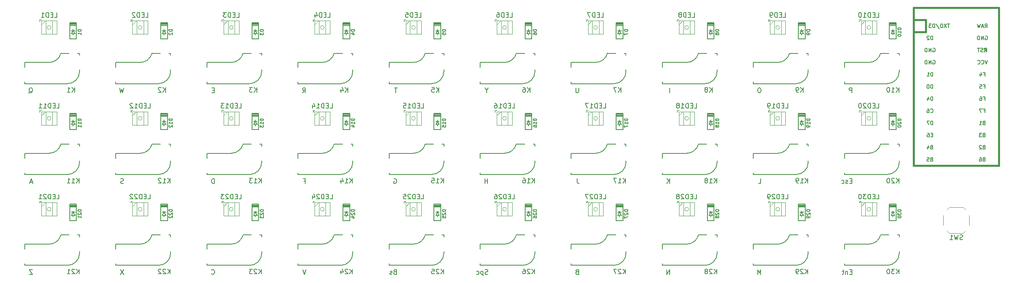
<source format=gbr>
G04 #@! TF.GenerationSoftware,KiCad,Pcbnew,5.1.5-52549c5~84~ubuntu19.10.1*
G04 #@! TF.CreationDate,2020-02-17T22:45:33-08:00*
G04 #@! TF.ProjectId,keycad,6b657963-6164-42e6-9b69-6361645f7063,rev?*
G04 #@! TF.SameCoordinates,Original*
G04 #@! TF.FileFunction,Legend,Bot*
G04 #@! TF.FilePolarity,Positive*
%FSLAX46Y46*%
G04 Gerber Fmt 4.6, Leading zero omitted, Abs format (unit mm)*
G04 Created by KiCad (PCBNEW 5.1.5-52549c5~84~ubuntu19.10.1) date 2020-02-17 22:45:33*
%MOMM*%
%LPD*%
G04 APERTURE LIST*
%ADD10C,0.381000*%
%ADD11C,0.150000*%
%ADD12C,0.120000*%
%ADD13C,0.200000*%
G04 APERTURE END LIST*
D10*
X182880000Y6350000D02*
X180340000Y6350000D01*
X198120000Y8890000D02*
X180340000Y8890000D01*
X180340000Y8890000D02*
X180340000Y-24130000D01*
X180340000Y-24130000D02*
X198120000Y-24130000D01*
X198120000Y-24130000D02*
X198120000Y8890000D01*
D11*
G36*
X195074635Y460970D02*
G01*
X195074635Y360970D01*
X195574635Y360970D01*
X195574635Y460970D01*
X195074635Y460970D01*
G37*
X195074635Y460970D02*
X195074635Y360970D01*
X195574635Y360970D01*
X195574635Y460970D01*
X195074635Y460970D01*
G36*
X195074635Y460970D02*
G01*
X195074635Y160970D01*
X195174635Y160970D01*
X195174635Y460970D01*
X195074635Y460970D01*
G37*
X195074635Y460970D02*
X195074635Y160970D01*
X195174635Y160970D01*
X195174635Y460970D01*
X195074635Y460970D01*
G36*
X195074635Y-139030D02*
G01*
X195074635Y-339030D01*
X195174635Y-339030D01*
X195174635Y-139030D01*
X195074635Y-139030D01*
G37*
X195074635Y-139030D02*
X195074635Y-339030D01*
X195174635Y-339030D01*
X195174635Y-139030D01*
X195074635Y-139030D01*
G36*
X195474635Y460970D02*
G01*
X195474635Y-339030D01*
X195574635Y-339030D01*
X195574635Y460970D01*
X195474635Y460970D01*
G37*
X195474635Y460970D02*
X195474635Y-339030D01*
X195574635Y-339030D01*
X195574635Y460970D01*
X195474635Y460970D01*
G36*
X195274635Y60970D02*
G01*
X195274635Y-39030D01*
X195374635Y-39030D01*
X195374635Y60970D01*
X195274635Y60970D01*
G37*
X195274635Y60970D02*
X195274635Y-39030D01*
X195374635Y-39030D01*
X195374635Y60970D01*
X195274635Y60970D01*
D10*
X182880000Y6350000D02*
X182880000Y3810000D01*
X182880000Y3810000D02*
X180340000Y3810000D01*
D12*
X186510000Y-34520000D02*
X186510000Y-36600000D01*
X190680000Y-38280000D02*
X191170000Y-37790000D01*
X191950000Y-34520000D02*
X191950000Y-36600000D01*
X187780000Y-38280000D02*
X187290000Y-37790000D01*
X187780000Y-38280000D02*
X190680000Y-38280000D01*
X187780000Y-32840000D02*
X187290000Y-33330000D01*
X187780000Y-32840000D02*
X190680000Y-32840000D01*
X190680000Y-32840000D02*
X191170000Y-33330000D01*
X152700000Y3362500D02*
X152700000Y6162500D01*
X151300000Y3362500D02*
X151300000Y6162500D01*
X153600000Y6162500D02*
X153600000Y3362500D01*
X150400000Y6162500D02*
X153600000Y6162500D01*
X150400000Y3362500D02*
X150400000Y6162500D01*
X153600000Y3362500D02*
X150400000Y3362500D01*
X150400000Y5362500D02*
X151200000Y6162500D01*
X152400000Y4762500D02*
G75*
G03X152400000Y4762500I-400000J0D01*
G01*
X150000000Y6062500D02*
X150400000Y6462500D01*
X150400000Y6462500D02*
X150000000Y6462500D01*
X150000000Y6462500D02*
X150000000Y6062500D01*
X133700000Y3362500D02*
X133700000Y6162500D01*
X132300000Y3362500D02*
X132300000Y6162500D01*
X134600000Y6162500D02*
X134600000Y3362500D01*
X131400000Y6162500D02*
X134600000Y6162500D01*
X131400000Y3362500D02*
X131400000Y6162500D01*
X134600000Y3362500D02*
X131400000Y3362500D01*
X131400000Y5362500D02*
X132200000Y6162500D01*
X133400000Y4762500D02*
G75*
G03X133400000Y4762500I-400000J0D01*
G01*
X131000000Y6062500D02*
X131400000Y6462500D01*
X131400000Y6462500D02*
X131000000Y6462500D01*
X131000000Y6462500D02*
X131000000Y6062500D01*
X114700000Y3362500D02*
X114700000Y6162500D01*
X113300000Y3362500D02*
X113300000Y6162500D01*
X115600000Y6162500D02*
X115600000Y3362500D01*
X112400000Y6162500D02*
X115600000Y6162500D01*
X112400000Y3362500D02*
X112400000Y6162500D01*
X115600000Y3362500D02*
X112400000Y3362500D01*
X112400000Y5362500D02*
X113200000Y6162500D01*
X114400000Y4762500D02*
G75*
G03X114400000Y4762500I-400000J0D01*
G01*
X112000000Y6062500D02*
X112400000Y6462500D01*
X112400000Y6462500D02*
X112000000Y6462500D01*
X112000000Y6462500D02*
X112000000Y6062500D01*
X95700000Y3362500D02*
X95700000Y6162500D01*
X94300000Y3362500D02*
X94300000Y6162500D01*
X96600000Y6162500D02*
X96600000Y3362500D01*
X93400000Y6162500D02*
X96600000Y6162500D01*
X93400000Y3362500D02*
X93400000Y6162500D01*
X96600000Y3362500D02*
X93400000Y3362500D01*
X93400000Y5362500D02*
X94200000Y6162500D01*
X95400000Y4762500D02*
G75*
G03X95400000Y4762500I-400000J0D01*
G01*
X93000000Y6062500D02*
X93400000Y6462500D01*
X93400000Y6462500D02*
X93000000Y6462500D01*
X93000000Y6462500D02*
X93000000Y6062500D01*
X76700000Y3362500D02*
X76700000Y6162500D01*
X75300000Y3362500D02*
X75300000Y6162500D01*
X77600000Y6162500D02*
X77600000Y3362500D01*
X74400000Y6162500D02*
X77600000Y6162500D01*
X74400000Y3362500D02*
X74400000Y6162500D01*
X77600000Y3362500D02*
X74400000Y3362500D01*
X74400000Y5362500D02*
X75200000Y6162500D01*
X76400000Y4762500D02*
G75*
G03X76400000Y4762500I-400000J0D01*
G01*
X74000000Y6062500D02*
X74400000Y6462500D01*
X74400000Y6462500D02*
X74000000Y6462500D01*
X74000000Y6462500D02*
X74000000Y6062500D01*
X57700000Y3362500D02*
X57700000Y6162500D01*
X56300000Y3362500D02*
X56300000Y6162500D01*
X58600000Y6162500D02*
X58600000Y3362500D01*
X55400000Y6162500D02*
X58600000Y6162500D01*
X55400000Y3362500D02*
X55400000Y6162500D01*
X58600000Y3362500D02*
X55400000Y3362500D01*
X55400000Y5362500D02*
X56200000Y6162500D01*
X57400000Y4762500D02*
G75*
G03X57400000Y4762500I-400000J0D01*
G01*
X55000000Y6062500D02*
X55400000Y6462500D01*
X55400000Y6462500D02*
X55000000Y6462500D01*
X55000000Y6462500D02*
X55000000Y6062500D01*
X171700000Y-34637500D02*
X171700000Y-31837500D01*
X170300000Y-34637500D02*
X170300000Y-31837500D01*
X172600000Y-31837500D02*
X172600000Y-34637500D01*
X169400000Y-31837500D02*
X172600000Y-31837500D01*
X169400000Y-34637500D02*
X169400000Y-31837500D01*
X172600000Y-34637500D02*
X169400000Y-34637500D01*
X169400000Y-32637500D02*
X170200000Y-31837500D01*
X171400000Y-33237500D02*
G75*
G03X171400000Y-33237500I-400000J0D01*
G01*
X169000000Y-31937500D02*
X169400000Y-31537500D01*
X169400000Y-31537500D02*
X169000000Y-31537500D01*
X169000000Y-31537500D02*
X169000000Y-31937500D01*
X38700000Y3362500D02*
X38700000Y6162500D01*
X37300000Y3362500D02*
X37300000Y6162500D01*
X39600000Y6162500D02*
X39600000Y3362500D01*
X36400000Y6162500D02*
X39600000Y6162500D01*
X36400000Y3362500D02*
X36400000Y6162500D01*
X39600000Y3362500D02*
X36400000Y3362500D01*
X36400000Y5362500D02*
X37200000Y6162500D01*
X38400000Y4762500D02*
G75*
G03X38400000Y4762500I-400000J0D01*
G01*
X36000000Y6062500D02*
X36400000Y6462500D01*
X36400000Y6462500D02*
X36000000Y6462500D01*
X36000000Y6462500D02*
X36000000Y6062500D01*
X152700000Y-34637500D02*
X152700000Y-31837500D01*
X151300000Y-34637500D02*
X151300000Y-31837500D01*
X153600000Y-31837500D02*
X153600000Y-34637500D01*
X150400000Y-31837500D02*
X153600000Y-31837500D01*
X150400000Y-34637500D02*
X150400000Y-31837500D01*
X153600000Y-34637500D02*
X150400000Y-34637500D01*
X150400000Y-32637500D02*
X151200000Y-31837500D01*
X152400000Y-33237500D02*
G75*
G03X152400000Y-33237500I-400000J0D01*
G01*
X150000000Y-31937500D02*
X150400000Y-31537500D01*
X150400000Y-31537500D02*
X150000000Y-31537500D01*
X150000000Y-31537500D02*
X150000000Y-31937500D01*
X133700000Y-34637500D02*
X133700000Y-31837500D01*
X132300000Y-34637500D02*
X132300000Y-31837500D01*
X134600000Y-31837500D02*
X134600000Y-34637500D01*
X131400000Y-31837500D02*
X134600000Y-31837500D01*
X131400000Y-34637500D02*
X131400000Y-31837500D01*
X134600000Y-34637500D02*
X131400000Y-34637500D01*
X131400000Y-32637500D02*
X132200000Y-31837500D01*
X133400000Y-33237500D02*
G75*
G03X133400000Y-33237500I-400000J0D01*
G01*
X131000000Y-31937500D02*
X131400000Y-31537500D01*
X131400000Y-31537500D02*
X131000000Y-31537500D01*
X131000000Y-31537500D02*
X131000000Y-31937500D01*
X114700000Y-34637500D02*
X114700000Y-31837500D01*
X113300000Y-34637500D02*
X113300000Y-31837500D01*
X115600000Y-31837500D02*
X115600000Y-34637500D01*
X112400000Y-31837500D02*
X115600000Y-31837500D01*
X112400000Y-34637500D02*
X112400000Y-31837500D01*
X115600000Y-34637500D02*
X112400000Y-34637500D01*
X112400000Y-32637500D02*
X113200000Y-31837500D01*
X114400000Y-33237500D02*
G75*
G03X114400000Y-33237500I-400000J0D01*
G01*
X112000000Y-31937500D02*
X112400000Y-31537500D01*
X112400000Y-31537500D02*
X112000000Y-31537500D01*
X112000000Y-31537500D02*
X112000000Y-31937500D01*
X95700000Y-34637500D02*
X95700000Y-31837500D01*
X94300000Y-34637500D02*
X94300000Y-31837500D01*
X96600000Y-31837500D02*
X96600000Y-34637500D01*
X93400000Y-31837500D02*
X96600000Y-31837500D01*
X93400000Y-34637500D02*
X93400000Y-31837500D01*
X96600000Y-34637500D02*
X93400000Y-34637500D01*
X93400000Y-32637500D02*
X94200000Y-31837500D01*
X95400000Y-33237500D02*
G75*
G03X95400000Y-33237500I-400000J0D01*
G01*
X93000000Y-31937500D02*
X93400000Y-31537500D01*
X93400000Y-31537500D02*
X93000000Y-31537500D01*
X93000000Y-31537500D02*
X93000000Y-31937500D01*
X76700000Y-34637500D02*
X76700000Y-31837500D01*
X75300000Y-34637500D02*
X75300000Y-31837500D01*
X77600000Y-31837500D02*
X77600000Y-34637500D01*
X74400000Y-31837500D02*
X77600000Y-31837500D01*
X74400000Y-34637500D02*
X74400000Y-31837500D01*
X77600000Y-34637500D02*
X74400000Y-34637500D01*
X74400000Y-32637500D02*
X75200000Y-31837500D01*
X76400000Y-33237500D02*
G75*
G03X76400000Y-33237500I-400000J0D01*
G01*
X74000000Y-31937500D02*
X74400000Y-31537500D01*
X74400000Y-31537500D02*
X74000000Y-31537500D01*
X74000000Y-31537500D02*
X74000000Y-31937500D01*
X57700000Y-34637500D02*
X57700000Y-31837500D01*
X56300000Y-34637500D02*
X56300000Y-31837500D01*
X58600000Y-31837500D02*
X58600000Y-34637500D01*
X55400000Y-31837500D02*
X58600000Y-31837500D01*
X55400000Y-34637500D02*
X55400000Y-31837500D01*
X58600000Y-34637500D02*
X55400000Y-34637500D01*
X55400000Y-32637500D02*
X56200000Y-31837500D01*
X57400000Y-33237500D02*
G75*
G03X57400000Y-33237500I-400000J0D01*
G01*
X55000000Y-31937500D02*
X55400000Y-31537500D01*
X55400000Y-31537500D02*
X55000000Y-31537500D01*
X55000000Y-31537500D02*
X55000000Y-31937500D01*
X38700000Y-34637500D02*
X38700000Y-31837500D01*
X37300000Y-34637500D02*
X37300000Y-31837500D01*
X39600000Y-31837500D02*
X39600000Y-34637500D01*
X36400000Y-31837500D02*
X39600000Y-31837500D01*
X36400000Y-34637500D02*
X36400000Y-31837500D01*
X39600000Y-34637500D02*
X36400000Y-34637500D01*
X36400000Y-32637500D02*
X37200000Y-31837500D01*
X38400000Y-33237500D02*
G75*
G03X38400000Y-33237500I-400000J0D01*
G01*
X36000000Y-31937500D02*
X36400000Y-31537500D01*
X36400000Y-31537500D02*
X36000000Y-31537500D01*
X36000000Y-31537500D02*
X36000000Y-31937500D01*
X19700000Y-34637500D02*
X19700000Y-31837500D01*
X18300000Y-34637500D02*
X18300000Y-31837500D01*
X20600000Y-31837500D02*
X20600000Y-34637500D01*
X17400000Y-31837500D02*
X20600000Y-31837500D01*
X17400000Y-34637500D02*
X17400000Y-31837500D01*
X20600000Y-34637500D02*
X17400000Y-34637500D01*
X17400000Y-32637500D02*
X18200000Y-31837500D01*
X19400000Y-33237500D02*
G75*
G03X19400000Y-33237500I-400000J0D01*
G01*
X17000000Y-31937500D02*
X17400000Y-31537500D01*
X17400000Y-31537500D02*
X17000000Y-31537500D01*
X17000000Y-31537500D02*
X17000000Y-31937500D01*
X700000Y-34637500D02*
X700000Y-31837500D01*
X-700000Y-34637500D02*
X-700000Y-31837500D01*
X1600000Y-31837500D02*
X1600000Y-34637500D01*
X-1600000Y-31837500D02*
X1600000Y-31837500D01*
X-1600000Y-34637500D02*
X-1600000Y-31837500D01*
X1600000Y-34637500D02*
X-1600000Y-34637500D01*
X-1600000Y-32637500D02*
X-800000Y-31837500D01*
X400000Y-33237500D02*
G75*
G03X400000Y-33237500I-400000J0D01*
G01*
X-2000000Y-31937500D02*
X-1600000Y-31537500D01*
X-1600000Y-31537500D02*
X-2000000Y-31537500D01*
X-2000000Y-31537500D02*
X-2000000Y-31937500D01*
X171700000Y-15637500D02*
X171700000Y-12837500D01*
X170300000Y-15637500D02*
X170300000Y-12837500D01*
X172600000Y-12837500D02*
X172600000Y-15637500D01*
X169400000Y-12837500D02*
X172600000Y-12837500D01*
X169400000Y-15637500D02*
X169400000Y-12837500D01*
X172600000Y-15637500D02*
X169400000Y-15637500D01*
X169400000Y-13637500D02*
X170200000Y-12837500D01*
X171400000Y-14237500D02*
G75*
G03X171400000Y-14237500I-400000J0D01*
G01*
X169000000Y-12937500D02*
X169400000Y-12537500D01*
X169400000Y-12537500D02*
X169000000Y-12537500D01*
X169000000Y-12537500D02*
X169000000Y-12937500D01*
X19700000Y3362500D02*
X19700000Y6162500D01*
X18300000Y3362500D02*
X18300000Y6162500D01*
X20600000Y6162500D02*
X20600000Y3362500D01*
X17400000Y6162500D02*
X20600000Y6162500D01*
X17400000Y3362500D02*
X17400000Y6162500D01*
X20600000Y3362500D02*
X17400000Y3362500D01*
X17400000Y5362500D02*
X18200000Y6162500D01*
X19400000Y4762500D02*
G75*
G03X19400000Y4762500I-400000J0D01*
G01*
X17000000Y6062500D02*
X17400000Y6462500D01*
X17400000Y6462500D02*
X17000000Y6462500D01*
X17000000Y6462500D02*
X17000000Y6062500D01*
X152700000Y-15637500D02*
X152700000Y-12837500D01*
X151300000Y-15637500D02*
X151300000Y-12837500D01*
X153600000Y-12837500D02*
X153600000Y-15637500D01*
X150400000Y-12837500D02*
X153600000Y-12837500D01*
X150400000Y-15637500D02*
X150400000Y-12837500D01*
X153600000Y-15637500D02*
X150400000Y-15637500D01*
X150400000Y-13637500D02*
X151200000Y-12837500D01*
X152400000Y-14237500D02*
G75*
G03X152400000Y-14237500I-400000J0D01*
G01*
X150000000Y-12937500D02*
X150400000Y-12537500D01*
X150400000Y-12537500D02*
X150000000Y-12537500D01*
X150000000Y-12537500D02*
X150000000Y-12937500D01*
X133700000Y-15637500D02*
X133700000Y-12837500D01*
X132300000Y-15637500D02*
X132300000Y-12837500D01*
X134600000Y-12837500D02*
X134600000Y-15637500D01*
X131400000Y-12837500D02*
X134600000Y-12837500D01*
X131400000Y-15637500D02*
X131400000Y-12837500D01*
X134600000Y-15637500D02*
X131400000Y-15637500D01*
X131400000Y-13637500D02*
X132200000Y-12837500D01*
X133400000Y-14237500D02*
G75*
G03X133400000Y-14237500I-400000J0D01*
G01*
X131000000Y-12937500D02*
X131400000Y-12537500D01*
X131400000Y-12537500D02*
X131000000Y-12537500D01*
X131000000Y-12537500D02*
X131000000Y-12937500D01*
X114700000Y-15637500D02*
X114700000Y-12837500D01*
X113300000Y-15637500D02*
X113300000Y-12837500D01*
X115600000Y-12837500D02*
X115600000Y-15637500D01*
X112400000Y-12837500D02*
X115600000Y-12837500D01*
X112400000Y-15637500D02*
X112400000Y-12837500D01*
X115600000Y-15637500D02*
X112400000Y-15637500D01*
X112400000Y-13637500D02*
X113200000Y-12837500D01*
X114400000Y-14237500D02*
G75*
G03X114400000Y-14237500I-400000J0D01*
G01*
X112000000Y-12937500D02*
X112400000Y-12537500D01*
X112400000Y-12537500D02*
X112000000Y-12537500D01*
X112000000Y-12537500D02*
X112000000Y-12937500D01*
X95700000Y-15637500D02*
X95700000Y-12837500D01*
X94300000Y-15637500D02*
X94300000Y-12837500D01*
X96600000Y-12837500D02*
X96600000Y-15637500D01*
X93400000Y-12837500D02*
X96600000Y-12837500D01*
X93400000Y-15637500D02*
X93400000Y-12837500D01*
X96600000Y-15637500D02*
X93400000Y-15637500D01*
X93400000Y-13637500D02*
X94200000Y-12837500D01*
X95400000Y-14237500D02*
G75*
G03X95400000Y-14237500I-400000J0D01*
G01*
X93000000Y-12937500D02*
X93400000Y-12537500D01*
X93400000Y-12537500D02*
X93000000Y-12537500D01*
X93000000Y-12537500D02*
X93000000Y-12937500D01*
X76700000Y-15637500D02*
X76700000Y-12837500D01*
X75300000Y-15637500D02*
X75300000Y-12837500D01*
X77600000Y-12837500D02*
X77600000Y-15637500D01*
X74400000Y-12837500D02*
X77600000Y-12837500D01*
X74400000Y-15637500D02*
X74400000Y-12837500D01*
X77600000Y-15637500D02*
X74400000Y-15637500D01*
X74400000Y-13637500D02*
X75200000Y-12837500D01*
X76400000Y-14237500D02*
G75*
G03X76400000Y-14237500I-400000J0D01*
G01*
X74000000Y-12937500D02*
X74400000Y-12537500D01*
X74400000Y-12537500D02*
X74000000Y-12537500D01*
X74000000Y-12537500D02*
X74000000Y-12937500D01*
X57700000Y-15637500D02*
X57700000Y-12837500D01*
X56300000Y-15637500D02*
X56300000Y-12837500D01*
X58600000Y-12837500D02*
X58600000Y-15637500D01*
X55400000Y-12837500D02*
X58600000Y-12837500D01*
X55400000Y-15637500D02*
X55400000Y-12837500D01*
X58600000Y-15637500D02*
X55400000Y-15637500D01*
X55400000Y-13637500D02*
X56200000Y-12837500D01*
X57400000Y-14237500D02*
G75*
G03X57400000Y-14237500I-400000J0D01*
G01*
X55000000Y-12937500D02*
X55400000Y-12537500D01*
X55400000Y-12537500D02*
X55000000Y-12537500D01*
X55000000Y-12537500D02*
X55000000Y-12937500D01*
X38700000Y-15637500D02*
X38700000Y-12837500D01*
X37300000Y-15637500D02*
X37300000Y-12837500D01*
X39600000Y-12837500D02*
X39600000Y-15637500D01*
X36400000Y-12837500D02*
X39600000Y-12837500D01*
X36400000Y-15637500D02*
X36400000Y-12837500D01*
X39600000Y-15637500D02*
X36400000Y-15637500D01*
X36400000Y-13637500D02*
X37200000Y-12837500D01*
X38400000Y-14237500D02*
G75*
G03X38400000Y-14237500I-400000J0D01*
G01*
X36000000Y-12937500D02*
X36400000Y-12537500D01*
X36400000Y-12537500D02*
X36000000Y-12537500D01*
X36000000Y-12537500D02*
X36000000Y-12937500D01*
X19700000Y-15637500D02*
X19700000Y-12837500D01*
X18300000Y-15637500D02*
X18300000Y-12837500D01*
X20600000Y-12837500D02*
X20600000Y-15637500D01*
X17400000Y-12837500D02*
X20600000Y-12837500D01*
X17400000Y-15637500D02*
X17400000Y-12837500D01*
X20600000Y-15637500D02*
X17400000Y-15637500D01*
X17400000Y-13637500D02*
X18200000Y-12837500D01*
X19400000Y-14237500D02*
G75*
G03X19400000Y-14237500I-400000J0D01*
G01*
X17000000Y-12937500D02*
X17400000Y-12537500D01*
X17400000Y-12537500D02*
X17000000Y-12537500D01*
X17000000Y-12537500D02*
X17000000Y-12937500D01*
X700000Y-15637500D02*
X700000Y-12837500D01*
X-700000Y-15637500D02*
X-700000Y-12837500D01*
X1600000Y-12837500D02*
X1600000Y-15637500D01*
X-1600000Y-12837500D02*
X1600000Y-12837500D01*
X-1600000Y-15637500D02*
X-1600000Y-12837500D01*
X1600000Y-15637500D02*
X-1600000Y-15637500D01*
X-1600000Y-13637500D02*
X-800000Y-12837500D01*
X400000Y-14237500D02*
G75*
G03X400000Y-14237500I-400000J0D01*
G01*
X-2000000Y-12937500D02*
X-1600000Y-12537500D01*
X-1600000Y-12537500D02*
X-2000000Y-12537500D01*
X-2000000Y-12537500D02*
X-2000000Y-12937500D01*
X171700000Y3362500D02*
X171700000Y6162500D01*
X170300000Y3362500D02*
X170300000Y6162500D01*
X172600000Y6162500D02*
X172600000Y3362500D01*
X169400000Y6162500D02*
X172600000Y6162500D01*
X169400000Y3362500D02*
X169400000Y6162500D01*
X172600000Y3362500D02*
X169400000Y3362500D01*
X169400000Y5362500D02*
X170200000Y6162500D01*
X171400000Y4762500D02*
G75*
G03X171400000Y4762500I-400000J0D01*
G01*
X169000000Y6062500D02*
X169400000Y6462500D01*
X169400000Y6462500D02*
X169000000Y6462500D01*
X169000000Y6462500D02*
X169000000Y6062500D01*
X700000Y3362500D02*
X700000Y6162500D01*
X-700000Y3362500D02*
X-700000Y6162500D01*
X1600000Y6162500D02*
X1600000Y3362500D01*
X-1600000Y6162500D02*
X1600000Y6162500D01*
X-1600000Y3362500D02*
X-1600000Y6162500D01*
X1600000Y3362500D02*
X-1600000Y3362500D01*
X-1600000Y5362500D02*
X-800000Y6162500D01*
X400000Y4762500D02*
G75*
G03X400000Y4762500I-400000J0D01*
G01*
X-2000000Y6062500D02*
X-1600000Y6462500D01*
X-1600000Y6462500D02*
X-2000000Y6462500D01*
X-2000000Y6462500D02*
X-2000000Y6062500D01*
D11*
X146920000Y-6985000D02*
X146920000Y-6604000D01*
X155810000Y-6985000D02*
X146920000Y-6985000D01*
X158350000Y-4445000D02*
X158350000Y-4064000D01*
X157969000Y-635000D02*
X158350000Y-635000D01*
X154464162Y-635000D02*
X156191000Y-635000D01*
X146920000Y-2540000D02*
X152000000Y-2540000D01*
X146920000Y-3556000D02*
X146920000Y-2540000D01*
X154464162Y-616040D02*
G75*
G02X152000000Y-2540000I-2464162J616040D01*
G01*
X158350000Y-1016000D02*
X158350000Y-635000D01*
X158350000Y-4445000D02*
G75*
G02X155810000Y-6985000I-2540000J0D01*
G01*
X127920000Y-6985000D02*
X127920000Y-6604000D01*
X136810000Y-6985000D02*
X127920000Y-6985000D01*
X139350000Y-4445000D02*
X139350000Y-4064000D01*
X138969000Y-635000D02*
X139350000Y-635000D01*
X135464162Y-635000D02*
X137191000Y-635000D01*
X127920000Y-2540000D02*
X133000000Y-2540000D01*
X127920000Y-3556000D02*
X127920000Y-2540000D01*
X135464162Y-616040D02*
G75*
G02X133000000Y-2540000I-2464162J616040D01*
G01*
X139350000Y-1016000D02*
X139350000Y-635000D01*
X139350000Y-4445000D02*
G75*
G02X136810000Y-6985000I-2540000J0D01*
G01*
X108920000Y-6985000D02*
X108920000Y-6604000D01*
X117810000Y-6985000D02*
X108920000Y-6985000D01*
X120350000Y-4445000D02*
X120350000Y-4064000D01*
X119969000Y-635000D02*
X120350000Y-635000D01*
X116464162Y-635000D02*
X118191000Y-635000D01*
X108920000Y-2540000D02*
X114000000Y-2540000D01*
X108920000Y-3556000D02*
X108920000Y-2540000D01*
X116464162Y-616040D02*
G75*
G02X114000000Y-2540000I-2464162J616040D01*
G01*
X120350000Y-1016000D02*
X120350000Y-635000D01*
X120350000Y-4445000D02*
G75*
G02X117810000Y-6985000I-2540000J0D01*
G01*
X89920000Y-6985000D02*
X89920000Y-6604000D01*
X98810000Y-6985000D02*
X89920000Y-6985000D01*
X101350000Y-4445000D02*
X101350000Y-4064000D01*
X100969000Y-635000D02*
X101350000Y-635000D01*
X97464162Y-635000D02*
X99191000Y-635000D01*
X89920000Y-2540000D02*
X95000000Y-2540000D01*
X89920000Y-3556000D02*
X89920000Y-2540000D01*
X97464162Y-616040D02*
G75*
G02X95000000Y-2540000I-2464162J616040D01*
G01*
X101350000Y-1016000D02*
X101350000Y-635000D01*
X101350000Y-4445000D02*
G75*
G02X98810000Y-6985000I-2540000J0D01*
G01*
X70920000Y-6985000D02*
X70920000Y-6604000D01*
X79810000Y-6985000D02*
X70920000Y-6985000D01*
X82350000Y-4445000D02*
X82350000Y-4064000D01*
X81969000Y-635000D02*
X82350000Y-635000D01*
X78464162Y-635000D02*
X80191000Y-635000D01*
X70920000Y-2540000D02*
X76000000Y-2540000D01*
X70920000Y-3556000D02*
X70920000Y-2540000D01*
X78464162Y-616040D02*
G75*
G02X76000000Y-2540000I-2464162J616040D01*
G01*
X82350000Y-1016000D02*
X82350000Y-635000D01*
X82350000Y-4445000D02*
G75*
G02X79810000Y-6985000I-2540000J0D01*
G01*
X51920000Y-6985000D02*
X51920000Y-6604000D01*
X60810000Y-6985000D02*
X51920000Y-6985000D01*
X63350000Y-4445000D02*
X63350000Y-4064000D01*
X62969000Y-635000D02*
X63350000Y-635000D01*
X59464162Y-635000D02*
X61191000Y-635000D01*
X51920000Y-2540000D02*
X57000000Y-2540000D01*
X51920000Y-3556000D02*
X51920000Y-2540000D01*
X59464162Y-616040D02*
G75*
G02X57000000Y-2540000I-2464162J616040D01*
G01*
X63350000Y-1016000D02*
X63350000Y-635000D01*
X63350000Y-4445000D02*
G75*
G02X60810000Y-6985000I-2540000J0D01*
G01*
X165920000Y-44985000D02*
X165920000Y-44604000D01*
X174810000Y-44985000D02*
X165920000Y-44985000D01*
X177350000Y-42445000D02*
X177350000Y-42064000D01*
X176969000Y-38635000D02*
X177350000Y-38635000D01*
X173464162Y-38635000D02*
X175191000Y-38635000D01*
X165920000Y-40540000D02*
X171000000Y-40540000D01*
X165920000Y-41556000D02*
X165920000Y-40540000D01*
X173464162Y-38616040D02*
G75*
G02X171000000Y-40540000I-2464162J616040D01*
G01*
X177350000Y-39016000D02*
X177350000Y-38635000D01*
X177350000Y-42445000D02*
G75*
G02X174810000Y-44985000I-2540000J0D01*
G01*
X32920000Y-6985000D02*
X32920000Y-6604000D01*
X41810000Y-6985000D02*
X32920000Y-6985000D01*
X44350000Y-4445000D02*
X44350000Y-4064000D01*
X43969000Y-635000D02*
X44350000Y-635000D01*
X40464162Y-635000D02*
X42191000Y-635000D01*
X32920000Y-2540000D02*
X38000000Y-2540000D01*
X32920000Y-3556000D02*
X32920000Y-2540000D01*
X40464162Y-616040D02*
G75*
G02X38000000Y-2540000I-2464162J616040D01*
G01*
X44350000Y-1016000D02*
X44350000Y-635000D01*
X44350000Y-4445000D02*
G75*
G02X41810000Y-6985000I-2540000J0D01*
G01*
X146920000Y-44985000D02*
X146920000Y-44604000D01*
X155810000Y-44985000D02*
X146920000Y-44985000D01*
X158350000Y-42445000D02*
X158350000Y-42064000D01*
X157969000Y-38635000D02*
X158350000Y-38635000D01*
X154464162Y-38635000D02*
X156191000Y-38635000D01*
X146920000Y-40540000D02*
X152000000Y-40540000D01*
X146920000Y-41556000D02*
X146920000Y-40540000D01*
X154464162Y-38616040D02*
G75*
G02X152000000Y-40540000I-2464162J616040D01*
G01*
X158350000Y-39016000D02*
X158350000Y-38635000D01*
X158350000Y-42445000D02*
G75*
G02X155810000Y-44985000I-2540000J0D01*
G01*
X127920000Y-44985000D02*
X127920000Y-44604000D01*
X136810000Y-44985000D02*
X127920000Y-44985000D01*
X139350000Y-42445000D02*
X139350000Y-42064000D01*
X138969000Y-38635000D02*
X139350000Y-38635000D01*
X135464162Y-38635000D02*
X137191000Y-38635000D01*
X127920000Y-40540000D02*
X133000000Y-40540000D01*
X127920000Y-41556000D02*
X127920000Y-40540000D01*
X135464162Y-38616040D02*
G75*
G02X133000000Y-40540000I-2464162J616040D01*
G01*
X139350000Y-39016000D02*
X139350000Y-38635000D01*
X139350000Y-42445000D02*
G75*
G02X136810000Y-44985000I-2540000J0D01*
G01*
X108920000Y-44985000D02*
X108920000Y-44604000D01*
X117810000Y-44985000D02*
X108920000Y-44985000D01*
X120350000Y-42445000D02*
X120350000Y-42064000D01*
X119969000Y-38635000D02*
X120350000Y-38635000D01*
X116464162Y-38635000D02*
X118191000Y-38635000D01*
X108920000Y-40540000D02*
X114000000Y-40540000D01*
X108920000Y-41556000D02*
X108920000Y-40540000D01*
X116464162Y-38616040D02*
G75*
G02X114000000Y-40540000I-2464162J616040D01*
G01*
X120350000Y-39016000D02*
X120350000Y-38635000D01*
X120350000Y-42445000D02*
G75*
G02X117810000Y-44985000I-2540000J0D01*
G01*
X89920000Y-44985000D02*
X89920000Y-44604000D01*
X98810000Y-44985000D02*
X89920000Y-44985000D01*
X101350000Y-42445000D02*
X101350000Y-42064000D01*
X100969000Y-38635000D02*
X101350000Y-38635000D01*
X97464162Y-38635000D02*
X99191000Y-38635000D01*
X89920000Y-40540000D02*
X95000000Y-40540000D01*
X89920000Y-41556000D02*
X89920000Y-40540000D01*
X97464162Y-38616040D02*
G75*
G02X95000000Y-40540000I-2464162J616040D01*
G01*
X101350000Y-39016000D02*
X101350000Y-38635000D01*
X101350000Y-42445000D02*
G75*
G02X98810000Y-44985000I-2540000J0D01*
G01*
X70920000Y-44985000D02*
X70920000Y-44604000D01*
X79810000Y-44985000D02*
X70920000Y-44985000D01*
X82350000Y-42445000D02*
X82350000Y-42064000D01*
X81969000Y-38635000D02*
X82350000Y-38635000D01*
X78464162Y-38635000D02*
X80191000Y-38635000D01*
X70920000Y-40540000D02*
X76000000Y-40540000D01*
X70920000Y-41556000D02*
X70920000Y-40540000D01*
X78464162Y-38616040D02*
G75*
G02X76000000Y-40540000I-2464162J616040D01*
G01*
X82350000Y-39016000D02*
X82350000Y-38635000D01*
X82350000Y-42445000D02*
G75*
G02X79810000Y-44985000I-2540000J0D01*
G01*
X51920000Y-44985000D02*
X51920000Y-44604000D01*
X60810000Y-44985000D02*
X51920000Y-44985000D01*
X63350000Y-42445000D02*
X63350000Y-42064000D01*
X62969000Y-38635000D02*
X63350000Y-38635000D01*
X59464162Y-38635000D02*
X61191000Y-38635000D01*
X51920000Y-40540000D02*
X57000000Y-40540000D01*
X51920000Y-41556000D02*
X51920000Y-40540000D01*
X59464162Y-38616040D02*
G75*
G02X57000000Y-40540000I-2464162J616040D01*
G01*
X63350000Y-39016000D02*
X63350000Y-38635000D01*
X63350000Y-42445000D02*
G75*
G02X60810000Y-44985000I-2540000J0D01*
G01*
X32920000Y-44985000D02*
X32920000Y-44604000D01*
X41810000Y-44985000D02*
X32920000Y-44985000D01*
X44350000Y-42445000D02*
X44350000Y-42064000D01*
X43969000Y-38635000D02*
X44350000Y-38635000D01*
X40464162Y-38635000D02*
X42191000Y-38635000D01*
X32920000Y-40540000D02*
X38000000Y-40540000D01*
X32920000Y-41556000D02*
X32920000Y-40540000D01*
X40464162Y-38616040D02*
G75*
G02X38000000Y-40540000I-2464162J616040D01*
G01*
X44350000Y-39016000D02*
X44350000Y-38635000D01*
X44350000Y-42445000D02*
G75*
G02X41810000Y-44985000I-2540000J0D01*
G01*
X13920000Y-44985000D02*
X13920000Y-44604000D01*
X22810000Y-44985000D02*
X13920000Y-44985000D01*
X25350000Y-42445000D02*
X25350000Y-42064000D01*
X24969000Y-38635000D02*
X25350000Y-38635000D01*
X21464162Y-38635000D02*
X23191000Y-38635000D01*
X13920000Y-40540000D02*
X19000000Y-40540000D01*
X13920000Y-41556000D02*
X13920000Y-40540000D01*
X21464162Y-38616040D02*
G75*
G02X19000000Y-40540000I-2464162J616040D01*
G01*
X25350000Y-39016000D02*
X25350000Y-38635000D01*
X25350000Y-42445000D02*
G75*
G02X22810000Y-44985000I-2540000J0D01*
G01*
X-5080000Y-44985000D02*
X-5080000Y-44604000D01*
X3810000Y-44985000D02*
X-5080000Y-44985000D01*
X6350000Y-42445000D02*
X6350000Y-42064000D01*
X5969000Y-38635000D02*
X6350000Y-38635000D01*
X2464162Y-38635000D02*
X4191000Y-38635000D01*
X-5080000Y-40540000D02*
X0Y-40540000D01*
X-5080000Y-41556000D02*
X-5080000Y-40540000D01*
X2464162Y-38616040D02*
G75*
G02X0Y-40540000I-2464162J616040D01*
G01*
X6350000Y-39016000D02*
X6350000Y-38635000D01*
X6350000Y-42445000D02*
G75*
G02X3810000Y-44985000I-2540000J0D01*
G01*
X165920000Y-25985000D02*
X165920000Y-25604000D01*
X174810000Y-25985000D02*
X165920000Y-25985000D01*
X177350000Y-23445000D02*
X177350000Y-23064000D01*
X176969000Y-19635000D02*
X177350000Y-19635000D01*
X173464162Y-19635000D02*
X175191000Y-19635000D01*
X165920000Y-21540000D02*
X171000000Y-21540000D01*
X165920000Y-22556000D02*
X165920000Y-21540000D01*
X173464162Y-19616040D02*
G75*
G02X171000000Y-21540000I-2464162J616040D01*
G01*
X177350000Y-20016000D02*
X177350000Y-19635000D01*
X177350000Y-23445000D02*
G75*
G02X174810000Y-25985000I-2540000J0D01*
G01*
X13920000Y-6985000D02*
X13920000Y-6604000D01*
X22810000Y-6985000D02*
X13920000Y-6985000D01*
X25350000Y-4445000D02*
X25350000Y-4064000D01*
X24969000Y-635000D02*
X25350000Y-635000D01*
X21464162Y-635000D02*
X23191000Y-635000D01*
X13920000Y-2540000D02*
X19000000Y-2540000D01*
X13920000Y-3556000D02*
X13920000Y-2540000D01*
X21464162Y-616040D02*
G75*
G02X19000000Y-2540000I-2464162J616040D01*
G01*
X25350000Y-1016000D02*
X25350000Y-635000D01*
X25350000Y-4445000D02*
G75*
G02X22810000Y-6985000I-2540000J0D01*
G01*
X146920000Y-25985000D02*
X146920000Y-25604000D01*
X155810000Y-25985000D02*
X146920000Y-25985000D01*
X158350000Y-23445000D02*
X158350000Y-23064000D01*
X157969000Y-19635000D02*
X158350000Y-19635000D01*
X154464162Y-19635000D02*
X156191000Y-19635000D01*
X146920000Y-21540000D02*
X152000000Y-21540000D01*
X146920000Y-22556000D02*
X146920000Y-21540000D01*
X154464162Y-19616040D02*
G75*
G02X152000000Y-21540000I-2464162J616040D01*
G01*
X158350000Y-20016000D02*
X158350000Y-19635000D01*
X158350000Y-23445000D02*
G75*
G02X155810000Y-25985000I-2540000J0D01*
G01*
X127920000Y-25985000D02*
X127920000Y-25604000D01*
X136810000Y-25985000D02*
X127920000Y-25985000D01*
X139350000Y-23445000D02*
X139350000Y-23064000D01*
X138969000Y-19635000D02*
X139350000Y-19635000D01*
X135464162Y-19635000D02*
X137191000Y-19635000D01*
X127920000Y-21540000D02*
X133000000Y-21540000D01*
X127920000Y-22556000D02*
X127920000Y-21540000D01*
X135464162Y-19616040D02*
G75*
G02X133000000Y-21540000I-2464162J616040D01*
G01*
X139350000Y-20016000D02*
X139350000Y-19635000D01*
X139350000Y-23445000D02*
G75*
G02X136810000Y-25985000I-2540000J0D01*
G01*
X108920000Y-25985000D02*
X108920000Y-25604000D01*
X117810000Y-25985000D02*
X108920000Y-25985000D01*
X120350000Y-23445000D02*
X120350000Y-23064000D01*
X119969000Y-19635000D02*
X120350000Y-19635000D01*
X116464162Y-19635000D02*
X118191000Y-19635000D01*
X108920000Y-21540000D02*
X114000000Y-21540000D01*
X108920000Y-22556000D02*
X108920000Y-21540000D01*
X116464162Y-19616040D02*
G75*
G02X114000000Y-21540000I-2464162J616040D01*
G01*
X120350000Y-20016000D02*
X120350000Y-19635000D01*
X120350000Y-23445000D02*
G75*
G02X117810000Y-25985000I-2540000J0D01*
G01*
X89920000Y-25985000D02*
X89920000Y-25604000D01*
X98810000Y-25985000D02*
X89920000Y-25985000D01*
X101350000Y-23445000D02*
X101350000Y-23064000D01*
X100969000Y-19635000D02*
X101350000Y-19635000D01*
X97464162Y-19635000D02*
X99191000Y-19635000D01*
X89920000Y-21540000D02*
X95000000Y-21540000D01*
X89920000Y-22556000D02*
X89920000Y-21540000D01*
X97464162Y-19616040D02*
G75*
G02X95000000Y-21540000I-2464162J616040D01*
G01*
X101350000Y-20016000D02*
X101350000Y-19635000D01*
X101350000Y-23445000D02*
G75*
G02X98810000Y-25985000I-2540000J0D01*
G01*
X70920000Y-25985000D02*
X70920000Y-25604000D01*
X79810000Y-25985000D02*
X70920000Y-25985000D01*
X82350000Y-23445000D02*
X82350000Y-23064000D01*
X81969000Y-19635000D02*
X82350000Y-19635000D01*
X78464162Y-19635000D02*
X80191000Y-19635000D01*
X70920000Y-21540000D02*
X76000000Y-21540000D01*
X70920000Y-22556000D02*
X70920000Y-21540000D01*
X78464162Y-19616040D02*
G75*
G02X76000000Y-21540000I-2464162J616040D01*
G01*
X82350000Y-20016000D02*
X82350000Y-19635000D01*
X82350000Y-23445000D02*
G75*
G02X79810000Y-25985000I-2540000J0D01*
G01*
X51920000Y-25985000D02*
X51920000Y-25604000D01*
X60810000Y-25985000D02*
X51920000Y-25985000D01*
X63350000Y-23445000D02*
X63350000Y-23064000D01*
X62969000Y-19635000D02*
X63350000Y-19635000D01*
X59464162Y-19635000D02*
X61191000Y-19635000D01*
X51920000Y-21540000D02*
X57000000Y-21540000D01*
X51920000Y-22556000D02*
X51920000Y-21540000D01*
X59464162Y-19616040D02*
G75*
G02X57000000Y-21540000I-2464162J616040D01*
G01*
X63350000Y-20016000D02*
X63350000Y-19635000D01*
X63350000Y-23445000D02*
G75*
G02X60810000Y-25985000I-2540000J0D01*
G01*
X32920000Y-25985000D02*
X32920000Y-25604000D01*
X41810000Y-25985000D02*
X32920000Y-25985000D01*
X44350000Y-23445000D02*
X44350000Y-23064000D01*
X43969000Y-19635000D02*
X44350000Y-19635000D01*
X40464162Y-19635000D02*
X42191000Y-19635000D01*
X32920000Y-21540000D02*
X38000000Y-21540000D01*
X32920000Y-22556000D02*
X32920000Y-21540000D01*
X40464162Y-19616040D02*
G75*
G02X38000000Y-21540000I-2464162J616040D01*
G01*
X44350000Y-20016000D02*
X44350000Y-19635000D01*
X44350000Y-23445000D02*
G75*
G02X41810000Y-25985000I-2540000J0D01*
G01*
X13920000Y-25985000D02*
X13920000Y-25604000D01*
X22810000Y-25985000D02*
X13920000Y-25985000D01*
X25350000Y-23445000D02*
X25350000Y-23064000D01*
X24969000Y-19635000D02*
X25350000Y-19635000D01*
X21464162Y-19635000D02*
X23191000Y-19635000D01*
X13920000Y-21540000D02*
X19000000Y-21540000D01*
X13920000Y-22556000D02*
X13920000Y-21540000D01*
X21464162Y-19616040D02*
G75*
G02X19000000Y-21540000I-2464162J616040D01*
G01*
X25350000Y-20016000D02*
X25350000Y-19635000D01*
X25350000Y-23445000D02*
G75*
G02X22810000Y-25985000I-2540000J0D01*
G01*
X-5080000Y-25985000D02*
X-5080000Y-25604000D01*
X3810000Y-25985000D02*
X-5080000Y-25985000D01*
X6350000Y-23445000D02*
X6350000Y-23064000D01*
X5969000Y-19635000D02*
X6350000Y-19635000D01*
X2464162Y-19635000D02*
X4191000Y-19635000D01*
X-5080000Y-21540000D02*
X0Y-21540000D01*
X-5080000Y-22556000D02*
X-5080000Y-21540000D01*
X2464162Y-19616040D02*
G75*
G02X0Y-21540000I-2464162J616040D01*
G01*
X6350000Y-20016000D02*
X6350000Y-19635000D01*
X6350000Y-23445000D02*
G75*
G02X3810000Y-25985000I-2540000J0D01*
G01*
X165920000Y-6985000D02*
X165920000Y-6604000D01*
X174810000Y-6985000D02*
X165920000Y-6985000D01*
X177350000Y-4445000D02*
X177350000Y-4064000D01*
X176969000Y-635000D02*
X177350000Y-635000D01*
X173464162Y-635000D02*
X175191000Y-635000D01*
X165920000Y-2540000D02*
X171000000Y-2540000D01*
X165920000Y-3556000D02*
X165920000Y-2540000D01*
X173464162Y-616040D02*
G75*
G02X171000000Y-2540000I-2464162J616040D01*
G01*
X177350000Y-1016000D02*
X177350000Y-635000D01*
X177350000Y-4445000D02*
G75*
G02X174810000Y-6985000I-2540000J0D01*
G01*
X-5080000Y-6985000D02*
X-5080000Y-6604000D01*
X3810000Y-6985000D02*
X-5080000Y-6985000D01*
X6350000Y-4445000D02*
X6350000Y-4064000D01*
X5969000Y-635000D02*
X6350000Y-635000D01*
X2464162Y-635000D02*
X4191000Y-635000D01*
X-5080000Y-2540000D02*
X0Y-2540000D01*
X-5080000Y-3556000D02*
X-5080000Y-2540000D01*
X2464162Y-616040D02*
G75*
G02X0Y-2540000I-2464162J616040D01*
G01*
X6350000Y-1016000D02*
X6350000Y-635000D01*
X6350000Y-4445000D02*
G75*
G02X3810000Y-6985000I-2540000J0D01*
G01*
D13*
X157000000Y3510000D02*
X157000000Y3210000D01*
X157000000Y4110000D02*
X157000000Y4410000D01*
X156650000Y4110000D02*
X157400000Y4110000D01*
X157400000Y3510000D02*
X157000000Y4110000D01*
X156650000Y3510000D02*
X157400000Y3510000D01*
X157000000Y4110000D02*
X156650000Y3510000D01*
X156300000Y5810000D02*
X157700000Y5810000D01*
X156300000Y5610000D02*
X157700000Y5610000D01*
X156300000Y5410000D02*
X157700000Y5410000D01*
X156300000Y5210000D02*
X157700000Y5210000D01*
X157700000Y5810000D02*
X157700000Y2410000D01*
X156300000Y2410000D02*
X157700000Y2410000D01*
X156300000Y5810000D02*
X156300000Y2410000D01*
X138000000Y3510000D02*
X138000000Y3210000D01*
X138000000Y4110000D02*
X138000000Y4410000D01*
X137650000Y4110000D02*
X138400000Y4110000D01*
X138400000Y3510000D02*
X138000000Y4110000D01*
X137650000Y3510000D02*
X138400000Y3510000D01*
X138000000Y4110000D02*
X137650000Y3510000D01*
X137300000Y5810000D02*
X138700000Y5810000D01*
X137300000Y5610000D02*
X138700000Y5610000D01*
X137300000Y5410000D02*
X138700000Y5410000D01*
X137300000Y5210000D02*
X138700000Y5210000D01*
X138700000Y5810000D02*
X138700000Y2410000D01*
X137300000Y2410000D02*
X138700000Y2410000D01*
X137300000Y5810000D02*
X137300000Y2410000D01*
X119000000Y3510000D02*
X119000000Y3210000D01*
X119000000Y4110000D02*
X119000000Y4410000D01*
X118650000Y4110000D02*
X119400000Y4110000D01*
X119400000Y3510000D02*
X119000000Y4110000D01*
X118650000Y3510000D02*
X119400000Y3510000D01*
X119000000Y4110000D02*
X118650000Y3510000D01*
X118300000Y5810000D02*
X119700000Y5810000D01*
X118300000Y5610000D02*
X119700000Y5610000D01*
X118300000Y5410000D02*
X119700000Y5410000D01*
X118300000Y5210000D02*
X119700000Y5210000D01*
X119700000Y5810000D02*
X119700000Y2410000D01*
X118300000Y2410000D02*
X119700000Y2410000D01*
X118300000Y5810000D02*
X118300000Y2410000D01*
X100000000Y3510000D02*
X100000000Y3210000D01*
X100000000Y4110000D02*
X100000000Y4410000D01*
X99650000Y4110000D02*
X100400000Y4110000D01*
X100400000Y3510000D02*
X100000000Y4110000D01*
X99650000Y3510000D02*
X100400000Y3510000D01*
X100000000Y4110000D02*
X99650000Y3510000D01*
X99300000Y5810000D02*
X100700000Y5810000D01*
X99300000Y5610000D02*
X100700000Y5610000D01*
X99300000Y5410000D02*
X100700000Y5410000D01*
X99300000Y5210000D02*
X100700000Y5210000D01*
X100700000Y5810000D02*
X100700000Y2410000D01*
X99300000Y2410000D02*
X100700000Y2410000D01*
X99300000Y5810000D02*
X99300000Y2410000D01*
X81000000Y3510000D02*
X81000000Y3210000D01*
X81000000Y4110000D02*
X81000000Y4410000D01*
X80650000Y4110000D02*
X81400000Y4110000D01*
X81400000Y3510000D02*
X81000000Y4110000D01*
X80650000Y3510000D02*
X81400000Y3510000D01*
X81000000Y4110000D02*
X80650000Y3510000D01*
X80300000Y5810000D02*
X81700000Y5810000D01*
X80300000Y5610000D02*
X81700000Y5610000D01*
X80300000Y5410000D02*
X81700000Y5410000D01*
X80300000Y5210000D02*
X81700000Y5210000D01*
X81700000Y5810000D02*
X81700000Y2410000D01*
X80300000Y2410000D02*
X81700000Y2410000D01*
X80300000Y5810000D02*
X80300000Y2410000D01*
X62000000Y3510000D02*
X62000000Y3210000D01*
X62000000Y4110000D02*
X62000000Y4410000D01*
X61650000Y4110000D02*
X62400000Y4110000D01*
X62400000Y3510000D02*
X62000000Y4110000D01*
X61650000Y3510000D02*
X62400000Y3510000D01*
X62000000Y4110000D02*
X61650000Y3510000D01*
X61300000Y5810000D02*
X62700000Y5810000D01*
X61300000Y5610000D02*
X62700000Y5610000D01*
X61300000Y5410000D02*
X62700000Y5410000D01*
X61300000Y5210000D02*
X62700000Y5210000D01*
X62700000Y5810000D02*
X62700000Y2410000D01*
X61300000Y2410000D02*
X62700000Y2410000D01*
X61300000Y5810000D02*
X61300000Y2410000D01*
X176000000Y-34490000D02*
X176000000Y-34790000D01*
X176000000Y-33890000D02*
X176000000Y-33590000D01*
X175650000Y-33890000D02*
X176400000Y-33890000D01*
X176400000Y-34490000D02*
X176000000Y-33890000D01*
X175650000Y-34490000D02*
X176400000Y-34490000D01*
X176000000Y-33890000D02*
X175650000Y-34490000D01*
X175300000Y-32190000D02*
X176700000Y-32190000D01*
X175300000Y-32390000D02*
X176700000Y-32390000D01*
X175300000Y-32590000D02*
X176700000Y-32590000D01*
X175300000Y-32790000D02*
X176700000Y-32790000D01*
X176700000Y-32190000D02*
X176700000Y-35590000D01*
X175300000Y-35590000D02*
X176700000Y-35590000D01*
X175300000Y-32190000D02*
X175300000Y-35590000D01*
X43000000Y3510000D02*
X43000000Y3210000D01*
X43000000Y4110000D02*
X43000000Y4410000D01*
X42650000Y4110000D02*
X43400000Y4110000D01*
X43400000Y3510000D02*
X43000000Y4110000D01*
X42650000Y3510000D02*
X43400000Y3510000D01*
X43000000Y4110000D02*
X42650000Y3510000D01*
X42300000Y5810000D02*
X43700000Y5810000D01*
X42300000Y5610000D02*
X43700000Y5610000D01*
X42300000Y5410000D02*
X43700000Y5410000D01*
X42300000Y5210000D02*
X43700000Y5210000D01*
X43700000Y5810000D02*
X43700000Y2410000D01*
X42300000Y2410000D02*
X43700000Y2410000D01*
X42300000Y5810000D02*
X42300000Y2410000D01*
X157000000Y-34490000D02*
X157000000Y-34790000D01*
X157000000Y-33890000D02*
X157000000Y-33590000D01*
X156650000Y-33890000D02*
X157400000Y-33890000D01*
X157400000Y-34490000D02*
X157000000Y-33890000D01*
X156650000Y-34490000D02*
X157400000Y-34490000D01*
X157000000Y-33890000D02*
X156650000Y-34490000D01*
X156300000Y-32190000D02*
X157700000Y-32190000D01*
X156300000Y-32390000D02*
X157700000Y-32390000D01*
X156300000Y-32590000D02*
X157700000Y-32590000D01*
X156300000Y-32790000D02*
X157700000Y-32790000D01*
X157700000Y-32190000D02*
X157700000Y-35590000D01*
X156300000Y-35590000D02*
X157700000Y-35590000D01*
X156300000Y-32190000D02*
X156300000Y-35590000D01*
X138000000Y-34490000D02*
X138000000Y-34790000D01*
X138000000Y-33890000D02*
X138000000Y-33590000D01*
X137650000Y-33890000D02*
X138400000Y-33890000D01*
X138400000Y-34490000D02*
X138000000Y-33890000D01*
X137650000Y-34490000D02*
X138400000Y-34490000D01*
X138000000Y-33890000D02*
X137650000Y-34490000D01*
X137300000Y-32190000D02*
X138700000Y-32190000D01*
X137300000Y-32390000D02*
X138700000Y-32390000D01*
X137300000Y-32590000D02*
X138700000Y-32590000D01*
X137300000Y-32790000D02*
X138700000Y-32790000D01*
X138700000Y-32190000D02*
X138700000Y-35590000D01*
X137300000Y-35590000D02*
X138700000Y-35590000D01*
X137300000Y-32190000D02*
X137300000Y-35590000D01*
X119000000Y-34490000D02*
X119000000Y-34790000D01*
X119000000Y-33890000D02*
X119000000Y-33590000D01*
X118650000Y-33890000D02*
X119400000Y-33890000D01*
X119400000Y-34490000D02*
X119000000Y-33890000D01*
X118650000Y-34490000D02*
X119400000Y-34490000D01*
X119000000Y-33890000D02*
X118650000Y-34490000D01*
X118300000Y-32190000D02*
X119700000Y-32190000D01*
X118300000Y-32390000D02*
X119700000Y-32390000D01*
X118300000Y-32590000D02*
X119700000Y-32590000D01*
X118300000Y-32790000D02*
X119700000Y-32790000D01*
X119700000Y-32190000D02*
X119700000Y-35590000D01*
X118300000Y-35590000D02*
X119700000Y-35590000D01*
X118300000Y-32190000D02*
X118300000Y-35590000D01*
X100000000Y-34490000D02*
X100000000Y-34790000D01*
X100000000Y-33890000D02*
X100000000Y-33590000D01*
X99650000Y-33890000D02*
X100400000Y-33890000D01*
X100400000Y-34490000D02*
X100000000Y-33890000D01*
X99650000Y-34490000D02*
X100400000Y-34490000D01*
X100000000Y-33890000D02*
X99650000Y-34490000D01*
X99300000Y-32190000D02*
X100700000Y-32190000D01*
X99300000Y-32390000D02*
X100700000Y-32390000D01*
X99300000Y-32590000D02*
X100700000Y-32590000D01*
X99300000Y-32790000D02*
X100700000Y-32790000D01*
X100700000Y-32190000D02*
X100700000Y-35590000D01*
X99300000Y-35590000D02*
X100700000Y-35590000D01*
X99300000Y-32190000D02*
X99300000Y-35590000D01*
X81000000Y-34490000D02*
X81000000Y-34790000D01*
X81000000Y-33890000D02*
X81000000Y-33590000D01*
X80650000Y-33890000D02*
X81400000Y-33890000D01*
X81400000Y-34490000D02*
X81000000Y-33890000D01*
X80650000Y-34490000D02*
X81400000Y-34490000D01*
X81000000Y-33890000D02*
X80650000Y-34490000D01*
X80300000Y-32190000D02*
X81700000Y-32190000D01*
X80300000Y-32390000D02*
X81700000Y-32390000D01*
X80300000Y-32590000D02*
X81700000Y-32590000D01*
X80300000Y-32790000D02*
X81700000Y-32790000D01*
X81700000Y-32190000D02*
X81700000Y-35590000D01*
X80300000Y-35590000D02*
X81700000Y-35590000D01*
X80300000Y-32190000D02*
X80300000Y-35590000D01*
X62000000Y-34490000D02*
X62000000Y-34790000D01*
X62000000Y-33890000D02*
X62000000Y-33590000D01*
X61650000Y-33890000D02*
X62400000Y-33890000D01*
X62400000Y-34490000D02*
X62000000Y-33890000D01*
X61650000Y-34490000D02*
X62400000Y-34490000D01*
X62000000Y-33890000D02*
X61650000Y-34490000D01*
X61300000Y-32190000D02*
X62700000Y-32190000D01*
X61300000Y-32390000D02*
X62700000Y-32390000D01*
X61300000Y-32590000D02*
X62700000Y-32590000D01*
X61300000Y-32790000D02*
X62700000Y-32790000D01*
X62700000Y-32190000D02*
X62700000Y-35590000D01*
X61300000Y-35590000D02*
X62700000Y-35590000D01*
X61300000Y-32190000D02*
X61300000Y-35590000D01*
X43000000Y-34490000D02*
X43000000Y-34790000D01*
X43000000Y-33890000D02*
X43000000Y-33590000D01*
X42650000Y-33890000D02*
X43400000Y-33890000D01*
X43400000Y-34490000D02*
X43000000Y-33890000D01*
X42650000Y-34490000D02*
X43400000Y-34490000D01*
X43000000Y-33890000D02*
X42650000Y-34490000D01*
X42300000Y-32190000D02*
X43700000Y-32190000D01*
X42300000Y-32390000D02*
X43700000Y-32390000D01*
X42300000Y-32590000D02*
X43700000Y-32590000D01*
X42300000Y-32790000D02*
X43700000Y-32790000D01*
X43700000Y-32190000D02*
X43700000Y-35590000D01*
X42300000Y-35590000D02*
X43700000Y-35590000D01*
X42300000Y-32190000D02*
X42300000Y-35590000D01*
X24000000Y-34490000D02*
X24000000Y-34790000D01*
X24000000Y-33890000D02*
X24000000Y-33590000D01*
X23650000Y-33890000D02*
X24400000Y-33890000D01*
X24400000Y-34490000D02*
X24000000Y-33890000D01*
X23650000Y-34490000D02*
X24400000Y-34490000D01*
X24000000Y-33890000D02*
X23650000Y-34490000D01*
X23300000Y-32190000D02*
X24700000Y-32190000D01*
X23300000Y-32390000D02*
X24700000Y-32390000D01*
X23300000Y-32590000D02*
X24700000Y-32590000D01*
X23300000Y-32790000D02*
X24700000Y-32790000D01*
X24700000Y-32190000D02*
X24700000Y-35590000D01*
X23300000Y-35590000D02*
X24700000Y-35590000D01*
X23300000Y-32190000D02*
X23300000Y-35590000D01*
X5000000Y-34490000D02*
X5000000Y-34790000D01*
X5000000Y-33890000D02*
X5000000Y-33590000D01*
X4650000Y-33890000D02*
X5400000Y-33890000D01*
X5400000Y-34490000D02*
X5000000Y-33890000D01*
X4650000Y-34490000D02*
X5400000Y-34490000D01*
X5000000Y-33890000D02*
X4650000Y-34490000D01*
X4300000Y-32190000D02*
X5700000Y-32190000D01*
X4300000Y-32390000D02*
X5700000Y-32390000D01*
X4300000Y-32590000D02*
X5700000Y-32590000D01*
X4300000Y-32790000D02*
X5700000Y-32790000D01*
X5700000Y-32190000D02*
X5700000Y-35590000D01*
X4300000Y-35590000D02*
X5700000Y-35590000D01*
X4300000Y-32190000D02*
X4300000Y-35590000D01*
X176000000Y-15490000D02*
X176000000Y-15790000D01*
X176000000Y-14890000D02*
X176000000Y-14590000D01*
X175650000Y-14890000D02*
X176400000Y-14890000D01*
X176400000Y-15490000D02*
X176000000Y-14890000D01*
X175650000Y-15490000D02*
X176400000Y-15490000D01*
X176000000Y-14890000D02*
X175650000Y-15490000D01*
X175300000Y-13190000D02*
X176700000Y-13190000D01*
X175300000Y-13390000D02*
X176700000Y-13390000D01*
X175300000Y-13590000D02*
X176700000Y-13590000D01*
X175300000Y-13790000D02*
X176700000Y-13790000D01*
X176700000Y-13190000D02*
X176700000Y-16590000D01*
X175300000Y-16590000D02*
X176700000Y-16590000D01*
X175300000Y-13190000D02*
X175300000Y-16590000D01*
X24000000Y3510000D02*
X24000000Y3210000D01*
X24000000Y4110000D02*
X24000000Y4410000D01*
X23650000Y4110000D02*
X24400000Y4110000D01*
X24400000Y3510000D02*
X24000000Y4110000D01*
X23650000Y3510000D02*
X24400000Y3510000D01*
X24000000Y4110000D02*
X23650000Y3510000D01*
X23300000Y5810000D02*
X24700000Y5810000D01*
X23300000Y5610000D02*
X24700000Y5610000D01*
X23300000Y5410000D02*
X24700000Y5410000D01*
X23300000Y5210000D02*
X24700000Y5210000D01*
X24700000Y5810000D02*
X24700000Y2410000D01*
X23300000Y2410000D02*
X24700000Y2410000D01*
X23300000Y5810000D02*
X23300000Y2410000D01*
X157000000Y-15490000D02*
X157000000Y-15790000D01*
X157000000Y-14890000D02*
X157000000Y-14590000D01*
X156650000Y-14890000D02*
X157400000Y-14890000D01*
X157400000Y-15490000D02*
X157000000Y-14890000D01*
X156650000Y-15490000D02*
X157400000Y-15490000D01*
X157000000Y-14890000D02*
X156650000Y-15490000D01*
X156300000Y-13190000D02*
X157700000Y-13190000D01*
X156300000Y-13390000D02*
X157700000Y-13390000D01*
X156300000Y-13590000D02*
X157700000Y-13590000D01*
X156300000Y-13790000D02*
X157700000Y-13790000D01*
X157700000Y-13190000D02*
X157700000Y-16590000D01*
X156300000Y-16590000D02*
X157700000Y-16590000D01*
X156300000Y-13190000D02*
X156300000Y-16590000D01*
X138000000Y-15490000D02*
X138000000Y-15790000D01*
X138000000Y-14890000D02*
X138000000Y-14590000D01*
X137650000Y-14890000D02*
X138400000Y-14890000D01*
X138400000Y-15490000D02*
X138000000Y-14890000D01*
X137650000Y-15490000D02*
X138400000Y-15490000D01*
X138000000Y-14890000D02*
X137650000Y-15490000D01*
X137300000Y-13190000D02*
X138700000Y-13190000D01*
X137300000Y-13390000D02*
X138700000Y-13390000D01*
X137300000Y-13590000D02*
X138700000Y-13590000D01*
X137300000Y-13790000D02*
X138700000Y-13790000D01*
X138700000Y-13190000D02*
X138700000Y-16590000D01*
X137300000Y-16590000D02*
X138700000Y-16590000D01*
X137300000Y-13190000D02*
X137300000Y-16590000D01*
X119000000Y-15490000D02*
X119000000Y-15790000D01*
X119000000Y-14890000D02*
X119000000Y-14590000D01*
X118650000Y-14890000D02*
X119400000Y-14890000D01*
X119400000Y-15490000D02*
X119000000Y-14890000D01*
X118650000Y-15490000D02*
X119400000Y-15490000D01*
X119000000Y-14890000D02*
X118650000Y-15490000D01*
X118300000Y-13190000D02*
X119700000Y-13190000D01*
X118300000Y-13390000D02*
X119700000Y-13390000D01*
X118300000Y-13590000D02*
X119700000Y-13590000D01*
X118300000Y-13790000D02*
X119700000Y-13790000D01*
X119700000Y-13190000D02*
X119700000Y-16590000D01*
X118300000Y-16590000D02*
X119700000Y-16590000D01*
X118300000Y-13190000D02*
X118300000Y-16590000D01*
X100000000Y-15490000D02*
X100000000Y-15790000D01*
X100000000Y-14890000D02*
X100000000Y-14590000D01*
X99650000Y-14890000D02*
X100400000Y-14890000D01*
X100400000Y-15490000D02*
X100000000Y-14890000D01*
X99650000Y-15490000D02*
X100400000Y-15490000D01*
X100000000Y-14890000D02*
X99650000Y-15490000D01*
X99300000Y-13190000D02*
X100700000Y-13190000D01*
X99300000Y-13390000D02*
X100700000Y-13390000D01*
X99300000Y-13590000D02*
X100700000Y-13590000D01*
X99300000Y-13790000D02*
X100700000Y-13790000D01*
X100700000Y-13190000D02*
X100700000Y-16590000D01*
X99300000Y-16590000D02*
X100700000Y-16590000D01*
X99300000Y-13190000D02*
X99300000Y-16590000D01*
X81000000Y-15490000D02*
X81000000Y-15790000D01*
X81000000Y-14890000D02*
X81000000Y-14590000D01*
X80650000Y-14890000D02*
X81400000Y-14890000D01*
X81400000Y-15490000D02*
X81000000Y-14890000D01*
X80650000Y-15490000D02*
X81400000Y-15490000D01*
X81000000Y-14890000D02*
X80650000Y-15490000D01*
X80300000Y-13190000D02*
X81700000Y-13190000D01*
X80300000Y-13390000D02*
X81700000Y-13390000D01*
X80300000Y-13590000D02*
X81700000Y-13590000D01*
X80300000Y-13790000D02*
X81700000Y-13790000D01*
X81700000Y-13190000D02*
X81700000Y-16590000D01*
X80300000Y-16590000D02*
X81700000Y-16590000D01*
X80300000Y-13190000D02*
X80300000Y-16590000D01*
X62000000Y-15490000D02*
X62000000Y-15790000D01*
X62000000Y-14890000D02*
X62000000Y-14590000D01*
X61650000Y-14890000D02*
X62400000Y-14890000D01*
X62400000Y-15490000D02*
X62000000Y-14890000D01*
X61650000Y-15490000D02*
X62400000Y-15490000D01*
X62000000Y-14890000D02*
X61650000Y-15490000D01*
X61300000Y-13190000D02*
X62700000Y-13190000D01*
X61300000Y-13390000D02*
X62700000Y-13390000D01*
X61300000Y-13590000D02*
X62700000Y-13590000D01*
X61300000Y-13790000D02*
X62700000Y-13790000D01*
X62700000Y-13190000D02*
X62700000Y-16590000D01*
X61300000Y-16590000D02*
X62700000Y-16590000D01*
X61300000Y-13190000D02*
X61300000Y-16590000D01*
X43000000Y-15490000D02*
X43000000Y-15790000D01*
X43000000Y-14890000D02*
X43000000Y-14590000D01*
X42650000Y-14890000D02*
X43400000Y-14890000D01*
X43400000Y-15490000D02*
X43000000Y-14890000D01*
X42650000Y-15490000D02*
X43400000Y-15490000D01*
X43000000Y-14890000D02*
X42650000Y-15490000D01*
X42300000Y-13190000D02*
X43700000Y-13190000D01*
X42300000Y-13390000D02*
X43700000Y-13390000D01*
X42300000Y-13590000D02*
X43700000Y-13590000D01*
X42300000Y-13790000D02*
X43700000Y-13790000D01*
X43700000Y-13190000D02*
X43700000Y-16590000D01*
X42300000Y-16590000D02*
X43700000Y-16590000D01*
X42300000Y-13190000D02*
X42300000Y-16590000D01*
X24000000Y-15490000D02*
X24000000Y-15790000D01*
X24000000Y-14890000D02*
X24000000Y-14590000D01*
X23650000Y-14890000D02*
X24400000Y-14890000D01*
X24400000Y-15490000D02*
X24000000Y-14890000D01*
X23650000Y-15490000D02*
X24400000Y-15490000D01*
X24000000Y-14890000D02*
X23650000Y-15490000D01*
X23300000Y-13190000D02*
X24700000Y-13190000D01*
X23300000Y-13390000D02*
X24700000Y-13390000D01*
X23300000Y-13590000D02*
X24700000Y-13590000D01*
X23300000Y-13790000D02*
X24700000Y-13790000D01*
X24700000Y-13190000D02*
X24700000Y-16590000D01*
X23300000Y-16590000D02*
X24700000Y-16590000D01*
X23300000Y-13190000D02*
X23300000Y-16590000D01*
X5000000Y-15490000D02*
X5000000Y-15790000D01*
X5000000Y-14890000D02*
X5000000Y-14590000D01*
X4650000Y-14890000D02*
X5400000Y-14890000D01*
X5400000Y-15490000D02*
X5000000Y-14890000D01*
X4650000Y-15490000D02*
X5400000Y-15490000D01*
X5000000Y-14890000D02*
X4650000Y-15490000D01*
X4300000Y-13190000D02*
X5700000Y-13190000D01*
X4300000Y-13390000D02*
X5700000Y-13390000D01*
X4300000Y-13590000D02*
X5700000Y-13590000D01*
X4300000Y-13790000D02*
X5700000Y-13790000D01*
X5700000Y-13190000D02*
X5700000Y-16590000D01*
X4300000Y-16590000D02*
X5700000Y-16590000D01*
X4300000Y-13190000D02*
X4300000Y-16590000D01*
X176000000Y3510000D02*
X176000000Y3210000D01*
X176000000Y4110000D02*
X176000000Y4410000D01*
X175650000Y4110000D02*
X176400000Y4110000D01*
X176400000Y3510000D02*
X176000000Y4110000D01*
X175650000Y3510000D02*
X176400000Y3510000D01*
X176000000Y4110000D02*
X175650000Y3510000D01*
X175300000Y5810000D02*
X176700000Y5810000D01*
X175300000Y5610000D02*
X176700000Y5610000D01*
X175300000Y5410000D02*
X176700000Y5410000D01*
X175300000Y5210000D02*
X176700000Y5210000D01*
X176700000Y5810000D02*
X176700000Y2410000D01*
X175300000Y2410000D02*
X176700000Y2410000D01*
X175300000Y5810000D02*
X175300000Y2410000D01*
X5000000Y3510000D02*
X5000000Y3210000D01*
X5000000Y4110000D02*
X5000000Y4410000D01*
X4650000Y4110000D02*
X5400000Y4110000D01*
X5400000Y3510000D02*
X5000000Y4110000D01*
X4650000Y3510000D02*
X5400000Y3510000D01*
X5000000Y4110000D02*
X4650000Y3510000D01*
X4300000Y5810000D02*
X5700000Y5810000D01*
X4300000Y5610000D02*
X5700000Y5610000D01*
X4300000Y5410000D02*
X5700000Y5410000D01*
X4300000Y5210000D02*
X5700000Y5210000D01*
X5700000Y5810000D02*
X5700000Y2410000D01*
X4300000Y2410000D02*
X5700000Y2410000D01*
X4300000Y5810000D02*
X4300000Y2410000D01*
D11*
X194803333Y-303809D02*
X194689047Y-341904D01*
X194498571Y-341904D01*
X194422380Y-303809D01*
X194384285Y-265714D01*
X194346190Y-189523D01*
X194346190Y-113333D01*
X194384285Y-37142D01*
X194422380Y952D01*
X194498571Y39047D01*
X194650952Y77142D01*
X194727142Y115238D01*
X194765238Y153333D01*
X194803333Y229523D01*
X194803333Y305714D01*
X194765238Y381904D01*
X194727142Y420000D01*
X194650952Y458095D01*
X194460476Y458095D01*
X194346190Y420000D01*
X194117619Y458095D02*
X193660476Y458095D01*
X193889047Y-341904D02*
X193889047Y458095D01*
X187848604Y5518095D02*
X187391461Y5518095D01*
X187620032Y4718095D02*
X187620032Y5518095D01*
X187200985Y5518095D02*
X186667651Y4718095D01*
X186667651Y5518095D02*
X187200985Y4718095D01*
X186210508Y5518095D02*
X186134318Y5518095D01*
X186058128Y5480000D01*
X186020032Y5441904D01*
X185981937Y5365714D01*
X185943842Y5213333D01*
X185943842Y5022857D01*
X185981937Y4870476D01*
X186020032Y4794285D01*
X186058128Y4756190D01*
X186134318Y4718095D01*
X186210508Y4718095D01*
X186286699Y4756190D01*
X186324794Y4794285D01*
X186362889Y4870476D01*
X186400985Y5022857D01*
X186400985Y5213333D01*
X186362889Y5365714D01*
X186324794Y5441904D01*
X186286699Y5480000D01*
X186210508Y5518095D01*
X185029556Y5556190D02*
X185715270Y4527619D01*
X184762889Y4718095D02*
X184762889Y5518095D01*
X184572413Y5518095D01*
X184458128Y5480000D01*
X184381937Y5403809D01*
X184343842Y5327619D01*
X184305747Y5175238D01*
X184305747Y5060952D01*
X184343842Y4908571D01*
X184381937Y4832380D01*
X184458128Y4756190D01*
X184572413Y4718095D01*
X184762889Y4718095D01*
X184039080Y5518095D02*
X183543842Y5518095D01*
X183810508Y5213333D01*
X183696223Y5213333D01*
X183620032Y5175238D01*
X183581937Y5137142D01*
X183543842Y5060952D01*
X183543842Y4870476D01*
X183581937Y4794285D01*
X183620032Y4756190D01*
X183696223Y4718095D01*
X183924794Y4718095D01*
X184000985Y4756190D01*
X184039080Y4794285D01*
X195014809Y-20262857D02*
X194900523Y-20300952D01*
X194862428Y-20339047D01*
X194824333Y-20415238D01*
X194824333Y-20529523D01*
X194862428Y-20605714D01*
X194900523Y-20643809D01*
X194976714Y-20681904D01*
X195281476Y-20681904D01*
X195281476Y-19881904D01*
X195014809Y-19881904D01*
X194938619Y-19920000D01*
X194900523Y-19958095D01*
X194862428Y-20034285D01*
X194862428Y-20110476D01*
X194900523Y-20186666D01*
X194938619Y-20224761D01*
X195014809Y-20262857D01*
X195281476Y-20262857D01*
X194519571Y-19958095D02*
X194481476Y-19920000D01*
X194405285Y-19881904D01*
X194214809Y-19881904D01*
X194138619Y-19920000D01*
X194100523Y-19958095D01*
X194062428Y-20034285D01*
X194062428Y-20110476D01*
X194100523Y-20224761D01*
X194557666Y-20681904D01*
X194062428Y-20681904D01*
X194957666Y-12642857D02*
X195224333Y-12642857D01*
X195224333Y-13061904D02*
X195224333Y-12261904D01*
X194843380Y-12261904D01*
X194614809Y-12261904D02*
X194081476Y-12261904D01*
X194424333Y-13061904D01*
X194957666Y-10102857D02*
X195224333Y-10102857D01*
X195224333Y-10521904D02*
X195224333Y-9721904D01*
X194843380Y-9721904D01*
X194195761Y-9721904D02*
X194348142Y-9721904D01*
X194424333Y-9760000D01*
X194462428Y-9798095D01*
X194538619Y-9912380D01*
X194576714Y-10064761D01*
X194576714Y-10369523D01*
X194538619Y-10445714D01*
X194500523Y-10483809D01*
X194424333Y-10521904D01*
X194271952Y-10521904D01*
X194195761Y-10483809D01*
X194157666Y-10445714D01*
X194119571Y-10369523D01*
X194119571Y-10179047D01*
X194157666Y-10102857D01*
X194195761Y-10064761D01*
X194271952Y-10026666D01*
X194424333Y-10026666D01*
X194500523Y-10064761D01*
X194538619Y-10102857D01*
X194576714Y-10179047D01*
X194957666Y-7562857D02*
X195224333Y-7562857D01*
X195224333Y-7981904D02*
X195224333Y-7181904D01*
X194843380Y-7181904D01*
X194157666Y-7181904D02*
X194538619Y-7181904D01*
X194576714Y-7562857D01*
X194538619Y-7524761D01*
X194462428Y-7486666D01*
X194271952Y-7486666D01*
X194195761Y-7524761D01*
X194157666Y-7562857D01*
X194119571Y-7639047D01*
X194119571Y-7829523D01*
X194157666Y-7905714D01*
X194195761Y-7943809D01*
X194271952Y-7981904D01*
X194462428Y-7981904D01*
X194538619Y-7943809D01*
X194576714Y-7905714D01*
X195243380Y4718095D02*
X195510047Y5099047D01*
X195700523Y4718095D02*
X195700523Y5518095D01*
X195395761Y5518095D01*
X195319571Y5480000D01*
X195281476Y5441904D01*
X195243380Y5365714D01*
X195243380Y5251428D01*
X195281476Y5175238D01*
X195319571Y5137142D01*
X195395761Y5099047D01*
X195700523Y5099047D01*
X194938619Y4946666D02*
X194557666Y4946666D01*
X195014809Y4718095D02*
X194748142Y5518095D01*
X194481476Y4718095D01*
X194291000Y5518095D02*
X194100523Y4718095D01*
X193948142Y5289523D01*
X193795761Y4718095D01*
X193605285Y5518095D01*
X195300523Y2940000D02*
X195376714Y2978095D01*
X195491000Y2978095D01*
X195605285Y2940000D01*
X195681476Y2863809D01*
X195719571Y2787619D01*
X195757666Y2635238D01*
X195757666Y2520952D01*
X195719571Y2368571D01*
X195681476Y2292380D01*
X195605285Y2216190D01*
X195491000Y2178095D01*
X195414809Y2178095D01*
X195300523Y2216190D01*
X195262428Y2254285D01*
X195262428Y2520952D01*
X195414809Y2520952D01*
X194919571Y2178095D02*
X194919571Y2978095D01*
X194462428Y2178095D01*
X194462428Y2978095D01*
X194081476Y2178095D02*
X194081476Y2978095D01*
X193891000Y2978095D01*
X193776714Y2940000D01*
X193700523Y2863809D01*
X193662428Y2787619D01*
X193624333Y2635238D01*
X193624333Y2520952D01*
X193662428Y2368571D01*
X193700523Y2292380D01*
X193776714Y2216190D01*
X193891000Y2178095D01*
X194081476Y2178095D01*
X195757666Y-2101904D02*
X195491000Y-2901904D01*
X195224333Y-2101904D01*
X194500523Y-2825714D02*
X194538619Y-2863809D01*
X194652904Y-2901904D01*
X194729095Y-2901904D01*
X194843380Y-2863809D01*
X194919571Y-2787619D01*
X194957666Y-2711428D01*
X194995761Y-2559047D01*
X194995761Y-2444761D01*
X194957666Y-2292380D01*
X194919571Y-2216190D01*
X194843380Y-2140000D01*
X194729095Y-2101904D01*
X194652904Y-2101904D01*
X194538619Y-2140000D01*
X194500523Y-2178095D01*
X193700523Y-2825714D02*
X193738619Y-2863809D01*
X193852904Y-2901904D01*
X193929095Y-2901904D01*
X194043380Y-2863809D01*
X194119571Y-2787619D01*
X194157666Y-2711428D01*
X194195761Y-2559047D01*
X194195761Y-2444761D01*
X194157666Y-2292380D01*
X194119571Y-2216190D01*
X194043380Y-2140000D01*
X193929095Y-2101904D01*
X193852904Y-2101904D01*
X193738619Y-2140000D01*
X193700523Y-2178095D01*
X194957666Y-5022857D02*
X195224333Y-5022857D01*
X195224333Y-5441904D02*
X195224333Y-4641904D01*
X194843380Y-4641904D01*
X194195761Y-4908571D02*
X194195761Y-5441904D01*
X194386238Y-4603809D02*
X194576714Y-5175238D01*
X194081476Y-5175238D01*
X195014809Y-15182857D02*
X194900523Y-15220952D01*
X194862428Y-15259047D01*
X194824333Y-15335238D01*
X194824333Y-15449523D01*
X194862428Y-15525714D01*
X194900523Y-15563809D01*
X194976714Y-15601904D01*
X195281476Y-15601904D01*
X195281476Y-14801904D01*
X195014809Y-14801904D01*
X194938619Y-14840000D01*
X194900523Y-14878095D01*
X194862428Y-14954285D01*
X194862428Y-15030476D01*
X194900523Y-15106666D01*
X194938619Y-15144761D01*
X195014809Y-15182857D01*
X195281476Y-15182857D01*
X194062428Y-15601904D02*
X194519571Y-15601904D01*
X194291000Y-15601904D02*
X194291000Y-14801904D01*
X194367190Y-14916190D01*
X194443380Y-14992380D01*
X194519571Y-15030476D01*
X195014809Y-17722857D02*
X194900523Y-17760952D01*
X194862428Y-17799047D01*
X194824333Y-17875238D01*
X194824333Y-17989523D01*
X194862428Y-18065714D01*
X194900523Y-18103809D01*
X194976714Y-18141904D01*
X195281476Y-18141904D01*
X195281476Y-17341904D01*
X195014809Y-17341904D01*
X194938619Y-17380000D01*
X194900523Y-17418095D01*
X194862428Y-17494285D01*
X194862428Y-17570476D01*
X194900523Y-17646666D01*
X194938619Y-17684761D01*
X195014809Y-17722857D01*
X195281476Y-17722857D01*
X194557666Y-17341904D02*
X194062428Y-17341904D01*
X194329095Y-17646666D01*
X194214809Y-17646666D01*
X194138619Y-17684761D01*
X194100523Y-17722857D01*
X194062428Y-17799047D01*
X194062428Y-17989523D01*
X194100523Y-18065714D01*
X194138619Y-18103809D01*
X194214809Y-18141904D01*
X194443380Y-18141904D01*
X194519571Y-18103809D01*
X194557666Y-18065714D01*
X195014809Y-22802857D02*
X194900523Y-22840952D01*
X194862428Y-22879047D01*
X194824333Y-22955238D01*
X194824333Y-23069523D01*
X194862428Y-23145714D01*
X194900523Y-23183809D01*
X194976714Y-23221904D01*
X195281476Y-23221904D01*
X195281476Y-22421904D01*
X195014809Y-22421904D01*
X194938619Y-22460000D01*
X194900523Y-22498095D01*
X194862428Y-22574285D01*
X194862428Y-22650476D01*
X194900523Y-22726666D01*
X194938619Y-22764761D01*
X195014809Y-22802857D01*
X195281476Y-22802857D01*
X194138619Y-22421904D02*
X194291000Y-22421904D01*
X194367190Y-22460000D01*
X194405285Y-22498095D01*
X194481476Y-22612380D01*
X194519571Y-22764761D01*
X194519571Y-23069523D01*
X194481476Y-23145714D01*
X194443380Y-23183809D01*
X194367190Y-23221904D01*
X194214809Y-23221904D01*
X194138619Y-23183809D01*
X194100523Y-23145714D01*
X194062428Y-23069523D01*
X194062428Y-22879047D01*
X194100523Y-22802857D01*
X194138619Y-22764761D01*
X194214809Y-22726666D01*
X194367190Y-22726666D01*
X194443380Y-22764761D01*
X194481476Y-22802857D01*
X194519571Y-22879047D01*
X184092809Y-22802857D02*
X183978523Y-22840952D01*
X183940428Y-22879047D01*
X183902333Y-22955238D01*
X183902333Y-23069523D01*
X183940428Y-23145714D01*
X183978523Y-23183809D01*
X184054714Y-23221904D01*
X184359476Y-23221904D01*
X184359476Y-22421904D01*
X184092809Y-22421904D01*
X184016619Y-22460000D01*
X183978523Y-22498095D01*
X183940428Y-22574285D01*
X183940428Y-22650476D01*
X183978523Y-22726666D01*
X184016619Y-22764761D01*
X184092809Y-22802857D01*
X184359476Y-22802857D01*
X183178523Y-22421904D02*
X183559476Y-22421904D01*
X183597571Y-22802857D01*
X183559476Y-22764761D01*
X183483285Y-22726666D01*
X183292809Y-22726666D01*
X183216619Y-22764761D01*
X183178523Y-22802857D01*
X183140428Y-22879047D01*
X183140428Y-23069523D01*
X183178523Y-23145714D01*
X183216619Y-23183809D01*
X183292809Y-23221904D01*
X183483285Y-23221904D01*
X183559476Y-23183809D01*
X183597571Y-23145714D01*
X184092809Y-20262857D02*
X183978523Y-20300952D01*
X183940428Y-20339047D01*
X183902333Y-20415238D01*
X183902333Y-20529523D01*
X183940428Y-20605714D01*
X183978523Y-20643809D01*
X184054714Y-20681904D01*
X184359476Y-20681904D01*
X184359476Y-19881904D01*
X184092809Y-19881904D01*
X184016619Y-19920000D01*
X183978523Y-19958095D01*
X183940428Y-20034285D01*
X183940428Y-20110476D01*
X183978523Y-20186666D01*
X184016619Y-20224761D01*
X184092809Y-20262857D01*
X184359476Y-20262857D01*
X183216619Y-20148571D02*
X183216619Y-20681904D01*
X183407095Y-19843809D02*
X183597571Y-20415238D01*
X183102333Y-20415238D01*
X184321380Y-17722857D02*
X184054714Y-17722857D01*
X183940428Y-18141904D02*
X184321380Y-18141904D01*
X184321380Y-17341904D01*
X183940428Y-17341904D01*
X183254714Y-17341904D02*
X183407095Y-17341904D01*
X183483285Y-17380000D01*
X183521380Y-17418095D01*
X183597571Y-17532380D01*
X183635666Y-17684761D01*
X183635666Y-17989523D01*
X183597571Y-18065714D01*
X183559476Y-18103809D01*
X183483285Y-18141904D01*
X183330904Y-18141904D01*
X183254714Y-18103809D01*
X183216619Y-18065714D01*
X183178523Y-17989523D01*
X183178523Y-17799047D01*
X183216619Y-17722857D01*
X183254714Y-17684761D01*
X183330904Y-17646666D01*
X183483285Y-17646666D01*
X183559476Y-17684761D01*
X183597571Y-17722857D01*
X183635666Y-17799047D01*
X184359476Y-15601904D02*
X184359476Y-14801904D01*
X184169000Y-14801904D01*
X184054714Y-14840000D01*
X183978523Y-14916190D01*
X183940428Y-14992380D01*
X183902333Y-15144761D01*
X183902333Y-15259047D01*
X183940428Y-15411428D01*
X183978523Y-15487619D01*
X184054714Y-15563809D01*
X184169000Y-15601904D01*
X184359476Y-15601904D01*
X183635666Y-14801904D02*
X183102333Y-14801904D01*
X183445190Y-15601904D01*
X183902333Y-12985714D02*
X183940428Y-13023809D01*
X184054714Y-13061904D01*
X184130904Y-13061904D01*
X184245190Y-13023809D01*
X184321380Y-12947619D01*
X184359476Y-12871428D01*
X184397571Y-12719047D01*
X184397571Y-12604761D01*
X184359476Y-12452380D01*
X184321380Y-12376190D01*
X184245190Y-12300000D01*
X184130904Y-12261904D01*
X184054714Y-12261904D01*
X183940428Y-12300000D01*
X183902333Y-12338095D01*
X183216619Y-12261904D02*
X183369000Y-12261904D01*
X183445190Y-12300000D01*
X183483285Y-12338095D01*
X183559476Y-12452380D01*
X183597571Y-12604761D01*
X183597571Y-12909523D01*
X183559476Y-12985714D01*
X183521380Y-13023809D01*
X183445190Y-13061904D01*
X183292809Y-13061904D01*
X183216619Y-13023809D01*
X183178523Y-12985714D01*
X183140428Y-12909523D01*
X183140428Y-12719047D01*
X183178523Y-12642857D01*
X183216619Y-12604761D01*
X183292809Y-12566666D01*
X183445190Y-12566666D01*
X183521380Y-12604761D01*
X183559476Y-12642857D01*
X183597571Y-12719047D01*
X184359476Y-10521904D02*
X184359476Y-9721904D01*
X184169000Y-9721904D01*
X184054714Y-9760000D01*
X183978523Y-9836190D01*
X183940428Y-9912380D01*
X183902333Y-10064761D01*
X183902333Y-10179047D01*
X183940428Y-10331428D01*
X183978523Y-10407619D01*
X184054714Y-10483809D01*
X184169000Y-10521904D01*
X184359476Y-10521904D01*
X183216619Y-9988571D02*
X183216619Y-10521904D01*
X183407095Y-9683809D02*
X183597571Y-10255238D01*
X183102333Y-10255238D01*
X184378523Y400000D02*
X184454714Y438095D01*
X184569000Y438095D01*
X184683285Y400000D01*
X184759476Y323809D01*
X184797571Y247619D01*
X184835666Y95238D01*
X184835666Y-19047D01*
X184797571Y-171428D01*
X184759476Y-247619D01*
X184683285Y-323809D01*
X184569000Y-361904D01*
X184492809Y-361904D01*
X184378523Y-323809D01*
X184340428Y-285714D01*
X184340428Y-19047D01*
X184492809Y-19047D01*
X183997571Y-361904D02*
X183997571Y438095D01*
X183540428Y-361904D01*
X183540428Y438095D01*
X183159476Y-361904D02*
X183159476Y438095D01*
X182969000Y438095D01*
X182854714Y400000D01*
X182778523Y323809D01*
X182740428Y247619D01*
X182702333Y95238D01*
X182702333Y-19047D01*
X182740428Y-171428D01*
X182778523Y-247619D01*
X182854714Y-323809D01*
X182969000Y-361904D01*
X183159476Y-361904D01*
X184378523Y-2140000D02*
X184454714Y-2101904D01*
X184569000Y-2101904D01*
X184683285Y-2140000D01*
X184759476Y-2216190D01*
X184797571Y-2292380D01*
X184835666Y-2444761D01*
X184835666Y-2559047D01*
X184797571Y-2711428D01*
X184759476Y-2787619D01*
X184683285Y-2863809D01*
X184569000Y-2901904D01*
X184492809Y-2901904D01*
X184378523Y-2863809D01*
X184340428Y-2825714D01*
X184340428Y-2559047D01*
X184492809Y-2559047D01*
X183997571Y-2901904D02*
X183997571Y-2101904D01*
X183540428Y-2901904D01*
X183540428Y-2101904D01*
X183159476Y-2901904D02*
X183159476Y-2101904D01*
X182969000Y-2101904D01*
X182854714Y-2140000D01*
X182778523Y-2216190D01*
X182740428Y-2292380D01*
X182702333Y-2444761D01*
X182702333Y-2559047D01*
X182740428Y-2711428D01*
X182778523Y-2787619D01*
X182854714Y-2863809D01*
X182969000Y-2901904D01*
X183159476Y-2901904D01*
X184359476Y-5441904D02*
X184359476Y-4641904D01*
X184169000Y-4641904D01*
X184054714Y-4680000D01*
X183978523Y-4756190D01*
X183940428Y-4832380D01*
X183902333Y-4984761D01*
X183902333Y-5099047D01*
X183940428Y-5251428D01*
X183978523Y-5327619D01*
X184054714Y-5403809D01*
X184169000Y-5441904D01*
X184359476Y-5441904D01*
X183140428Y-5441904D02*
X183597571Y-5441904D01*
X183369000Y-5441904D02*
X183369000Y-4641904D01*
X183445190Y-4756190D01*
X183521380Y-4832380D01*
X183597571Y-4870476D01*
X184359476Y-7981904D02*
X184359476Y-7181904D01*
X184169000Y-7181904D01*
X184054714Y-7220000D01*
X183978523Y-7296190D01*
X183940428Y-7372380D01*
X183902333Y-7524761D01*
X183902333Y-7639047D01*
X183940428Y-7791428D01*
X183978523Y-7867619D01*
X184054714Y-7943809D01*
X184169000Y-7981904D01*
X184359476Y-7981904D01*
X183407095Y-7181904D02*
X183330904Y-7181904D01*
X183254714Y-7220000D01*
X183216619Y-7258095D01*
X183178523Y-7334285D01*
X183140428Y-7486666D01*
X183140428Y-7677142D01*
X183178523Y-7829523D01*
X183216619Y-7905714D01*
X183254714Y-7943809D01*
X183330904Y-7981904D01*
X183407095Y-7981904D01*
X183483285Y-7943809D01*
X183521380Y-7905714D01*
X183559476Y-7829523D01*
X183597571Y-7677142D01*
X183597571Y-7486666D01*
X183559476Y-7334285D01*
X183521380Y-7258095D01*
X183483285Y-7220000D01*
X183407095Y-7181904D01*
X184359476Y2178095D02*
X184359476Y2978095D01*
X184169000Y2978095D01*
X184054714Y2940000D01*
X183978523Y2863809D01*
X183940428Y2787619D01*
X183902333Y2635238D01*
X183902333Y2520952D01*
X183940428Y2368571D01*
X183978523Y2292380D01*
X184054714Y2216190D01*
X184169000Y2178095D01*
X184359476Y2178095D01*
X183597571Y2901904D02*
X183559476Y2940000D01*
X183483285Y2978095D01*
X183292809Y2978095D01*
X183216619Y2940000D01*
X183178523Y2901904D01*
X183140428Y2825714D01*
X183140428Y2749523D01*
X183178523Y2635238D01*
X183635666Y2178095D01*
X183140428Y2178095D01*
X190563333Y-39564761D02*
X190420476Y-39612380D01*
X190182380Y-39612380D01*
X190087142Y-39564761D01*
X190039523Y-39517142D01*
X189991904Y-39421904D01*
X189991904Y-39326666D01*
X190039523Y-39231428D01*
X190087142Y-39183809D01*
X190182380Y-39136190D01*
X190372857Y-39088571D01*
X190468095Y-39040952D01*
X190515714Y-38993333D01*
X190563333Y-38898095D01*
X190563333Y-38802857D01*
X190515714Y-38707619D01*
X190468095Y-38660000D01*
X190372857Y-38612380D01*
X190134761Y-38612380D01*
X189991904Y-38660000D01*
X189658571Y-38612380D02*
X189420476Y-39612380D01*
X189230000Y-38898095D01*
X189039523Y-39612380D01*
X188801428Y-38612380D01*
X187896666Y-39612380D02*
X188468095Y-39612380D01*
X188182380Y-39612380D02*
X188182380Y-38612380D01*
X188277619Y-38755238D01*
X188372857Y-38850476D01*
X188468095Y-38898095D01*
X153119047Y6910119D02*
X153595238Y6910119D01*
X153595238Y7910119D01*
X152785714Y7433928D02*
X152452380Y7433928D01*
X152309523Y6910119D02*
X152785714Y6910119D01*
X152785714Y7910119D01*
X152309523Y7910119D01*
X151880952Y6910119D02*
X151880952Y7910119D01*
X151642857Y7910119D01*
X151500000Y7862500D01*
X151404761Y7767261D01*
X151357142Y7672023D01*
X151309523Y7481547D01*
X151309523Y7338690D01*
X151357142Y7148214D01*
X151404761Y7052976D01*
X151500000Y6957738D01*
X151642857Y6910119D01*
X151880952Y6910119D01*
X150833333Y6910119D02*
X150642857Y6910119D01*
X150547619Y6957738D01*
X150500000Y7005357D01*
X150404761Y7148214D01*
X150357142Y7338690D01*
X150357142Y7719642D01*
X150404761Y7814880D01*
X150452380Y7862500D01*
X150547619Y7910119D01*
X150738095Y7910119D01*
X150833333Y7862500D01*
X150880952Y7814880D01*
X150928571Y7719642D01*
X150928571Y7481547D01*
X150880952Y7386309D01*
X150833333Y7338690D01*
X150738095Y7291071D01*
X150547619Y7291071D01*
X150452380Y7338690D01*
X150404761Y7386309D01*
X150357142Y7481547D01*
X134119047Y6910119D02*
X134595238Y6910119D01*
X134595238Y7910119D01*
X133785714Y7433928D02*
X133452380Y7433928D01*
X133309523Y6910119D02*
X133785714Y6910119D01*
X133785714Y7910119D01*
X133309523Y7910119D01*
X132880952Y6910119D02*
X132880952Y7910119D01*
X132642857Y7910119D01*
X132500000Y7862500D01*
X132404761Y7767261D01*
X132357142Y7672023D01*
X132309523Y7481547D01*
X132309523Y7338690D01*
X132357142Y7148214D01*
X132404761Y7052976D01*
X132500000Y6957738D01*
X132642857Y6910119D01*
X132880952Y6910119D01*
X131738095Y7481547D02*
X131833333Y7529166D01*
X131880952Y7576785D01*
X131928571Y7672023D01*
X131928571Y7719642D01*
X131880952Y7814880D01*
X131833333Y7862500D01*
X131738095Y7910119D01*
X131547619Y7910119D01*
X131452380Y7862500D01*
X131404761Y7814880D01*
X131357142Y7719642D01*
X131357142Y7672023D01*
X131404761Y7576785D01*
X131452380Y7529166D01*
X131547619Y7481547D01*
X131738095Y7481547D01*
X131833333Y7433928D01*
X131880952Y7386309D01*
X131928571Y7291071D01*
X131928571Y7100595D01*
X131880952Y7005357D01*
X131833333Y6957738D01*
X131738095Y6910119D01*
X131547619Y6910119D01*
X131452380Y6957738D01*
X131404761Y7005357D01*
X131357142Y7100595D01*
X131357142Y7291071D01*
X131404761Y7386309D01*
X131452380Y7433928D01*
X131547619Y7481547D01*
X115119047Y6910119D02*
X115595238Y6910119D01*
X115595238Y7910119D01*
X114785714Y7433928D02*
X114452380Y7433928D01*
X114309523Y6910119D02*
X114785714Y6910119D01*
X114785714Y7910119D01*
X114309523Y7910119D01*
X113880952Y6910119D02*
X113880952Y7910119D01*
X113642857Y7910119D01*
X113500000Y7862500D01*
X113404761Y7767261D01*
X113357142Y7672023D01*
X113309523Y7481547D01*
X113309523Y7338690D01*
X113357142Y7148214D01*
X113404761Y7052976D01*
X113500000Y6957738D01*
X113642857Y6910119D01*
X113880952Y6910119D01*
X112976190Y7910119D02*
X112309523Y7910119D01*
X112738095Y6910119D01*
X96119047Y6910119D02*
X96595238Y6910119D01*
X96595238Y7910119D01*
X95785714Y7433928D02*
X95452380Y7433928D01*
X95309523Y6910119D02*
X95785714Y6910119D01*
X95785714Y7910119D01*
X95309523Y7910119D01*
X94880952Y6910119D02*
X94880952Y7910119D01*
X94642857Y7910119D01*
X94500000Y7862500D01*
X94404761Y7767261D01*
X94357142Y7672023D01*
X94309523Y7481547D01*
X94309523Y7338690D01*
X94357142Y7148214D01*
X94404761Y7052976D01*
X94500000Y6957738D01*
X94642857Y6910119D01*
X94880952Y6910119D01*
X93452380Y7910119D02*
X93642857Y7910119D01*
X93738095Y7862500D01*
X93785714Y7814880D01*
X93880952Y7672023D01*
X93928571Y7481547D01*
X93928571Y7100595D01*
X93880952Y7005357D01*
X93833333Y6957738D01*
X93738095Y6910119D01*
X93547619Y6910119D01*
X93452380Y6957738D01*
X93404761Y7005357D01*
X93357142Y7100595D01*
X93357142Y7338690D01*
X93404761Y7433928D01*
X93452380Y7481547D01*
X93547619Y7529166D01*
X93738095Y7529166D01*
X93833333Y7481547D01*
X93880952Y7433928D01*
X93928571Y7338690D01*
X77119047Y6910119D02*
X77595238Y6910119D01*
X77595238Y7910119D01*
X76785714Y7433928D02*
X76452380Y7433928D01*
X76309523Y6910119D02*
X76785714Y6910119D01*
X76785714Y7910119D01*
X76309523Y7910119D01*
X75880952Y6910119D02*
X75880952Y7910119D01*
X75642857Y7910119D01*
X75500000Y7862500D01*
X75404761Y7767261D01*
X75357142Y7672023D01*
X75309523Y7481547D01*
X75309523Y7338690D01*
X75357142Y7148214D01*
X75404761Y7052976D01*
X75500000Y6957738D01*
X75642857Y6910119D01*
X75880952Y6910119D01*
X74404761Y7910119D02*
X74880952Y7910119D01*
X74928571Y7433928D01*
X74880952Y7481547D01*
X74785714Y7529166D01*
X74547619Y7529166D01*
X74452380Y7481547D01*
X74404761Y7433928D01*
X74357142Y7338690D01*
X74357142Y7100595D01*
X74404761Y7005357D01*
X74452380Y6957738D01*
X74547619Y6910119D01*
X74785714Y6910119D01*
X74880952Y6957738D01*
X74928571Y7005357D01*
X58119047Y6910119D02*
X58595238Y6910119D01*
X58595238Y7910119D01*
X57785714Y7433928D02*
X57452380Y7433928D01*
X57309523Y6910119D02*
X57785714Y6910119D01*
X57785714Y7910119D01*
X57309523Y7910119D01*
X56880952Y6910119D02*
X56880952Y7910119D01*
X56642857Y7910119D01*
X56500000Y7862500D01*
X56404761Y7767261D01*
X56357142Y7672023D01*
X56309523Y7481547D01*
X56309523Y7338690D01*
X56357142Y7148214D01*
X56404761Y7052976D01*
X56500000Y6957738D01*
X56642857Y6910119D01*
X56880952Y6910119D01*
X55452380Y7576785D02*
X55452380Y6910119D01*
X55690476Y7957738D02*
X55928571Y7243452D01*
X55309523Y7243452D01*
X172595238Y-31089880D02*
X173071428Y-31089880D01*
X173071428Y-30089880D01*
X172261904Y-30566071D02*
X171928571Y-30566071D01*
X171785714Y-31089880D02*
X172261904Y-31089880D01*
X172261904Y-30089880D01*
X171785714Y-30089880D01*
X171357142Y-31089880D02*
X171357142Y-30089880D01*
X171119047Y-30089880D01*
X170976190Y-30137500D01*
X170880952Y-30232738D01*
X170833333Y-30327976D01*
X170785714Y-30518452D01*
X170785714Y-30661309D01*
X170833333Y-30851785D01*
X170880952Y-30947023D01*
X170976190Y-31042261D01*
X171119047Y-31089880D01*
X171357142Y-31089880D01*
X170452380Y-30089880D02*
X169833333Y-30089880D01*
X170166666Y-30470833D01*
X170023809Y-30470833D01*
X169928571Y-30518452D01*
X169880952Y-30566071D01*
X169833333Y-30661309D01*
X169833333Y-30899404D01*
X169880952Y-30994642D01*
X169928571Y-31042261D01*
X170023809Y-31089880D01*
X170309523Y-31089880D01*
X170404761Y-31042261D01*
X170452380Y-30994642D01*
X169214285Y-30089880D02*
X169119047Y-30089880D01*
X169023809Y-30137500D01*
X168976190Y-30185119D01*
X168928571Y-30280357D01*
X168880952Y-30470833D01*
X168880952Y-30708928D01*
X168928571Y-30899404D01*
X168976190Y-30994642D01*
X169023809Y-31042261D01*
X169119047Y-31089880D01*
X169214285Y-31089880D01*
X169309523Y-31042261D01*
X169357142Y-30994642D01*
X169404761Y-30899404D01*
X169452380Y-30708928D01*
X169452380Y-30470833D01*
X169404761Y-30280357D01*
X169357142Y-30185119D01*
X169309523Y-30137500D01*
X169214285Y-30089880D01*
X39119047Y6910119D02*
X39595238Y6910119D01*
X39595238Y7910119D01*
X38785714Y7433928D02*
X38452380Y7433928D01*
X38309523Y6910119D02*
X38785714Y6910119D01*
X38785714Y7910119D01*
X38309523Y7910119D01*
X37880952Y6910119D02*
X37880952Y7910119D01*
X37642857Y7910119D01*
X37500000Y7862500D01*
X37404761Y7767261D01*
X37357142Y7672023D01*
X37309523Y7481547D01*
X37309523Y7338690D01*
X37357142Y7148214D01*
X37404761Y7052976D01*
X37500000Y6957738D01*
X37642857Y6910119D01*
X37880952Y6910119D01*
X36976190Y7910119D02*
X36357142Y7910119D01*
X36690476Y7529166D01*
X36547619Y7529166D01*
X36452380Y7481547D01*
X36404761Y7433928D01*
X36357142Y7338690D01*
X36357142Y7100595D01*
X36404761Y7005357D01*
X36452380Y6957738D01*
X36547619Y6910119D01*
X36833333Y6910119D01*
X36928571Y6957738D01*
X36976190Y7005357D01*
X153595238Y-31089880D02*
X154071428Y-31089880D01*
X154071428Y-30089880D01*
X153261904Y-30566071D02*
X152928571Y-30566071D01*
X152785714Y-31089880D02*
X153261904Y-31089880D01*
X153261904Y-30089880D01*
X152785714Y-30089880D01*
X152357142Y-31089880D02*
X152357142Y-30089880D01*
X152119047Y-30089880D01*
X151976190Y-30137500D01*
X151880952Y-30232738D01*
X151833333Y-30327976D01*
X151785714Y-30518452D01*
X151785714Y-30661309D01*
X151833333Y-30851785D01*
X151880952Y-30947023D01*
X151976190Y-31042261D01*
X152119047Y-31089880D01*
X152357142Y-31089880D01*
X151404761Y-30185119D02*
X151357142Y-30137500D01*
X151261904Y-30089880D01*
X151023809Y-30089880D01*
X150928571Y-30137500D01*
X150880952Y-30185119D01*
X150833333Y-30280357D01*
X150833333Y-30375595D01*
X150880952Y-30518452D01*
X151452380Y-31089880D01*
X150833333Y-31089880D01*
X150357142Y-31089880D02*
X150166666Y-31089880D01*
X150071428Y-31042261D01*
X150023809Y-30994642D01*
X149928571Y-30851785D01*
X149880952Y-30661309D01*
X149880952Y-30280357D01*
X149928571Y-30185119D01*
X149976190Y-30137500D01*
X150071428Y-30089880D01*
X150261904Y-30089880D01*
X150357142Y-30137500D01*
X150404761Y-30185119D01*
X150452380Y-30280357D01*
X150452380Y-30518452D01*
X150404761Y-30613690D01*
X150357142Y-30661309D01*
X150261904Y-30708928D01*
X150071428Y-30708928D01*
X149976190Y-30661309D01*
X149928571Y-30613690D01*
X149880952Y-30518452D01*
X134595238Y-31089880D02*
X135071428Y-31089880D01*
X135071428Y-30089880D01*
X134261904Y-30566071D02*
X133928571Y-30566071D01*
X133785714Y-31089880D02*
X134261904Y-31089880D01*
X134261904Y-30089880D01*
X133785714Y-30089880D01*
X133357142Y-31089880D02*
X133357142Y-30089880D01*
X133119047Y-30089880D01*
X132976190Y-30137500D01*
X132880952Y-30232738D01*
X132833333Y-30327976D01*
X132785714Y-30518452D01*
X132785714Y-30661309D01*
X132833333Y-30851785D01*
X132880952Y-30947023D01*
X132976190Y-31042261D01*
X133119047Y-31089880D01*
X133357142Y-31089880D01*
X132404761Y-30185119D02*
X132357142Y-30137500D01*
X132261904Y-30089880D01*
X132023809Y-30089880D01*
X131928571Y-30137500D01*
X131880952Y-30185119D01*
X131833333Y-30280357D01*
X131833333Y-30375595D01*
X131880952Y-30518452D01*
X132452380Y-31089880D01*
X131833333Y-31089880D01*
X131261904Y-30518452D02*
X131357142Y-30470833D01*
X131404761Y-30423214D01*
X131452380Y-30327976D01*
X131452380Y-30280357D01*
X131404761Y-30185119D01*
X131357142Y-30137500D01*
X131261904Y-30089880D01*
X131071428Y-30089880D01*
X130976190Y-30137500D01*
X130928571Y-30185119D01*
X130880952Y-30280357D01*
X130880952Y-30327976D01*
X130928571Y-30423214D01*
X130976190Y-30470833D01*
X131071428Y-30518452D01*
X131261904Y-30518452D01*
X131357142Y-30566071D01*
X131404761Y-30613690D01*
X131452380Y-30708928D01*
X131452380Y-30899404D01*
X131404761Y-30994642D01*
X131357142Y-31042261D01*
X131261904Y-31089880D01*
X131071428Y-31089880D01*
X130976190Y-31042261D01*
X130928571Y-30994642D01*
X130880952Y-30899404D01*
X130880952Y-30708928D01*
X130928571Y-30613690D01*
X130976190Y-30566071D01*
X131071428Y-30518452D01*
X115595238Y-31089880D02*
X116071428Y-31089880D01*
X116071428Y-30089880D01*
X115261904Y-30566071D02*
X114928571Y-30566071D01*
X114785714Y-31089880D02*
X115261904Y-31089880D01*
X115261904Y-30089880D01*
X114785714Y-30089880D01*
X114357142Y-31089880D02*
X114357142Y-30089880D01*
X114119047Y-30089880D01*
X113976190Y-30137500D01*
X113880952Y-30232738D01*
X113833333Y-30327976D01*
X113785714Y-30518452D01*
X113785714Y-30661309D01*
X113833333Y-30851785D01*
X113880952Y-30947023D01*
X113976190Y-31042261D01*
X114119047Y-31089880D01*
X114357142Y-31089880D01*
X113404761Y-30185119D02*
X113357142Y-30137500D01*
X113261904Y-30089880D01*
X113023809Y-30089880D01*
X112928571Y-30137500D01*
X112880952Y-30185119D01*
X112833333Y-30280357D01*
X112833333Y-30375595D01*
X112880952Y-30518452D01*
X113452380Y-31089880D01*
X112833333Y-31089880D01*
X112500000Y-30089880D02*
X111833333Y-30089880D01*
X112261904Y-31089880D01*
X96595238Y-31089880D02*
X97071428Y-31089880D01*
X97071428Y-30089880D01*
X96261904Y-30566071D02*
X95928571Y-30566071D01*
X95785714Y-31089880D02*
X96261904Y-31089880D01*
X96261904Y-30089880D01*
X95785714Y-30089880D01*
X95357142Y-31089880D02*
X95357142Y-30089880D01*
X95119047Y-30089880D01*
X94976190Y-30137500D01*
X94880952Y-30232738D01*
X94833333Y-30327976D01*
X94785714Y-30518452D01*
X94785714Y-30661309D01*
X94833333Y-30851785D01*
X94880952Y-30947023D01*
X94976190Y-31042261D01*
X95119047Y-31089880D01*
X95357142Y-31089880D01*
X94404761Y-30185119D02*
X94357142Y-30137500D01*
X94261904Y-30089880D01*
X94023809Y-30089880D01*
X93928571Y-30137500D01*
X93880952Y-30185119D01*
X93833333Y-30280357D01*
X93833333Y-30375595D01*
X93880952Y-30518452D01*
X94452380Y-31089880D01*
X93833333Y-31089880D01*
X92976190Y-30089880D02*
X93166666Y-30089880D01*
X93261904Y-30137500D01*
X93309523Y-30185119D01*
X93404761Y-30327976D01*
X93452380Y-30518452D01*
X93452380Y-30899404D01*
X93404761Y-30994642D01*
X93357142Y-31042261D01*
X93261904Y-31089880D01*
X93071428Y-31089880D01*
X92976190Y-31042261D01*
X92928571Y-30994642D01*
X92880952Y-30899404D01*
X92880952Y-30661309D01*
X92928571Y-30566071D01*
X92976190Y-30518452D01*
X93071428Y-30470833D01*
X93261904Y-30470833D01*
X93357142Y-30518452D01*
X93404761Y-30566071D01*
X93452380Y-30661309D01*
X77595238Y-31089880D02*
X78071428Y-31089880D01*
X78071428Y-30089880D01*
X77261904Y-30566071D02*
X76928571Y-30566071D01*
X76785714Y-31089880D02*
X77261904Y-31089880D01*
X77261904Y-30089880D01*
X76785714Y-30089880D01*
X76357142Y-31089880D02*
X76357142Y-30089880D01*
X76119047Y-30089880D01*
X75976190Y-30137500D01*
X75880952Y-30232738D01*
X75833333Y-30327976D01*
X75785714Y-30518452D01*
X75785714Y-30661309D01*
X75833333Y-30851785D01*
X75880952Y-30947023D01*
X75976190Y-31042261D01*
X76119047Y-31089880D01*
X76357142Y-31089880D01*
X75404761Y-30185119D02*
X75357142Y-30137500D01*
X75261904Y-30089880D01*
X75023809Y-30089880D01*
X74928571Y-30137500D01*
X74880952Y-30185119D01*
X74833333Y-30280357D01*
X74833333Y-30375595D01*
X74880952Y-30518452D01*
X75452380Y-31089880D01*
X74833333Y-31089880D01*
X73928571Y-30089880D02*
X74404761Y-30089880D01*
X74452380Y-30566071D01*
X74404761Y-30518452D01*
X74309523Y-30470833D01*
X74071428Y-30470833D01*
X73976190Y-30518452D01*
X73928571Y-30566071D01*
X73880952Y-30661309D01*
X73880952Y-30899404D01*
X73928571Y-30994642D01*
X73976190Y-31042261D01*
X74071428Y-31089880D01*
X74309523Y-31089880D01*
X74404761Y-31042261D01*
X74452380Y-30994642D01*
X58595238Y-31089880D02*
X59071428Y-31089880D01*
X59071428Y-30089880D01*
X58261904Y-30566071D02*
X57928571Y-30566071D01*
X57785714Y-31089880D02*
X58261904Y-31089880D01*
X58261904Y-30089880D01*
X57785714Y-30089880D01*
X57357142Y-31089880D02*
X57357142Y-30089880D01*
X57119047Y-30089880D01*
X56976190Y-30137500D01*
X56880952Y-30232738D01*
X56833333Y-30327976D01*
X56785714Y-30518452D01*
X56785714Y-30661309D01*
X56833333Y-30851785D01*
X56880952Y-30947023D01*
X56976190Y-31042261D01*
X57119047Y-31089880D01*
X57357142Y-31089880D01*
X56404761Y-30185119D02*
X56357142Y-30137500D01*
X56261904Y-30089880D01*
X56023809Y-30089880D01*
X55928571Y-30137500D01*
X55880952Y-30185119D01*
X55833333Y-30280357D01*
X55833333Y-30375595D01*
X55880952Y-30518452D01*
X56452380Y-31089880D01*
X55833333Y-31089880D01*
X54976190Y-30423214D02*
X54976190Y-31089880D01*
X55214285Y-30042261D02*
X55452380Y-30756547D01*
X54833333Y-30756547D01*
X39595238Y-31089880D02*
X40071428Y-31089880D01*
X40071428Y-30089880D01*
X39261904Y-30566071D02*
X38928571Y-30566071D01*
X38785714Y-31089880D02*
X39261904Y-31089880D01*
X39261904Y-30089880D01*
X38785714Y-30089880D01*
X38357142Y-31089880D02*
X38357142Y-30089880D01*
X38119047Y-30089880D01*
X37976190Y-30137500D01*
X37880952Y-30232738D01*
X37833333Y-30327976D01*
X37785714Y-30518452D01*
X37785714Y-30661309D01*
X37833333Y-30851785D01*
X37880952Y-30947023D01*
X37976190Y-31042261D01*
X38119047Y-31089880D01*
X38357142Y-31089880D01*
X37404761Y-30185119D02*
X37357142Y-30137500D01*
X37261904Y-30089880D01*
X37023809Y-30089880D01*
X36928571Y-30137500D01*
X36880952Y-30185119D01*
X36833333Y-30280357D01*
X36833333Y-30375595D01*
X36880952Y-30518452D01*
X37452380Y-31089880D01*
X36833333Y-31089880D01*
X36500000Y-30089880D02*
X35880952Y-30089880D01*
X36214285Y-30470833D01*
X36071428Y-30470833D01*
X35976190Y-30518452D01*
X35928571Y-30566071D01*
X35880952Y-30661309D01*
X35880952Y-30899404D01*
X35928571Y-30994642D01*
X35976190Y-31042261D01*
X36071428Y-31089880D01*
X36357142Y-31089880D01*
X36452380Y-31042261D01*
X36500000Y-30994642D01*
X20595238Y-31089880D02*
X21071428Y-31089880D01*
X21071428Y-30089880D01*
X20261904Y-30566071D02*
X19928571Y-30566071D01*
X19785714Y-31089880D02*
X20261904Y-31089880D01*
X20261904Y-30089880D01*
X19785714Y-30089880D01*
X19357142Y-31089880D02*
X19357142Y-30089880D01*
X19119047Y-30089880D01*
X18976190Y-30137500D01*
X18880952Y-30232738D01*
X18833333Y-30327976D01*
X18785714Y-30518452D01*
X18785714Y-30661309D01*
X18833333Y-30851785D01*
X18880952Y-30947023D01*
X18976190Y-31042261D01*
X19119047Y-31089880D01*
X19357142Y-31089880D01*
X18404761Y-30185119D02*
X18357142Y-30137500D01*
X18261904Y-30089880D01*
X18023809Y-30089880D01*
X17928571Y-30137500D01*
X17880952Y-30185119D01*
X17833333Y-30280357D01*
X17833333Y-30375595D01*
X17880952Y-30518452D01*
X18452380Y-31089880D01*
X17833333Y-31089880D01*
X17452380Y-30185119D02*
X17404761Y-30137500D01*
X17309523Y-30089880D01*
X17071428Y-30089880D01*
X16976190Y-30137500D01*
X16928571Y-30185119D01*
X16880952Y-30280357D01*
X16880952Y-30375595D01*
X16928571Y-30518452D01*
X17500000Y-31089880D01*
X16880952Y-31089880D01*
X1595238Y-31089880D02*
X2071428Y-31089880D01*
X2071428Y-30089880D01*
X1261904Y-30566071D02*
X928571Y-30566071D01*
X785714Y-31089880D02*
X1261904Y-31089880D01*
X1261904Y-30089880D01*
X785714Y-30089880D01*
X357142Y-31089880D02*
X357142Y-30089880D01*
X119047Y-30089880D01*
X-23809Y-30137500D01*
X-119047Y-30232738D01*
X-166666Y-30327976D01*
X-214285Y-30518452D01*
X-214285Y-30661309D01*
X-166666Y-30851785D01*
X-119047Y-30947023D01*
X-23809Y-31042261D01*
X119047Y-31089880D01*
X357142Y-31089880D01*
X-595238Y-30185119D02*
X-642857Y-30137500D01*
X-738095Y-30089880D01*
X-976190Y-30089880D01*
X-1071428Y-30137500D01*
X-1119047Y-30185119D01*
X-1166666Y-30280357D01*
X-1166666Y-30375595D01*
X-1119047Y-30518452D01*
X-547619Y-31089880D01*
X-1166666Y-31089880D01*
X-2119047Y-31089880D02*
X-1547619Y-31089880D01*
X-1833333Y-31089880D02*
X-1833333Y-30089880D01*
X-1738095Y-30232738D01*
X-1642857Y-30327976D01*
X-1547619Y-30375595D01*
X172595238Y-12089880D02*
X173071428Y-12089880D01*
X173071428Y-11089880D01*
X172261904Y-11566071D02*
X171928571Y-11566071D01*
X171785714Y-12089880D02*
X172261904Y-12089880D01*
X172261904Y-11089880D01*
X171785714Y-11089880D01*
X171357142Y-12089880D02*
X171357142Y-11089880D01*
X171119047Y-11089880D01*
X170976190Y-11137500D01*
X170880952Y-11232738D01*
X170833333Y-11327976D01*
X170785714Y-11518452D01*
X170785714Y-11661309D01*
X170833333Y-11851785D01*
X170880952Y-11947023D01*
X170976190Y-12042261D01*
X171119047Y-12089880D01*
X171357142Y-12089880D01*
X170404761Y-11185119D02*
X170357142Y-11137500D01*
X170261904Y-11089880D01*
X170023809Y-11089880D01*
X169928571Y-11137500D01*
X169880952Y-11185119D01*
X169833333Y-11280357D01*
X169833333Y-11375595D01*
X169880952Y-11518452D01*
X170452380Y-12089880D01*
X169833333Y-12089880D01*
X169214285Y-11089880D02*
X169119047Y-11089880D01*
X169023809Y-11137500D01*
X168976190Y-11185119D01*
X168928571Y-11280357D01*
X168880952Y-11470833D01*
X168880952Y-11708928D01*
X168928571Y-11899404D01*
X168976190Y-11994642D01*
X169023809Y-12042261D01*
X169119047Y-12089880D01*
X169214285Y-12089880D01*
X169309523Y-12042261D01*
X169357142Y-11994642D01*
X169404761Y-11899404D01*
X169452380Y-11708928D01*
X169452380Y-11470833D01*
X169404761Y-11280357D01*
X169357142Y-11185119D01*
X169309523Y-11137500D01*
X169214285Y-11089880D01*
X20119047Y6910119D02*
X20595238Y6910119D01*
X20595238Y7910119D01*
X19785714Y7433928D02*
X19452380Y7433928D01*
X19309523Y6910119D02*
X19785714Y6910119D01*
X19785714Y7910119D01*
X19309523Y7910119D01*
X18880952Y6910119D02*
X18880952Y7910119D01*
X18642857Y7910119D01*
X18500000Y7862500D01*
X18404761Y7767261D01*
X18357142Y7672023D01*
X18309523Y7481547D01*
X18309523Y7338690D01*
X18357142Y7148214D01*
X18404761Y7052976D01*
X18500000Y6957738D01*
X18642857Y6910119D01*
X18880952Y6910119D01*
X17928571Y7814880D02*
X17880952Y7862500D01*
X17785714Y7910119D01*
X17547619Y7910119D01*
X17452380Y7862500D01*
X17404761Y7814880D01*
X17357142Y7719642D01*
X17357142Y7624404D01*
X17404761Y7481547D01*
X17976190Y6910119D01*
X17357142Y6910119D01*
X153595238Y-12089880D02*
X154071428Y-12089880D01*
X154071428Y-11089880D01*
X153261904Y-11566071D02*
X152928571Y-11566071D01*
X152785714Y-12089880D02*
X153261904Y-12089880D01*
X153261904Y-11089880D01*
X152785714Y-11089880D01*
X152357142Y-12089880D02*
X152357142Y-11089880D01*
X152119047Y-11089880D01*
X151976190Y-11137500D01*
X151880952Y-11232738D01*
X151833333Y-11327976D01*
X151785714Y-11518452D01*
X151785714Y-11661309D01*
X151833333Y-11851785D01*
X151880952Y-11947023D01*
X151976190Y-12042261D01*
X152119047Y-12089880D01*
X152357142Y-12089880D01*
X150833333Y-12089880D02*
X151404761Y-12089880D01*
X151119047Y-12089880D02*
X151119047Y-11089880D01*
X151214285Y-11232738D01*
X151309523Y-11327976D01*
X151404761Y-11375595D01*
X150357142Y-12089880D02*
X150166666Y-12089880D01*
X150071428Y-12042261D01*
X150023809Y-11994642D01*
X149928571Y-11851785D01*
X149880952Y-11661309D01*
X149880952Y-11280357D01*
X149928571Y-11185119D01*
X149976190Y-11137500D01*
X150071428Y-11089880D01*
X150261904Y-11089880D01*
X150357142Y-11137500D01*
X150404761Y-11185119D01*
X150452380Y-11280357D01*
X150452380Y-11518452D01*
X150404761Y-11613690D01*
X150357142Y-11661309D01*
X150261904Y-11708928D01*
X150071428Y-11708928D01*
X149976190Y-11661309D01*
X149928571Y-11613690D01*
X149880952Y-11518452D01*
X134595238Y-12089880D02*
X135071428Y-12089880D01*
X135071428Y-11089880D01*
X134261904Y-11566071D02*
X133928571Y-11566071D01*
X133785714Y-12089880D02*
X134261904Y-12089880D01*
X134261904Y-11089880D01*
X133785714Y-11089880D01*
X133357142Y-12089880D02*
X133357142Y-11089880D01*
X133119047Y-11089880D01*
X132976190Y-11137500D01*
X132880952Y-11232738D01*
X132833333Y-11327976D01*
X132785714Y-11518452D01*
X132785714Y-11661309D01*
X132833333Y-11851785D01*
X132880952Y-11947023D01*
X132976190Y-12042261D01*
X133119047Y-12089880D01*
X133357142Y-12089880D01*
X131833333Y-12089880D02*
X132404761Y-12089880D01*
X132119047Y-12089880D02*
X132119047Y-11089880D01*
X132214285Y-11232738D01*
X132309523Y-11327976D01*
X132404761Y-11375595D01*
X131261904Y-11518452D02*
X131357142Y-11470833D01*
X131404761Y-11423214D01*
X131452380Y-11327976D01*
X131452380Y-11280357D01*
X131404761Y-11185119D01*
X131357142Y-11137500D01*
X131261904Y-11089880D01*
X131071428Y-11089880D01*
X130976190Y-11137500D01*
X130928571Y-11185119D01*
X130880952Y-11280357D01*
X130880952Y-11327976D01*
X130928571Y-11423214D01*
X130976190Y-11470833D01*
X131071428Y-11518452D01*
X131261904Y-11518452D01*
X131357142Y-11566071D01*
X131404761Y-11613690D01*
X131452380Y-11708928D01*
X131452380Y-11899404D01*
X131404761Y-11994642D01*
X131357142Y-12042261D01*
X131261904Y-12089880D01*
X131071428Y-12089880D01*
X130976190Y-12042261D01*
X130928571Y-11994642D01*
X130880952Y-11899404D01*
X130880952Y-11708928D01*
X130928571Y-11613690D01*
X130976190Y-11566071D01*
X131071428Y-11518452D01*
X115595238Y-12089880D02*
X116071428Y-12089880D01*
X116071428Y-11089880D01*
X115261904Y-11566071D02*
X114928571Y-11566071D01*
X114785714Y-12089880D02*
X115261904Y-12089880D01*
X115261904Y-11089880D01*
X114785714Y-11089880D01*
X114357142Y-12089880D02*
X114357142Y-11089880D01*
X114119047Y-11089880D01*
X113976190Y-11137500D01*
X113880952Y-11232738D01*
X113833333Y-11327976D01*
X113785714Y-11518452D01*
X113785714Y-11661309D01*
X113833333Y-11851785D01*
X113880952Y-11947023D01*
X113976190Y-12042261D01*
X114119047Y-12089880D01*
X114357142Y-12089880D01*
X112833333Y-12089880D02*
X113404761Y-12089880D01*
X113119047Y-12089880D02*
X113119047Y-11089880D01*
X113214285Y-11232738D01*
X113309523Y-11327976D01*
X113404761Y-11375595D01*
X112500000Y-11089880D02*
X111833333Y-11089880D01*
X112261904Y-12089880D01*
X96595238Y-12089880D02*
X97071428Y-12089880D01*
X97071428Y-11089880D01*
X96261904Y-11566071D02*
X95928571Y-11566071D01*
X95785714Y-12089880D02*
X96261904Y-12089880D01*
X96261904Y-11089880D01*
X95785714Y-11089880D01*
X95357142Y-12089880D02*
X95357142Y-11089880D01*
X95119047Y-11089880D01*
X94976190Y-11137500D01*
X94880952Y-11232738D01*
X94833333Y-11327976D01*
X94785714Y-11518452D01*
X94785714Y-11661309D01*
X94833333Y-11851785D01*
X94880952Y-11947023D01*
X94976190Y-12042261D01*
X95119047Y-12089880D01*
X95357142Y-12089880D01*
X93833333Y-12089880D02*
X94404761Y-12089880D01*
X94119047Y-12089880D02*
X94119047Y-11089880D01*
X94214285Y-11232738D01*
X94309523Y-11327976D01*
X94404761Y-11375595D01*
X92976190Y-11089880D02*
X93166666Y-11089880D01*
X93261904Y-11137500D01*
X93309523Y-11185119D01*
X93404761Y-11327976D01*
X93452380Y-11518452D01*
X93452380Y-11899404D01*
X93404761Y-11994642D01*
X93357142Y-12042261D01*
X93261904Y-12089880D01*
X93071428Y-12089880D01*
X92976190Y-12042261D01*
X92928571Y-11994642D01*
X92880952Y-11899404D01*
X92880952Y-11661309D01*
X92928571Y-11566071D01*
X92976190Y-11518452D01*
X93071428Y-11470833D01*
X93261904Y-11470833D01*
X93357142Y-11518452D01*
X93404761Y-11566071D01*
X93452380Y-11661309D01*
X77595238Y-12089880D02*
X78071428Y-12089880D01*
X78071428Y-11089880D01*
X77261904Y-11566071D02*
X76928571Y-11566071D01*
X76785714Y-12089880D02*
X77261904Y-12089880D01*
X77261904Y-11089880D01*
X76785714Y-11089880D01*
X76357142Y-12089880D02*
X76357142Y-11089880D01*
X76119047Y-11089880D01*
X75976190Y-11137500D01*
X75880952Y-11232738D01*
X75833333Y-11327976D01*
X75785714Y-11518452D01*
X75785714Y-11661309D01*
X75833333Y-11851785D01*
X75880952Y-11947023D01*
X75976190Y-12042261D01*
X76119047Y-12089880D01*
X76357142Y-12089880D01*
X74833333Y-12089880D02*
X75404761Y-12089880D01*
X75119047Y-12089880D02*
X75119047Y-11089880D01*
X75214285Y-11232738D01*
X75309523Y-11327976D01*
X75404761Y-11375595D01*
X73928571Y-11089880D02*
X74404761Y-11089880D01*
X74452380Y-11566071D01*
X74404761Y-11518452D01*
X74309523Y-11470833D01*
X74071428Y-11470833D01*
X73976190Y-11518452D01*
X73928571Y-11566071D01*
X73880952Y-11661309D01*
X73880952Y-11899404D01*
X73928571Y-11994642D01*
X73976190Y-12042261D01*
X74071428Y-12089880D01*
X74309523Y-12089880D01*
X74404761Y-12042261D01*
X74452380Y-11994642D01*
X58595238Y-12089880D02*
X59071428Y-12089880D01*
X59071428Y-11089880D01*
X58261904Y-11566071D02*
X57928571Y-11566071D01*
X57785714Y-12089880D02*
X58261904Y-12089880D01*
X58261904Y-11089880D01*
X57785714Y-11089880D01*
X57357142Y-12089880D02*
X57357142Y-11089880D01*
X57119047Y-11089880D01*
X56976190Y-11137500D01*
X56880952Y-11232738D01*
X56833333Y-11327976D01*
X56785714Y-11518452D01*
X56785714Y-11661309D01*
X56833333Y-11851785D01*
X56880952Y-11947023D01*
X56976190Y-12042261D01*
X57119047Y-12089880D01*
X57357142Y-12089880D01*
X55833333Y-12089880D02*
X56404761Y-12089880D01*
X56119047Y-12089880D02*
X56119047Y-11089880D01*
X56214285Y-11232738D01*
X56309523Y-11327976D01*
X56404761Y-11375595D01*
X54976190Y-11423214D02*
X54976190Y-12089880D01*
X55214285Y-11042261D02*
X55452380Y-11756547D01*
X54833333Y-11756547D01*
X39595238Y-12089880D02*
X40071428Y-12089880D01*
X40071428Y-11089880D01*
X39261904Y-11566071D02*
X38928571Y-11566071D01*
X38785714Y-12089880D02*
X39261904Y-12089880D01*
X39261904Y-11089880D01*
X38785714Y-11089880D01*
X38357142Y-12089880D02*
X38357142Y-11089880D01*
X38119047Y-11089880D01*
X37976190Y-11137500D01*
X37880952Y-11232738D01*
X37833333Y-11327976D01*
X37785714Y-11518452D01*
X37785714Y-11661309D01*
X37833333Y-11851785D01*
X37880952Y-11947023D01*
X37976190Y-12042261D01*
X38119047Y-12089880D01*
X38357142Y-12089880D01*
X36833333Y-12089880D02*
X37404761Y-12089880D01*
X37119047Y-12089880D02*
X37119047Y-11089880D01*
X37214285Y-11232738D01*
X37309523Y-11327976D01*
X37404761Y-11375595D01*
X36500000Y-11089880D02*
X35880952Y-11089880D01*
X36214285Y-11470833D01*
X36071428Y-11470833D01*
X35976190Y-11518452D01*
X35928571Y-11566071D01*
X35880952Y-11661309D01*
X35880952Y-11899404D01*
X35928571Y-11994642D01*
X35976190Y-12042261D01*
X36071428Y-12089880D01*
X36357142Y-12089880D01*
X36452380Y-12042261D01*
X36500000Y-11994642D01*
X20595238Y-12089880D02*
X21071428Y-12089880D01*
X21071428Y-11089880D01*
X20261904Y-11566071D02*
X19928571Y-11566071D01*
X19785714Y-12089880D02*
X20261904Y-12089880D01*
X20261904Y-11089880D01*
X19785714Y-11089880D01*
X19357142Y-12089880D02*
X19357142Y-11089880D01*
X19119047Y-11089880D01*
X18976190Y-11137500D01*
X18880952Y-11232738D01*
X18833333Y-11327976D01*
X18785714Y-11518452D01*
X18785714Y-11661309D01*
X18833333Y-11851785D01*
X18880952Y-11947023D01*
X18976190Y-12042261D01*
X19119047Y-12089880D01*
X19357142Y-12089880D01*
X17833333Y-12089880D02*
X18404761Y-12089880D01*
X18119047Y-12089880D02*
X18119047Y-11089880D01*
X18214285Y-11232738D01*
X18309523Y-11327976D01*
X18404761Y-11375595D01*
X17452380Y-11185119D02*
X17404761Y-11137500D01*
X17309523Y-11089880D01*
X17071428Y-11089880D01*
X16976190Y-11137500D01*
X16928571Y-11185119D01*
X16880952Y-11280357D01*
X16880952Y-11375595D01*
X16928571Y-11518452D01*
X17500000Y-12089880D01*
X16880952Y-12089880D01*
X1595238Y-12089880D02*
X2071428Y-12089880D01*
X2071428Y-11089880D01*
X1261904Y-11566071D02*
X928571Y-11566071D01*
X785714Y-12089880D02*
X1261904Y-12089880D01*
X1261904Y-11089880D01*
X785714Y-11089880D01*
X357142Y-12089880D02*
X357142Y-11089880D01*
X119047Y-11089880D01*
X-23809Y-11137500D01*
X-119047Y-11232738D01*
X-166666Y-11327976D01*
X-214285Y-11518452D01*
X-214285Y-11661309D01*
X-166666Y-11851785D01*
X-119047Y-11947023D01*
X-23809Y-12042261D01*
X119047Y-12089880D01*
X357142Y-12089880D01*
X-1166666Y-12089880D02*
X-595238Y-12089880D01*
X-880952Y-12089880D02*
X-880952Y-11089880D01*
X-785714Y-11232738D01*
X-690476Y-11327976D01*
X-595238Y-11375595D01*
X-2119047Y-12089880D02*
X-1547619Y-12089880D01*
X-1833333Y-12089880D02*
X-1833333Y-11089880D01*
X-1738095Y-11232738D01*
X-1642857Y-11327976D01*
X-1547619Y-11375595D01*
X172595238Y6910119D02*
X173071428Y6910119D01*
X173071428Y7910119D01*
X172261904Y7433928D02*
X171928571Y7433928D01*
X171785714Y6910119D02*
X172261904Y6910119D01*
X172261904Y7910119D01*
X171785714Y7910119D01*
X171357142Y6910119D02*
X171357142Y7910119D01*
X171119047Y7910119D01*
X170976190Y7862500D01*
X170880952Y7767261D01*
X170833333Y7672023D01*
X170785714Y7481547D01*
X170785714Y7338690D01*
X170833333Y7148214D01*
X170880952Y7052976D01*
X170976190Y6957738D01*
X171119047Y6910119D01*
X171357142Y6910119D01*
X169833333Y6910119D02*
X170404761Y6910119D01*
X170119047Y6910119D02*
X170119047Y7910119D01*
X170214285Y7767261D01*
X170309523Y7672023D01*
X170404761Y7624404D01*
X169214285Y7910119D02*
X169119047Y7910119D01*
X169023809Y7862500D01*
X168976190Y7814880D01*
X168928571Y7719642D01*
X168880952Y7529166D01*
X168880952Y7291071D01*
X168928571Y7100595D01*
X168976190Y7005357D01*
X169023809Y6957738D01*
X169119047Y6910119D01*
X169214285Y6910119D01*
X169309523Y6957738D01*
X169357142Y7005357D01*
X169404761Y7100595D01*
X169452380Y7291071D01*
X169452380Y7529166D01*
X169404761Y7719642D01*
X169357142Y7814880D01*
X169309523Y7862500D01*
X169214285Y7910119D01*
X1119047Y6910119D02*
X1595238Y6910119D01*
X1595238Y7910119D01*
X785714Y7433928D02*
X452380Y7433928D01*
X309523Y6910119D02*
X785714Y6910119D01*
X785714Y7910119D01*
X309523Y7910119D01*
X-119047Y6910119D02*
X-119047Y7910119D01*
X-357142Y7910119D01*
X-500000Y7862500D01*
X-595238Y7767261D01*
X-642857Y7672023D01*
X-690476Y7481547D01*
X-690476Y7338690D01*
X-642857Y7148214D01*
X-595238Y7052976D01*
X-500000Y6957738D01*
X-357142Y6910119D01*
X-119047Y6910119D01*
X-1642857Y6910119D02*
X-1071428Y6910119D01*
X-1357142Y6910119D02*
X-1357142Y7910119D01*
X-1261904Y7767261D01*
X-1166666Y7672023D01*
X-1071428Y7624404D01*
X157311785Y-8752380D02*
X157311785Y-7752380D01*
X156740357Y-8752380D02*
X157168928Y-8180952D01*
X156740357Y-7752380D02*
X157311785Y-8323809D01*
X156264166Y-8752380D02*
X156073690Y-8752380D01*
X155978452Y-8704761D01*
X155930833Y-8657142D01*
X155835595Y-8514285D01*
X155787976Y-8323809D01*
X155787976Y-7942857D01*
X155835595Y-7847619D01*
X155883214Y-7800000D01*
X155978452Y-7752380D01*
X156168928Y-7752380D01*
X156264166Y-7800000D01*
X156311785Y-7847619D01*
X156359404Y-7942857D01*
X156359404Y-8180952D01*
X156311785Y-8276190D01*
X156264166Y-8323809D01*
X156168928Y-8371428D01*
X155978452Y-8371428D01*
X155883214Y-8323809D01*
X155835595Y-8276190D01*
X155787976Y-8180952D01*
X148273928Y-7852380D02*
X148083452Y-7852380D01*
X147988214Y-7900000D01*
X147892976Y-7995238D01*
X147845357Y-8185714D01*
X147845357Y-8519047D01*
X147892976Y-8709523D01*
X147988214Y-8804761D01*
X148083452Y-8852380D01*
X148273928Y-8852380D01*
X148369166Y-8804761D01*
X148464404Y-8709523D01*
X148512023Y-8519047D01*
X148512023Y-8185714D01*
X148464404Y-7995238D01*
X148369166Y-7900000D01*
X148273928Y-7852380D01*
X138311785Y-8752380D02*
X138311785Y-7752380D01*
X137740357Y-8752380D02*
X138168928Y-8180952D01*
X137740357Y-7752380D02*
X138311785Y-8323809D01*
X137168928Y-8180952D02*
X137264166Y-8133333D01*
X137311785Y-8085714D01*
X137359404Y-7990476D01*
X137359404Y-7942857D01*
X137311785Y-7847619D01*
X137264166Y-7800000D01*
X137168928Y-7752380D01*
X136978452Y-7752380D01*
X136883214Y-7800000D01*
X136835595Y-7847619D01*
X136787976Y-7942857D01*
X136787976Y-7990476D01*
X136835595Y-8085714D01*
X136883214Y-8133333D01*
X136978452Y-8180952D01*
X137168928Y-8180952D01*
X137264166Y-8228571D01*
X137311785Y-8276190D01*
X137359404Y-8371428D01*
X137359404Y-8561904D01*
X137311785Y-8657142D01*
X137264166Y-8704761D01*
X137168928Y-8752380D01*
X136978452Y-8752380D01*
X136883214Y-8704761D01*
X136835595Y-8657142D01*
X136787976Y-8561904D01*
X136787976Y-8371428D01*
X136835595Y-8276190D01*
X136883214Y-8228571D01*
X136978452Y-8180952D01*
X129464404Y-8852380D02*
X129464404Y-7852380D01*
X119311785Y-8752380D02*
X119311785Y-7752380D01*
X118740357Y-8752380D02*
X119168928Y-8180952D01*
X118740357Y-7752380D02*
X119311785Y-8323809D01*
X118407023Y-7752380D02*
X117740357Y-7752380D01*
X118168928Y-8752380D01*
X110464404Y-7852380D02*
X110464404Y-8661904D01*
X110416785Y-8757142D01*
X110369166Y-8804761D01*
X110273928Y-8852380D01*
X110083452Y-8852380D01*
X109988214Y-8804761D01*
X109940595Y-8757142D01*
X109892976Y-8661904D01*
X109892976Y-7852380D01*
X100311785Y-8752380D02*
X100311785Y-7752380D01*
X99740357Y-8752380D02*
X100168928Y-8180952D01*
X99740357Y-7752380D02*
X100311785Y-8323809D01*
X98883214Y-7752380D02*
X99073690Y-7752380D01*
X99168928Y-7800000D01*
X99216547Y-7847619D01*
X99311785Y-7990476D01*
X99359404Y-8180952D01*
X99359404Y-8561904D01*
X99311785Y-8657142D01*
X99264166Y-8704761D01*
X99168928Y-8752380D01*
X98978452Y-8752380D01*
X98883214Y-8704761D01*
X98835595Y-8657142D01*
X98787976Y-8561904D01*
X98787976Y-8323809D01*
X98835595Y-8228571D01*
X98883214Y-8180952D01*
X98978452Y-8133333D01*
X99168928Y-8133333D01*
X99264166Y-8180952D01*
X99311785Y-8228571D01*
X99359404Y-8323809D01*
X91273928Y-8376190D02*
X91273928Y-8852380D01*
X91607261Y-7852380D02*
X91273928Y-8376190D01*
X90940595Y-7852380D01*
X81311785Y-8752380D02*
X81311785Y-7752380D01*
X80740357Y-8752380D02*
X81168928Y-8180952D01*
X80740357Y-7752380D02*
X81311785Y-8323809D01*
X79835595Y-7752380D02*
X80311785Y-7752380D01*
X80359404Y-8228571D01*
X80311785Y-8180952D01*
X80216547Y-8133333D01*
X79978452Y-8133333D01*
X79883214Y-8180952D01*
X79835595Y-8228571D01*
X79787976Y-8323809D01*
X79787976Y-8561904D01*
X79835595Y-8657142D01*
X79883214Y-8704761D01*
X79978452Y-8752380D01*
X80216547Y-8752380D01*
X80311785Y-8704761D01*
X80359404Y-8657142D01*
X72607261Y-7852380D02*
X72035833Y-7852380D01*
X72321547Y-8852380D02*
X72321547Y-7852380D01*
X62311785Y-8752380D02*
X62311785Y-7752380D01*
X61740357Y-8752380D02*
X62168928Y-8180952D01*
X61740357Y-7752380D02*
X62311785Y-8323809D01*
X60883214Y-8085714D02*
X60883214Y-8752380D01*
X61121309Y-7704761D02*
X61359404Y-8419047D01*
X60740357Y-8419047D01*
X52892976Y-8852380D02*
X53226309Y-8376190D01*
X53464404Y-8852380D02*
X53464404Y-7852380D01*
X53083452Y-7852380D01*
X52988214Y-7900000D01*
X52940595Y-7947619D01*
X52892976Y-8042857D01*
X52892976Y-8185714D01*
X52940595Y-8280952D01*
X52988214Y-8328571D01*
X53083452Y-8376190D01*
X53464404Y-8376190D01*
X177264166Y-46752380D02*
X177264166Y-45752380D01*
X176692738Y-46752380D02*
X177121309Y-46180952D01*
X176692738Y-45752380D02*
X177264166Y-46323809D01*
X176359404Y-45752380D02*
X175740357Y-45752380D01*
X176073690Y-46133333D01*
X175930833Y-46133333D01*
X175835595Y-46180952D01*
X175787976Y-46228571D01*
X175740357Y-46323809D01*
X175740357Y-46561904D01*
X175787976Y-46657142D01*
X175835595Y-46704761D01*
X175930833Y-46752380D01*
X176216547Y-46752380D01*
X176311785Y-46704761D01*
X176359404Y-46657142D01*
X175121309Y-45752380D02*
X175026071Y-45752380D01*
X174930833Y-45800000D01*
X174883214Y-45847619D01*
X174835595Y-45942857D01*
X174787976Y-46133333D01*
X174787976Y-46371428D01*
X174835595Y-46561904D01*
X174883214Y-46657142D01*
X174930833Y-46704761D01*
X175026071Y-46752380D01*
X175121309Y-46752380D01*
X175216547Y-46704761D01*
X175264166Y-46657142D01*
X175311785Y-46561904D01*
X175359404Y-46371428D01*
X175359404Y-46133333D01*
X175311785Y-45942857D01*
X175264166Y-45847619D01*
X175216547Y-45800000D01*
X175121309Y-45752380D01*
X167464404Y-46328571D02*
X167131071Y-46328571D01*
X166988214Y-46852380D02*
X167464404Y-46852380D01*
X167464404Y-45852380D01*
X166988214Y-45852380D01*
X166559642Y-46185714D02*
X166559642Y-46852380D01*
X166559642Y-46280952D02*
X166512023Y-46233333D01*
X166416785Y-46185714D01*
X166273928Y-46185714D01*
X166178690Y-46233333D01*
X166131071Y-46328571D01*
X166131071Y-46852380D01*
X165797738Y-46185714D02*
X165416785Y-46185714D01*
X165654880Y-45852380D02*
X165654880Y-46709523D01*
X165607261Y-46804761D01*
X165512023Y-46852380D01*
X165416785Y-46852380D01*
X43311785Y-8752380D02*
X43311785Y-7752380D01*
X42740357Y-8752380D02*
X43168928Y-8180952D01*
X42740357Y-7752380D02*
X43311785Y-8323809D01*
X42407023Y-7752380D02*
X41787976Y-7752380D01*
X42121309Y-8133333D01*
X41978452Y-8133333D01*
X41883214Y-8180952D01*
X41835595Y-8228571D01*
X41787976Y-8323809D01*
X41787976Y-8561904D01*
X41835595Y-8657142D01*
X41883214Y-8704761D01*
X41978452Y-8752380D01*
X42264166Y-8752380D01*
X42359404Y-8704761D01*
X42407023Y-8657142D01*
X34464404Y-8328571D02*
X34131071Y-8328571D01*
X33988214Y-8852380D02*
X34464404Y-8852380D01*
X34464404Y-7852380D01*
X33988214Y-7852380D01*
X158264166Y-46752380D02*
X158264166Y-45752380D01*
X157692738Y-46752380D02*
X158121309Y-46180952D01*
X157692738Y-45752380D02*
X158264166Y-46323809D01*
X157311785Y-45847619D02*
X157264166Y-45800000D01*
X157168928Y-45752380D01*
X156930833Y-45752380D01*
X156835595Y-45800000D01*
X156787976Y-45847619D01*
X156740357Y-45942857D01*
X156740357Y-46038095D01*
X156787976Y-46180952D01*
X157359404Y-46752380D01*
X156740357Y-46752380D01*
X156264166Y-46752380D02*
X156073690Y-46752380D01*
X155978452Y-46704761D01*
X155930833Y-46657142D01*
X155835595Y-46514285D01*
X155787976Y-46323809D01*
X155787976Y-45942857D01*
X155835595Y-45847619D01*
X155883214Y-45800000D01*
X155978452Y-45752380D01*
X156168928Y-45752380D01*
X156264166Y-45800000D01*
X156311785Y-45847619D01*
X156359404Y-45942857D01*
X156359404Y-46180952D01*
X156311785Y-46276190D01*
X156264166Y-46323809D01*
X156168928Y-46371428D01*
X155978452Y-46371428D01*
X155883214Y-46323809D01*
X155835595Y-46276190D01*
X155787976Y-46180952D01*
X148464404Y-46852380D02*
X148464404Y-45852380D01*
X148131071Y-46566666D01*
X147797738Y-45852380D01*
X147797738Y-46852380D01*
X139264166Y-46752380D02*
X139264166Y-45752380D01*
X138692738Y-46752380D02*
X139121309Y-46180952D01*
X138692738Y-45752380D02*
X139264166Y-46323809D01*
X138311785Y-45847619D02*
X138264166Y-45800000D01*
X138168928Y-45752380D01*
X137930833Y-45752380D01*
X137835595Y-45800000D01*
X137787976Y-45847619D01*
X137740357Y-45942857D01*
X137740357Y-46038095D01*
X137787976Y-46180952D01*
X138359404Y-46752380D01*
X137740357Y-46752380D01*
X137168928Y-46180952D02*
X137264166Y-46133333D01*
X137311785Y-46085714D01*
X137359404Y-45990476D01*
X137359404Y-45942857D01*
X137311785Y-45847619D01*
X137264166Y-45800000D01*
X137168928Y-45752380D01*
X136978452Y-45752380D01*
X136883214Y-45800000D01*
X136835595Y-45847619D01*
X136787976Y-45942857D01*
X136787976Y-45990476D01*
X136835595Y-46085714D01*
X136883214Y-46133333D01*
X136978452Y-46180952D01*
X137168928Y-46180952D01*
X137264166Y-46228571D01*
X137311785Y-46276190D01*
X137359404Y-46371428D01*
X137359404Y-46561904D01*
X137311785Y-46657142D01*
X137264166Y-46704761D01*
X137168928Y-46752380D01*
X136978452Y-46752380D01*
X136883214Y-46704761D01*
X136835595Y-46657142D01*
X136787976Y-46561904D01*
X136787976Y-46371428D01*
X136835595Y-46276190D01*
X136883214Y-46228571D01*
X136978452Y-46180952D01*
X129464404Y-46852380D02*
X129464404Y-45852380D01*
X128892976Y-46852380D01*
X128892976Y-45852380D01*
X120264166Y-46752380D02*
X120264166Y-45752380D01*
X119692738Y-46752380D02*
X120121309Y-46180952D01*
X119692738Y-45752380D02*
X120264166Y-46323809D01*
X119311785Y-45847619D02*
X119264166Y-45800000D01*
X119168928Y-45752380D01*
X118930833Y-45752380D01*
X118835595Y-45800000D01*
X118787976Y-45847619D01*
X118740357Y-45942857D01*
X118740357Y-46038095D01*
X118787976Y-46180952D01*
X119359404Y-46752380D01*
X118740357Y-46752380D01*
X118407023Y-45752380D02*
X117740357Y-45752380D01*
X118168928Y-46752380D01*
X110131071Y-46328571D02*
X109988214Y-46376190D01*
X109940595Y-46423809D01*
X109892976Y-46519047D01*
X109892976Y-46661904D01*
X109940595Y-46757142D01*
X109988214Y-46804761D01*
X110083452Y-46852380D01*
X110464404Y-46852380D01*
X110464404Y-45852380D01*
X110131071Y-45852380D01*
X110035833Y-45900000D01*
X109988214Y-45947619D01*
X109940595Y-46042857D01*
X109940595Y-46138095D01*
X109988214Y-46233333D01*
X110035833Y-46280952D01*
X110131071Y-46328571D01*
X110464404Y-46328571D01*
X101264166Y-46752380D02*
X101264166Y-45752380D01*
X100692738Y-46752380D02*
X101121309Y-46180952D01*
X100692738Y-45752380D02*
X101264166Y-46323809D01*
X100311785Y-45847619D02*
X100264166Y-45800000D01*
X100168928Y-45752380D01*
X99930833Y-45752380D01*
X99835595Y-45800000D01*
X99787976Y-45847619D01*
X99740357Y-45942857D01*
X99740357Y-46038095D01*
X99787976Y-46180952D01*
X100359404Y-46752380D01*
X99740357Y-46752380D01*
X98883214Y-45752380D02*
X99073690Y-45752380D01*
X99168928Y-45800000D01*
X99216547Y-45847619D01*
X99311785Y-45990476D01*
X99359404Y-46180952D01*
X99359404Y-46561904D01*
X99311785Y-46657142D01*
X99264166Y-46704761D01*
X99168928Y-46752380D01*
X98978452Y-46752380D01*
X98883214Y-46704761D01*
X98835595Y-46657142D01*
X98787976Y-46561904D01*
X98787976Y-46323809D01*
X98835595Y-46228571D01*
X98883214Y-46180952D01*
X98978452Y-46133333D01*
X99168928Y-46133333D01*
X99264166Y-46180952D01*
X99311785Y-46228571D01*
X99359404Y-46323809D01*
X91512023Y-46804761D02*
X91369166Y-46852380D01*
X91131071Y-46852380D01*
X91035833Y-46804761D01*
X90988214Y-46757142D01*
X90940595Y-46661904D01*
X90940595Y-46566666D01*
X90988214Y-46471428D01*
X91035833Y-46423809D01*
X91131071Y-46376190D01*
X91321547Y-46328571D01*
X91416785Y-46280952D01*
X91464404Y-46233333D01*
X91512023Y-46138095D01*
X91512023Y-46042857D01*
X91464404Y-45947619D01*
X91416785Y-45900000D01*
X91321547Y-45852380D01*
X91083452Y-45852380D01*
X90940595Y-45900000D01*
X90512023Y-46185714D02*
X90512023Y-47185714D01*
X90512023Y-46233333D02*
X90416785Y-46185714D01*
X90226309Y-46185714D01*
X90131071Y-46233333D01*
X90083452Y-46280952D01*
X90035833Y-46376190D01*
X90035833Y-46661904D01*
X90083452Y-46757142D01*
X90131071Y-46804761D01*
X90226309Y-46852380D01*
X90416785Y-46852380D01*
X90512023Y-46804761D01*
X89178690Y-46804761D02*
X89273928Y-46852380D01*
X89464404Y-46852380D01*
X89559642Y-46804761D01*
X89607261Y-46757142D01*
X89654880Y-46661904D01*
X89654880Y-46376190D01*
X89607261Y-46280952D01*
X89559642Y-46233333D01*
X89464404Y-46185714D01*
X89273928Y-46185714D01*
X89178690Y-46233333D01*
X82264166Y-46752380D02*
X82264166Y-45752380D01*
X81692738Y-46752380D02*
X82121309Y-46180952D01*
X81692738Y-45752380D02*
X82264166Y-46323809D01*
X81311785Y-45847619D02*
X81264166Y-45800000D01*
X81168928Y-45752380D01*
X80930833Y-45752380D01*
X80835595Y-45800000D01*
X80787976Y-45847619D01*
X80740357Y-45942857D01*
X80740357Y-46038095D01*
X80787976Y-46180952D01*
X81359404Y-46752380D01*
X80740357Y-46752380D01*
X79835595Y-45752380D02*
X80311785Y-45752380D01*
X80359404Y-46228571D01*
X80311785Y-46180952D01*
X80216547Y-46133333D01*
X79978452Y-46133333D01*
X79883214Y-46180952D01*
X79835595Y-46228571D01*
X79787976Y-46323809D01*
X79787976Y-46561904D01*
X79835595Y-46657142D01*
X79883214Y-46704761D01*
X79978452Y-46752380D01*
X80216547Y-46752380D01*
X80311785Y-46704761D01*
X80359404Y-46657142D01*
X72131071Y-46328571D02*
X71988214Y-46376190D01*
X71940595Y-46423809D01*
X71892976Y-46519047D01*
X71892976Y-46661904D01*
X71940595Y-46757142D01*
X71988214Y-46804761D01*
X72083452Y-46852380D01*
X72464404Y-46852380D01*
X72464404Y-45852380D01*
X72131071Y-45852380D01*
X72035833Y-45900000D01*
X71988214Y-45947619D01*
X71940595Y-46042857D01*
X71940595Y-46138095D01*
X71988214Y-46233333D01*
X72035833Y-46280952D01*
X72131071Y-46328571D01*
X72464404Y-46328571D01*
X71512023Y-46804761D02*
X71416785Y-46852380D01*
X71226309Y-46852380D01*
X71131071Y-46804761D01*
X71083452Y-46709523D01*
X71083452Y-46661904D01*
X71131071Y-46566666D01*
X71226309Y-46519047D01*
X71369166Y-46519047D01*
X71464404Y-46471428D01*
X71512023Y-46376190D01*
X71512023Y-46328571D01*
X71464404Y-46233333D01*
X71369166Y-46185714D01*
X71226309Y-46185714D01*
X71131071Y-46233333D01*
X63264166Y-46752380D02*
X63264166Y-45752380D01*
X62692738Y-46752380D02*
X63121309Y-46180952D01*
X62692738Y-45752380D02*
X63264166Y-46323809D01*
X62311785Y-45847619D02*
X62264166Y-45800000D01*
X62168928Y-45752380D01*
X61930833Y-45752380D01*
X61835595Y-45800000D01*
X61787976Y-45847619D01*
X61740357Y-45942857D01*
X61740357Y-46038095D01*
X61787976Y-46180952D01*
X62359404Y-46752380D01*
X61740357Y-46752380D01*
X60883214Y-46085714D02*
X60883214Y-46752380D01*
X61121309Y-45704761D02*
X61359404Y-46419047D01*
X60740357Y-46419047D01*
X53607261Y-45852380D02*
X53273928Y-46852380D01*
X52940595Y-45852380D01*
X44264166Y-46752380D02*
X44264166Y-45752380D01*
X43692738Y-46752380D02*
X44121309Y-46180952D01*
X43692738Y-45752380D02*
X44264166Y-46323809D01*
X43311785Y-45847619D02*
X43264166Y-45800000D01*
X43168928Y-45752380D01*
X42930833Y-45752380D01*
X42835595Y-45800000D01*
X42787976Y-45847619D01*
X42740357Y-45942857D01*
X42740357Y-46038095D01*
X42787976Y-46180952D01*
X43359404Y-46752380D01*
X42740357Y-46752380D01*
X42407023Y-45752380D02*
X41787976Y-45752380D01*
X42121309Y-46133333D01*
X41978452Y-46133333D01*
X41883214Y-46180952D01*
X41835595Y-46228571D01*
X41787976Y-46323809D01*
X41787976Y-46561904D01*
X41835595Y-46657142D01*
X41883214Y-46704761D01*
X41978452Y-46752380D01*
X42264166Y-46752380D01*
X42359404Y-46704761D01*
X42407023Y-46657142D01*
X33892976Y-46757142D02*
X33940595Y-46804761D01*
X34083452Y-46852380D01*
X34178690Y-46852380D01*
X34321547Y-46804761D01*
X34416785Y-46709523D01*
X34464404Y-46614285D01*
X34512023Y-46423809D01*
X34512023Y-46280952D01*
X34464404Y-46090476D01*
X34416785Y-45995238D01*
X34321547Y-45900000D01*
X34178690Y-45852380D01*
X34083452Y-45852380D01*
X33940595Y-45900000D01*
X33892976Y-45947619D01*
X25264166Y-46752380D02*
X25264166Y-45752380D01*
X24692738Y-46752380D02*
X25121309Y-46180952D01*
X24692738Y-45752380D02*
X25264166Y-46323809D01*
X24311785Y-45847619D02*
X24264166Y-45800000D01*
X24168928Y-45752380D01*
X23930833Y-45752380D01*
X23835595Y-45800000D01*
X23787976Y-45847619D01*
X23740357Y-45942857D01*
X23740357Y-46038095D01*
X23787976Y-46180952D01*
X24359404Y-46752380D01*
X23740357Y-46752380D01*
X23359404Y-45847619D02*
X23311785Y-45800000D01*
X23216547Y-45752380D01*
X22978452Y-45752380D01*
X22883214Y-45800000D01*
X22835595Y-45847619D01*
X22787976Y-45942857D01*
X22787976Y-46038095D01*
X22835595Y-46180952D01*
X23407023Y-46752380D01*
X22787976Y-46752380D01*
X15559642Y-45852380D02*
X14892976Y-46852380D01*
X14892976Y-45852380D02*
X15559642Y-46852380D01*
X6264166Y-46752380D02*
X6264166Y-45752380D01*
X5692738Y-46752380D02*
X6121309Y-46180952D01*
X5692738Y-45752380D02*
X6264166Y-46323809D01*
X5311785Y-45847619D02*
X5264166Y-45800000D01*
X5168928Y-45752380D01*
X4930833Y-45752380D01*
X4835595Y-45800000D01*
X4787976Y-45847619D01*
X4740357Y-45942857D01*
X4740357Y-46038095D01*
X4787976Y-46180952D01*
X5359404Y-46752380D01*
X4740357Y-46752380D01*
X3787976Y-46752380D02*
X4359404Y-46752380D01*
X4073690Y-46752380D02*
X4073690Y-45752380D01*
X4168928Y-45895238D01*
X4264166Y-45990476D01*
X4359404Y-46038095D01*
X-3440357Y-45852380D02*
X-4107023Y-45852380D01*
X-3440357Y-46852380D01*
X-4107023Y-46852380D01*
X177264166Y-27752380D02*
X177264166Y-26752380D01*
X176692738Y-27752380D02*
X177121309Y-27180952D01*
X176692738Y-26752380D02*
X177264166Y-27323809D01*
X176311785Y-26847619D02*
X176264166Y-26800000D01*
X176168928Y-26752380D01*
X175930833Y-26752380D01*
X175835595Y-26800000D01*
X175787976Y-26847619D01*
X175740357Y-26942857D01*
X175740357Y-27038095D01*
X175787976Y-27180952D01*
X176359404Y-27752380D01*
X175740357Y-27752380D01*
X175121309Y-26752380D02*
X175026071Y-26752380D01*
X174930833Y-26800000D01*
X174883214Y-26847619D01*
X174835595Y-26942857D01*
X174787976Y-27133333D01*
X174787976Y-27371428D01*
X174835595Y-27561904D01*
X174883214Y-27657142D01*
X174930833Y-27704761D01*
X175026071Y-27752380D01*
X175121309Y-27752380D01*
X175216547Y-27704761D01*
X175264166Y-27657142D01*
X175311785Y-27561904D01*
X175359404Y-27371428D01*
X175359404Y-27133333D01*
X175311785Y-26942857D01*
X175264166Y-26847619D01*
X175216547Y-26800000D01*
X175121309Y-26752380D01*
X167464404Y-27328571D02*
X167131071Y-27328571D01*
X166988214Y-27852380D02*
X167464404Y-27852380D01*
X167464404Y-26852380D01*
X166988214Y-26852380D01*
X166607261Y-27804761D02*
X166512023Y-27852380D01*
X166321547Y-27852380D01*
X166226309Y-27804761D01*
X166178690Y-27709523D01*
X166178690Y-27661904D01*
X166226309Y-27566666D01*
X166321547Y-27519047D01*
X166464404Y-27519047D01*
X166559642Y-27471428D01*
X166607261Y-27376190D01*
X166607261Y-27328571D01*
X166559642Y-27233333D01*
X166464404Y-27185714D01*
X166321547Y-27185714D01*
X166226309Y-27233333D01*
X165321547Y-27804761D02*
X165416785Y-27852380D01*
X165607261Y-27852380D01*
X165702500Y-27804761D01*
X165750119Y-27757142D01*
X165797738Y-27661904D01*
X165797738Y-27376190D01*
X165750119Y-27280952D01*
X165702500Y-27233333D01*
X165607261Y-27185714D01*
X165416785Y-27185714D01*
X165321547Y-27233333D01*
X24311785Y-8752380D02*
X24311785Y-7752380D01*
X23740357Y-8752380D02*
X24168928Y-8180952D01*
X23740357Y-7752380D02*
X24311785Y-8323809D01*
X23359404Y-7847619D02*
X23311785Y-7800000D01*
X23216547Y-7752380D01*
X22978452Y-7752380D01*
X22883214Y-7800000D01*
X22835595Y-7847619D01*
X22787976Y-7942857D01*
X22787976Y-8038095D01*
X22835595Y-8180952D01*
X23407023Y-8752380D01*
X22787976Y-8752380D01*
X15559642Y-7852380D02*
X15321547Y-8852380D01*
X15131071Y-8138095D01*
X14940595Y-8852380D01*
X14702500Y-7852380D01*
X158264166Y-27752380D02*
X158264166Y-26752380D01*
X157692738Y-27752380D02*
X158121309Y-27180952D01*
X157692738Y-26752380D02*
X158264166Y-27323809D01*
X156740357Y-27752380D02*
X157311785Y-27752380D01*
X157026071Y-27752380D02*
X157026071Y-26752380D01*
X157121309Y-26895238D01*
X157216547Y-26990476D01*
X157311785Y-27038095D01*
X156264166Y-27752380D02*
X156073690Y-27752380D01*
X155978452Y-27704761D01*
X155930833Y-27657142D01*
X155835595Y-27514285D01*
X155787976Y-27323809D01*
X155787976Y-26942857D01*
X155835595Y-26847619D01*
X155883214Y-26800000D01*
X155978452Y-26752380D01*
X156168928Y-26752380D01*
X156264166Y-26800000D01*
X156311785Y-26847619D01*
X156359404Y-26942857D01*
X156359404Y-27180952D01*
X156311785Y-27276190D01*
X156264166Y-27323809D01*
X156168928Y-27371428D01*
X155978452Y-27371428D01*
X155883214Y-27323809D01*
X155835595Y-27276190D01*
X155787976Y-27180952D01*
X147988214Y-27852380D02*
X148464404Y-27852380D01*
X148464404Y-26852380D01*
X139264166Y-27752380D02*
X139264166Y-26752380D01*
X138692738Y-27752380D02*
X139121309Y-27180952D01*
X138692738Y-26752380D02*
X139264166Y-27323809D01*
X137740357Y-27752380D02*
X138311785Y-27752380D01*
X138026071Y-27752380D02*
X138026071Y-26752380D01*
X138121309Y-26895238D01*
X138216547Y-26990476D01*
X138311785Y-27038095D01*
X137168928Y-27180952D02*
X137264166Y-27133333D01*
X137311785Y-27085714D01*
X137359404Y-26990476D01*
X137359404Y-26942857D01*
X137311785Y-26847619D01*
X137264166Y-26800000D01*
X137168928Y-26752380D01*
X136978452Y-26752380D01*
X136883214Y-26800000D01*
X136835595Y-26847619D01*
X136787976Y-26942857D01*
X136787976Y-26990476D01*
X136835595Y-27085714D01*
X136883214Y-27133333D01*
X136978452Y-27180952D01*
X137168928Y-27180952D01*
X137264166Y-27228571D01*
X137311785Y-27276190D01*
X137359404Y-27371428D01*
X137359404Y-27561904D01*
X137311785Y-27657142D01*
X137264166Y-27704761D01*
X137168928Y-27752380D01*
X136978452Y-27752380D01*
X136883214Y-27704761D01*
X136835595Y-27657142D01*
X136787976Y-27561904D01*
X136787976Y-27371428D01*
X136835595Y-27276190D01*
X136883214Y-27228571D01*
X136978452Y-27180952D01*
X129464404Y-27852380D02*
X129464404Y-26852380D01*
X128892976Y-27852380D02*
X129321547Y-27280952D01*
X128892976Y-26852380D02*
X129464404Y-27423809D01*
X120264166Y-27752380D02*
X120264166Y-26752380D01*
X119692738Y-27752380D02*
X120121309Y-27180952D01*
X119692738Y-26752380D02*
X120264166Y-27323809D01*
X118740357Y-27752380D02*
X119311785Y-27752380D01*
X119026071Y-27752380D02*
X119026071Y-26752380D01*
X119121309Y-26895238D01*
X119216547Y-26990476D01*
X119311785Y-27038095D01*
X118407023Y-26752380D02*
X117740357Y-26752380D01*
X118168928Y-27752380D01*
X110178690Y-26852380D02*
X110178690Y-27566666D01*
X110226309Y-27709523D01*
X110321547Y-27804761D01*
X110464404Y-27852380D01*
X110559642Y-27852380D01*
X101264166Y-27752380D02*
X101264166Y-26752380D01*
X100692738Y-27752380D02*
X101121309Y-27180952D01*
X100692738Y-26752380D02*
X101264166Y-27323809D01*
X99740357Y-27752380D02*
X100311785Y-27752380D01*
X100026071Y-27752380D02*
X100026071Y-26752380D01*
X100121309Y-26895238D01*
X100216547Y-26990476D01*
X100311785Y-27038095D01*
X98883214Y-26752380D02*
X99073690Y-26752380D01*
X99168928Y-26800000D01*
X99216547Y-26847619D01*
X99311785Y-26990476D01*
X99359404Y-27180952D01*
X99359404Y-27561904D01*
X99311785Y-27657142D01*
X99264166Y-27704761D01*
X99168928Y-27752380D01*
X98978452Y-27752380D01*
X98883214Y-27704761D01*
X98835595Y-27657142D01*
X98787976Y-27561904D01*
X98787976Y-27323809D01*
X98835595Y-27228571D01*
X98883214Y-27180952D01*
X98978452Y-27133333D01*
X99168928Y-27133333D01*
X99264166Y-27180952D01*
X99311785Y-27228571D01*
X99359404Y-27323809D01*
X91464404Y-27852380D02*
X91464404Y-26852380D01*
X91464404Y-27328571D02*
X90892976Y-27328571D01*
X90892976Y-27852380D02*
X90892976Y-26852380D01*
X82264166Y-27752380D02*
X82264166Y-26752380D01*
X81692738Y-27752380D02*
X82121309Y-27180952D01*
X81692738Y-26752380D02*
X82264166Y-27323809D01*
X80740357Y-27752380D02*
X81311785Y-27752380D01*
X81026071Y-27752380D02*
X81026071Y-26752380D01*
X81121309Y-26895238D01*
X81216547Y-26990476D01*
X81311785Y-27038095D01*
X79835595Y-26752380D02*
X80311785Y-26752380D01*
X80359404Y-27228571D01*
X80311785Y-27180952D01*
X80216547Y-27133333D01*
X79978452Y-27133333D01*
X79883214Y-27180952D01*
X79835595Y-27228571D01*
X79787976Y-27323809D01*
X79787976Y-27561904D01*
X79835595Y-27657142D01*
X79883214Y-27704761D01*
X79978452Y-27752380D01*
X80216547Y-27752380D01*
X80311785Y-27704761D01*
X80359404Y-27657142D01*
X71940595Y-26900000D02*
X72035833Y-26852380D01*
X72178690Y-26852380D01*
X72321547Y-26900000D01*
X72416785Y-26995238D01*
X72464404Y-27090476D01*
X72512023Y-27280952D01*
X72512023Y-27423809D01*
X72464404Y-27614285D01*
X72416785Y-27709523D01*
X72321547Y-27804761D01*
X72178690Y-27852380D01*
X72083452Y-27852380D01*
X71940595Y-27804761D01*
X71892976Y-27757142D01*
X71892976Y-27423809D01*
X72083452Y-27423809D01*
X63264166Y-27752380D02*
X63264166Y-26752380D01*
X62692738Y-27752380D02*
X63121309Y-27180952D01*
X62692738Y-26752380D02*
X63264166Y-27323809D01*
X61740357Y-27752380D02*
X62311785Y-27752380D01*
X62026071Y-27752380D02*
X62026071Y-26752380D01*
X62121309Y-26895238D01*
X62216547Y-26990476D01*
X62311785Y-27038095D01*
X60883214Y-27085714D02*
X60883214Y-27752380D01*
X61121309Y-26704761D02*
X61359404Y-27419047D01*
X60740357Y-27419047D01*
X53131071Y-27328571D02*
X53464404Y-27328571D01*
X53464404Y-27852380D02*
X53464404Y-26852380D01*
X52988214Y-26852380D01*
X44264166Y-27752380D02*
X44264166Y-26752380D01*
X43692738Y-27752380D02*
X44121309Y-27180952D01*
X43692738Y-26752380D02*
X44264166Y-27323809D01*
X42740357Y-27752380D02*
X43311785Y-27752380D01*
X43026071Y-27752380D02*
X43026071Y-26752380D01*
X43121309Y-26895238D01*
X43216547Y-26990476D01*
X43311785Y-27038095D01*
X42407023Y-26752380D02*
X41787976Y-26752380D01*
X42121309Y-27133333D01*
X41978452Y-27133333D01*
X41883214Y-27180952D01*
X41835595Y-27228571D01*
X41787976Y-27323809D01*
X41787976Y-27561904D01*
X41835595Y-27657142D01*
X41883214Y-27704761D01*
X41978452Y-27752380D01*
X42264166Y-27752380D01*
X42359404Y-27704761D01*
X42407023Y-27657142D01*
X34464404Y-27852380D02*
X34464404Y-26852380D01*
X34226309Y-26852380D01*
X34083452Y-26900000D01*
X33988214Y-26995238D01*
X33940595Y-27090476D01*
X33892976Y-27280952D01*
X33892976Y-27423809D01*
X33940595Y-27614285D01*
X33988214Y-27709523D01*
X34083452Y-27804761D01*
X34226309Y-27852380D01*
X34464404Y-27852380D01*
X25264166Y-27752380D02*
X25264166Y-26752380D01*
X24692738Y-27752380D02*
X25121309Y-27180952D01*
X24692738Y-26752380D02*
X25264166Y-27323809D01*
X23740357Y-27752380D02*
X24311785Y-27752380D01*
X24026071Y-27752380D02*
X24026071Y-26752380D01*
X24121309Y-26895238D01*
X24216547Y-26990476D01*
X24311785Y-27038095D01*
X23359404Y-26847619D02*
X23311785Y-26800000D01*
X23216547Y-26752380D01*
X22978452Y-26752380D01*
X22883214Y-26800000D01*
X22835595Y-26847619D01*
X22787976Y-26942857D01*
X22787976Y-27038095D01*
X22835595Y-27180952D01*
X23407023Y-27752380D01*
X22787976Y-27752380D01*
X15512023Y-27804761D02*
X15369166Y-27852380D01*
X15131071Y-27852380D01*
X15035833Y-27804761D01*
X14988214Y-27757142D01*
X14940595Y-27661904D01*
X14940595Y-27566666D01*
X14988214Y-27471428D01*
X15035833Y-27423809D01*
X15131071Y-27376190D01*
X15321547Y-27328571D01*
X15416785Y-27280952D01*
X15464404Y-27233333D01*
X15512023Y-27138095D01*
X15512023Y-27042857D01*
X15464404Y-26947619D01*
X15416785Y-26900000D01*
X15321547Y-26852380D01*
X15083452Y-26852380D01*
X14940595Y-26900000D01*
X6264166Y-27752380D02*
X6264166Y-26752380D01*
X5692738Y-27752380D02*
X6121309Y-27180952D01*
X5692738Y-26752380D02*
X6264166Y-27323809D01*
X4740357Y-27752380D02*
X5311785Y-27752380D01*
X5026071Y-27752380D02*
X5026071Y-26752380D01*
X5121309Y-26895238D01*
X5216547Y-26990476D01*
X5311785Y-27038095D01*
X3787976Y-27752380D02*
X4359404Y-27752380D01*
X4073690Y-27752380D02*
X4073690Y-26752380D01*
X4168928Y-26895238D01*
X4264166Y-26990476D01*
X4359404Y-27038095D01*
X-3487976Y-27566666D02*
X-3964166Y-27566666D01*
X-3392738Y-27852380D02*
X-3726071Y-26852380D01*
X-4059404Y-27852380D01*
X177264166Y-8752380D02*
X177264166Y-7752380D01*
X176692738Y-8752380D02*
X177121309Y-8180952D01*
X176692738Y-7752380D02*
X177264166Y-8323809D01*
X175740357Y-8752380D02*
X176311785Y-8752380D01*
X176026071Y-8752380D02*
X176026071Y-7752380D01*
X176121309Y-7895238D01*
X176216547Y-7990476D01*
X176311785Y-8038095D01*
X175121309Y-7752380D02*
X175026071Y-7752380D01*
X174930833Y-7800000D01*
X174883214Y-7847619D01*
X174835595Y-7942857D01*
X174787976Y-8133333D01*
X174787976Y-8371428D01*
X174835595Y-8561904D01*
X174883214Y-8657142D01*
X174930833Y-8704761D01*
X175026071Y-8752380D01*
X175121309Y-8752380D01*
X175216547Y-8704761D01*
X175264166Y-8657142D01*
X175311785Y-8561904D01*
X175359404Y-8371428D01*
X175359404Y-8133333D01*
X175311785Y-7942857D01*
X175264166Y-7847619D01*
X175216547Y-7800000D01*
X175121309Y-7752380D01*
X167464404Y-8852380D02*
X167464404Y-7852380D01*
X167083452Y-7852380D01*
X166988214Y-7900000D01*
X166940595Y-7947619D01*
X166892976Y-8042857D01*
X166892976Y-8185714D01*
X166940595Y-8280952D01*
X166988214Y-8328571D01*
X167083452Y-8376190D01*
X167464404Y-8376190D01*
X5311785Y-8752380D02*
X5311785Y-7752380D01*
X4740357Y-8752380D02*
X5168928Y-8180952D01*
X4740357Y-7752380D02*
X5311785Y-8323809D01*
X3787976Y-8752380D02*
X4359404Y-8752380D01*
X4073690Y-8752380D02*
X4073690Y-7752380D01*
X4168928Y-7895238D01*
X4264166Y-7990476D01*
X4359404Y-8038095D01*
X-4202261Y-8947619D02*
X-4107023Y-8900000D01*
X-4011785Y-8804761D01*
X-3868928Y-8661904D01*
X-3773690Y-8614285D01*
X-3678452Y-8614285D01*
X-3726071Y-8852380D02*
X-3630833Y-8804761D01*
X-3535595Y-8709523D01*
X-3487976Y-8519047D01*
X-3487976Y-8185714D01*
X-3535595Y-7995238D01*
X-3630833Y-7900000D01*
X-3726071Y-7852380D01*
X-3916547Y-7852380D01*
X-4011785Y-7900000D01*
X-4107023Y-7995238D01*
X-4154642Y-8185714D01*
X-4154642Y-8519047D01*
X-4107023Y-8709523D01*
X-4011785Y-8804761D01*
X-3916547Y-8852380D01*
X-3726071Y-8852380D01*
X158716666Y4326666D02*
X158016666Y4326666D01*
X158016666Y4160000D01*
X158050000Y4060000D01*
X158116666Y3993333D01*
X158183333Y3960000D01*
X158316666Y3926666D01*
X158416666Y3926666D01*
X158550000Y3960000D01*
X158616666Y3993333D01*
X158683333Y4060000D01*
X158716666Y4160000D01*
X158716666Y4326666D01*
X158716666Y3593333D02*
X158716666Y3460000D01*
X158683333Y3393333D01*
X158650000Y3360000D01*
X158550000Y3293333D01*
X158416666Y3260000D01*
X158150000Y3260000D01*
X158083333Y3293333D01*
X158050000Y3326666D01*
X158016666Y3393333D01*
X158016666Y3526666D01*
X158050000Y3593333D01*
X158083333Y3626666D01*
X158150000Y3660000D01*
X158316666Y3660000D01*
X158383333Y3626666D01*
X158416666Y3593333D01*
X158450000Y3526666D01*
X158450000Y3393333D01*
X158416666Y3326666D01*
X158383333Y3293333D01*
X158316666Y3260000D01*
X139716666Y4326666D02*
X139016666Y4326666D01*
X139016666Y4160000D01*
X139050000Y4060000D01*
X139116666Y3993333D01*
X139183333Y3960000D01*
X139316666Y3926666D01*
X139416666Y3926666D01*
X139550000Y3960000D01*
X139616666Y3993333D01*
X139683333Y4060000D01*
X139716666Y4160000D01*
X139716666Y4326666D01*
X139316666Y3526666D02*
X139283333Y3593333D01*
X139250000Y3626666D01*
X139183333Y3660000D01*
X139150000Y3660000D01*
X139083333Y3626666D01*
X139050000Y3593333D01*
X139016666Y3526666D01*
X139016666Y3393333D01*
X139050000Y3326666D01*
X139083333Y3293333D01*
X139150000Y3260000D01*
X139183333Y3260000D01*
X139250000Y3293333D01*
X139283333Y3326666D01*
X139316666Y3393333D01*
X139316666Y3526666D01*
X139350000Y3593333D01*
X139383333Y3626666D01*
X139450000Y3660000D01*
X139583333Y3660000D01*
X139650000Y3626666D01*
X139683333Y3593333D01*
X139716666Y3526666D01*
X139716666Y3393333D01*
X139683333Y3326666D01*
X139650000Y3293333D01*
X139583333Y3260000D01*
X139450000Y3260000D01*
X139383333Y3293333D01*
X139350000Y3326666D01*
X139316666Y3393333D01*
X120716666Y4326666D02*
X120016666Y4326666D01*
X120016666Y4160000D01*
X120050000Y4060000D01*
X120116666Y3993333D01*
X120183333Y3960000D01*
X120316666Y3926666D01*
X120416666Y3926666D01*
X120550000Y3960000D01*
X120616666Y3993333D01*
X120683333Y4060000D01*
X120716666Y4160000D01*
X120716666Y4326666D01*
X120016666Y3693333D02*
X120016666Y3226666D01*
X120716666Y3526666D01*
X101716666Y4326666D02*
X101016666Y4326666D01*
X101016666Y4160000D01*
X101050000Y4060000D01*
X101116666Y3993333D01*
X101183333Y3960000D01*
X101316666Y3926666D01*
X101416666Y3926666D01*
X101550000Y3960000D01*
X101616666Y3993333D01*
X101683333Y4060000D01*
X101716666Y4160000D01*
X101716666Y4326666D01*
X101016666Y3326666D02*
X101016666Y3460000D01*
X101050000Y3526666D01*
X101083333Y3560000D01*
X101183333Y3626666D01*
X101316666Y3660000D01*
X101583333Y3660000D01*
X101650000Y3626666D01*
X101683333Y3593333D01*
X101716666Y3526666D01*
X101716666Y3393333D01*
X101683333Y3326666D01*
X101650000Y3293333D01*
X101583333Y3260000D01*
X101416666Y3260000D01*
X101350000Y3293333D01*
X101316666Y3326666D01*
X101283333Y3393333D01*
X101283333Y3526666D01*
X101316666Y3593333D01*
X101350000Y3626666D01*
X101416666Y3660000D01*
X82716666Y4326666D02*
X82016666Y4326666D01*
X82016666Y4160000D01*
X82050000Y4060000D01*
X82116666Y3993333D01*
X82183333Y3960000D01*
X82316666Y3926666D01*
X82416666Y3926666D01*
X82550000Y3960000D01*
X82616666Y3993333D01*
X82683333Y4060000D01*
X82716666Y4160000D01*
X82716666Y4326666D01*
X82016666Y3293333D02*
X82016666Y3626666D01*
X82350000Y3660000D01*
X82316666Y3626666D01*
X82283333Y3560000D01*
X82283333Y3393333D01*
X82316666Y3326666D01*
X82350000Y3293333D01*
X82416666Y3260000D01*
X82583333Y3260000D01*
X82650000Y3293333D01*
X82683333Y3326666D01*
X82716666Y3393333D01*
X82716666Y3560000D01*
X82683333Y3626666D01*
X82650000Y3660000D01*
X63716666Y4326666D02*
X63016666Y4326666D01*
X63016666Y4160000D01*
X63050000Y4060000D01*
X63116666Y3993333D01*
X63183333Y3960000D01*
X63316666Y3926666D01*
X63416666Y3926666D01*
X63550000Y3960000D01*
X63616666Y3993333D01*
X63683333Y4060000D01*
X63716666Y4160000D01*
X63716666Y4326666D01*
X63250000Y3326666D02*
X63716666Y3326666D01*
X62983333Y3493333D02*
X63483333Y3660000D01*
X63483333Y3226666D01*
X177716666Y-33340000D02*
X177016666Y-33340000D01*
X177016666Y-33506666D01*
X177050000Y-33606666D01*
X177116666Y-33673333D01*
X177183333Y-33706666D01*
X177316666Y-33740000D01*
X177416666Y-33740000D01*
X177550000Y-33706666D01*
X177616666Y-33673333D01*
X177683333Y-33606666D01*
X177716666Y-33506666D01*
X177716666Y-33340000D01*
X177016666Y-33973333D02*
X177016666Y-34406666D01*
X177283333Y-34173333D01*
X177283333Y-34273333D01*
X177316666Y-34340000D01*
X177350000Y-34373333D01*
X177416666Y-34406666D01*
X177583333Y-34406666D01*
X177650000Y-34373333D01*
X177683333Y-34340000D01*
X177716666Y-34273333D01*
X177716666Y-34073333D01*
X177683333Y-34006666D01*
X177650000Y-33973333D01*
X177016666Y-34840000D02*
X177016666Y-34906666D01*
X177050000Y-34973333D01*
X177083333Y-35006666D01*
X177150000Y-35040000D01*
X177283333Y-35073333D01*
X177450000Y-35073333D01*
X177583333Y-35040000D01*
X177650000Y-35006666D01*
X177683333Y-34973333D01*
X177716666Y-34906666D01*
X177716666Y-34840000D01*
X177683333Y-34773333D01*
X177650000Y-34740000D01*
X177583333Y-34706666D01*
X177450000Y-34673333D01*
X177283333Y-34673333D01*
X177150000Y-34706666D01*
X177083333Y-34740000D01*
X177050000Y-34773333D01*
X177016666Y-34840000D01*
X44716666Y4326666D02*
X44016666Y4326666D01*
X44016666Y4160000D01*
X44050000Y4060000D01*
X44116666Y3993333D01*
X44183333Y3960000D01*
X44316666Y3926666D01*
X44416666Y3926666D01*
X44550000Y3960000D01*
X44616666Y3993333D01*
X44683333Y4060000D01*
X44716666Y4160000D01*
X44716666Y4326666D01*
X44016666Y3693333D02*
X44016666Y3260000D01*
X44283333Y3493333D01*
X44283333Y3393333D01*
X44316666Y3326666D01*
X44350000Y3293333D01*
X44416666Y3260000D01*
X44583333Y3260000D01*
X44650000Y3293333D01*
X44683333Y3326666D01*
X44716666Y3393333D01*
X44716666Y3593333D01*
X44683333Y3660000D01*
X44650000Y3693333D01*
X158716666Y-33340000D02*
X158016666Y-33340000D01*
X158016666Y-33506666D01*
X158050000Y-33606666D01*
X158116666Y-33673333D01*
X158183333Y-33706666D01*
X158316666Y-33740000D01*
X158416666Y-33740000D01*
X158550000Y-33706666D01*
X158616666Y-33673333D01*
X158683333Y-33606666D01*
X158716666Y-33506666D01*
X158716666Y-33340000D01*
X158083333Y-34006666D02*
X158050000Y-34040000D01*
X158016666Y-34106666D01*
X158016666Y-34273333D01*
X158050000Y-34340000D01*
X158083333Y-34373333D01*
X158150000Y-34406666D01*
X158216666Y-34406666D01*
X158316666Y-34373333D01*
X158716666Y-33973333D01*
X158716666Y-34406666D01*
X158716666Y-34740000D02*
X158716666Y-34873333D01*
X158683333Y-34940000D01*
X158650000Y-34973333D01*
X158550000Y-35040000D01*
X158416666Y-35073333D01*
X158150000Y-35073333D01*
X158083333Y-35040000D01*
X158050000Y-35006666D01*
X158016666Y-34940000D01*
X158016666Y-34806666D01*
X158050000Y-34740000D01*
X158083333Y-34706666D01*
X158150000Y-34673333D01*
X158316666Y-34673333D01*
X158383333Y-34706666D01*
X158416666Y-34740000D01*
X158450000Y-34806666D01*
X158450000Y-34940000D01*
X158416666Y-35006666D01*
X158383333Y-35040000D01*
X158316666Y-35073333D01*
X139716666Y-33340000D02*
X139016666Y-33340000D01*
X139016666Y-33506666D01*
X139050000Y-33606666D01*
X139116666Y-33673333D01*
X139183333Y-33706666D01*
X139316666Y-33740000D01*
X139416666Y-33740000D01*
X139550000Y-33706666D01*
X139616666Y-33673333D01*
X139683333Y-33606666D01*
X139716666Y-33506666D01*
X139716666Y-33340000D01*
X139083333Y-34006666D02*
X139050000Y-34040000D01*
X139016666Y-34106666D01*
X139016666Y-34273333D01*
X139050000Y-34340000D01*
X139083333Y-34373333D01*
X139150000Y-34406666D01*
X139216666Y-34406666D01*
X139316666Y-34373333D01*
X139716666Y-33973333D01*
X139716666Y-34406666D01*
X139316666Y-34806666D02*
X139283333Y-34740000D01*
X139250000Y-34706666D01*
X139183333Y-34673333D01*
X139150000Y-34673333D01*
X139083333Y-34706666D01*
X139050000Y-34740000D01*
X139016666Y-34806666D01*
X139016666Y-34940000D01*
X139050000Y-35006666D01*
X139083333Y-35040000D01*
X139150000Y-35073333D01*
X139183333Y-35073333D01*
X139250000Y-35040000D01*
X139283333Y-35006666D01*
X139316666Y-34940000D01*
X139316666Y-34806666D01*
X139350000Y-34740000D01*
X139383333Y-34706666D01*
X139450000Y-34673333D01*
X139583333Y-34673333D01*
X139650000Y-34706666D01*
X139683333Y-34740000D01*
X139716666Y-34806666D01*
X139716666Y-34940000D01*
X139683333Y-35006666D01*
X139650000Y-35040000D01*
X139583333Y-35073333D01*
X139450000Y-35073333D01*
X139383333Y-35040000D01*
X139350000Y-35006666D01*
X139316666Y-34940000D01*
X120716666Y-33340000D02*
X120016666Y-33340000D01*
X120016666Y-33506666D01*
X120050000Y-33606666D01*
X120116666Y-33673333D01*
X120183333Y-33706666D01*
X120316666Y-33740000D01*
X120416666Y-33740000D01*
X120550000Y-33706666D01*
X120616666Y-33673333D01*
X120683333Y-33606666D01*
X120716666Y-33506666D01*
X120716666Y-33340000D01*
X120083333Y-34006666D02*
X120050000Y-34040000D01*
X120016666Y-34106666D01*
X120016666Y-34273333D01*
X120050000Y-34340000D01*
X120083333Y-34373333D01*
X120150000Y-34406666D01*
X120216666Y-34406666D01*
X120316666Y-34373333D01*
X120716666Y-33973333D01*
X120716666Y-34406666D01*
X120016666Y-34640000D02*
X120016666Y-35106666D01*
X120716666Y-34806666D01*
X101716666Y-33340000D02*
X101016666Y-33340000D01*
X101016666Y-33506666D01*
X101050000Y-33606666D01*
X101116666Y-33673333D01*
X101183333Y-33706666D01*
X101316666Y-33740000D01*
X101416666Y-33740000D01*
X101550000Y-33706666D01*
X101616666Y-33673333D01*
X101683333Y-33606666D01*
X101716666Y-33506666D01*
X101716666Y-33340000D01*
X101083333Y-34006666D02*
X101050000Y-34040000D01*
X101016666Y-34106666D01*
X101016666Y-34273333D01*
X101050000Y-34340000D01*
X101083333Y-34373333D01*
X101150000Y-34406666D01*
X101216666Y-34406666D01*
X101316666Y-34373333D01*
X101716666Y-33973333D01*
X101716666Y-34406666D01*
X101016666Y-35006666D02*
X101016666Y-34873333D01*
X101050000Y-34806666D01*
X101083333Y-34773333D01*
X101183333Y-34706666D01*
X101316666Y-34673333D01*
X101583333Y-34673333D01*
X101650000Y-34706666D01*
X101683333Y-34740000D01*
X101716666Y-34806666D01*
X101716666Y-34940000D01*
X101683333Y-35006666D01*
X101650000Y-35040000D01*
X101583333Y-35073333D01*
X101416666Y-35073333D01*
X101350000Y-35040000D01*
X101316666Y-35006666D01*
X101283333Y-34940000D01*
X101283333Y-34806666D01*
X101316666Y-34740000D01*
X101350000Y-34706666D01*
X101416666Y-34673333D01*
X82716666Y-33340000D02*
X82016666Y-33340000D01*
X82016666Y-33506666D01*
X82050000Y-33606666D01*
X82116666Y-33673333D01*
X82183333Y-33706666D01*
X82316666Y-33740000D01*
X82416666Y-33740000D01*
X82550000Y-33706666D01*
X82616666Y-33673333D01*
X82683333Y-33606666D01*
X82716666Y-33506666D01*
X82716666Y-33340000D01*
X82083333Y-34006666D02*
X82050000Y-34040000D01*
X82016666Y-34106666D01*
X82016666Y-34273333D01*
X82050000Y-34340000D01*
X82083333Y-34373333D01*
X82150000Y-34406666D01*
X82216666Y-34406666D01*
X82316666Y-34373333D01*
X82716666Y-33973333D01*
X82716666Y-34406666D01*
X82016666Y-35040000D02*
X82016666Y-34706666D01*
X82350000Y-34673333D01*
X82316666Y-34706666D01*
X82283333Y-34773333D01*
X82283333Y-34940000D01*
X82316666Y-35006666D01*
X82350000Y-35040000D01*
X82416666Y-35073333D01*
X82583333Y-35073333D01*
X82650000Y-35040000D01*
X82683333Y-35006666D01*
X82716666Y-34940000D01*
X82716666Y-34773333D01*
X82683333Y-34706666D01*
X82650000Y-34673333D01*
X63716666Y-33340000D02*
X63016666Y-33340000D01*
X63016666Y-33506666D01*
X63050000Y-33606666D01*
X63116666Y-33673333D01*
X63183333Y-33706666D01*
X63316666Y-33740000D01*
X63416666Y-33740000D01*
X63550000Y-33706666D01*
X63616666Y-33673333D01*
X63683333Y-33606666D01*
X63716666Y-33506666D01*
X63716666Y-33340000D01*
X63083333Y-34006666D02*
X63050000Y-34040000D01*
X63016666Y-34106666D01*
X63016666Y-34273333D01*
X63050000Y-34340000D01*
X63083333Y-34373333D01*
X63150000Y-34406666D01*
X63216666Y-34406666D01*
X63316666Y-34373333D01*
X63716666Y-33973333D01*
X63716666Y-34406666D01*
X63250000Y-35006666D02*
X63716666Y-35006666D01*
X62983333Y-34840000D02*
X63483333Y-34673333D01*
X63483333Y-35106666D01*
X44716666Y-33340000D02*
X44016666Y-33340000D01*
X44016666Y-33506666D01*
X44050000Y-33606666D01*
X44116666Y-33673333D01*
X44183333Y-33706666D01*
X44316666Y-33740000D01*
X44416666Y-33740000D01*
X44550000Y-33706666D01*
X44616666Y-33673333D01*
X44683333Y-33606666D01*
X44716666Y-33506666D01*
X44716666Y-33340000D01*
X44083333Y-34006666D02*
X44050000Y-34040000D01*
X44016666Y-34106666D01*
X44016666Y-34273333D01*
X44050000Y-34340000D01*
X44083333Y-34373333D01*
X44150000Y-34406666D01*
X44216666Y-34406666D01*
X44316666Y-34373333D01*
X44716666Y-33973333D01*
X44716666Y-34406666D01*
X44016666Y-34640000D02*
X44016666Y-35073333D01*
X44283333Y-34840000D01*
X44283333Y-34940000D01*
X44316666Y-35006666D01*
X44350000Y-35040000D01*
X44416666Y-35073333D01*
X44583333Y-35073333D01*
X44650000Y-35040000D01*
X44683333Y-35006666D01*
X44716666Y-34940000D01*
X44716666Y-34740000D01*
X44683333Y-34673333D01*
X44650000Y-34640000D01*
X25716666Y-33340000D02*
X25016666Y-33340000D01*
X25016666Y-33506666D01*
X25050000Y-33606666D01*
X25116666Y-33673333D01*
X25183333Y-33706666D01*
X25316666Y-33740000D01*
X25416666Y-33740000D01*
X25550000Y-33706666D01*
X25616666Y-33673333D01*
X25683333Y-33606666D01*
X25716666Y-33506666D01*
X25716666Y-33340000D01*
X25083333Y-34006666D02*
X25050000Y-34040000D01*
X25016666Y-34106666D01*
X25016666Y-34273333D01*
X25050000Y-34340000D01*
X25083333Y-34373333D01*
X25150000Y-34406666D01*
X25216666Y-34406666D01*
X25316666Y-34373333D01*
X25716666Y-33973333D01*
X25716666Y-34406666D01*
X25083333Y-34673333D02*
X25050000Y-34706666D01*
X25016666Y-34773333D01*
X25016666Y-34940000D01*
X25050000Y-35006666D01*
X25083333Y-35040000D01*
X25150000Y-35073333D01*
X25216666Y-35073333D01*
X25316666Y-35040000D01*
X25716666Y-34640000D01*
X25716666Y-35073333D01*
X6716666Y-33340000D02*
X6016666Y-33340000D01*
X6016666Y-33506666D01*
X6050000Y-33606666D01*
X6116666Y-33673333D01*
X6183333Y-33706666D01*
X6316666Y-33740000D01*
X6416666Y-33740000D01*
X6550000Y-33706666D01*
X6616666Y-33673333D01*
X6683333Y-33606666D01*
X6716666Y-33506666D01*
X6716666Y-33340000D01*
X6083333Y-34006666D02*
X6050000Y-34040000D01*
X6016666Y-34106666D01*
X6016666Y-34273333D01*
X6050000Y-34340000D01*
X6083333Y-34373333D01*
X6150000Y-34406666D01*
X6216666Y-34406666D01*
X6316666Y-34373333D01*
X6716666Y-33973333D01*
X6716666Y-34406666D01*
X6716666Y-35073333D02*
X6716666Y-34673333D01*
X6716666Y-34873333D02*
X6016666Y-34873333D01*
X6116666Y-34806666D01*
X6183333Y-34740000D01*
X6216666Y-34673333D01*
X177716666Y-14340000D02*
X177016666Y-14340000D01*
X177016666Y-14506666D01*
X177050000Y-14606666D01*
X177116666Y-14673333D01*
X177183333Y-14706666D01*
X177316666Y-14740000D01*
X177416666Y-14740000D01*
X177550000Y-14706666D01*
X177616666Y-14673333D01*
X177683333Y-14606666D01*
X177716666Y-14506666D01*
X177716666Y-14340000D01*
X177083333Y-15006666D02*
X177050000Y-15040000D01*
X177016666Y-15106666D01*
X177016666Y-15273333D01*
X177050000Y-15340000D01*
X177083333Y-15373333D01*
X177150000Y-15406666D01*
X177216666Y-15406666D01*
X177316666Y-15373333D01*
X177716666Y-14973333D01*
X177716666Y-15406666D01*
X177016666Y-15840000D02*
X177016666Y-15906666D01*
X177050000Y-15973333D01*
X177083333Y-16006666D01*
X177150000Y-16040000D01*
X177283333Y-16073333D01*
X177450000Y-16073333D01*
X177583333Y-16040000D01*
X177650000Y-16006666D01*
X177683333Y-15973333D01*
X177716666Y-15906666D01*
X177716666Y-15840000D01*
X177683333Y-15773333D01*
X177650000Y-15740000D01*
X177583333Y-15706666D01*
X177450000Y-15673333D01*
X177283333Y-15673333D01*
X177150000Y-15706666D01*
X177083333Y-15740000D01*
X177050000Y-15773333D01*
X177016666Y-15840000D01*
X25716666Y4326666D02*
X25016666Y4326666D01*
X25016666Y4160000D01*
X25050000Y4060000D01*
X25116666Y3993333D01*
X25183333Y3960000D01*
X25316666Y3926666D01*
X25416666Y3926666D01*
X25550000Y3960000D01*
X25616666Y3993333D01*
X25683333Y4060000D01*
X25716666Y4160000D01*
X25716666Y4326666D01*
X25083333Y3660000D02*
X25050000Y3626666D01*
X25016666Y3560000D01*
X25016666Y3393333D01*
X25050000Y3326666D01*
X25083333Y3293333D01*
X25150000Y3260000D01*
X25216666Y3260000D01*
X25316666Y3293333D01*
X25716666Y3693333D01*
X25716666Y3260000D01*
X158716666Y-14340000D02*
X158016666Y-14340000D01*
X158016666Y-14506666D01*
X158050000Y-14606666D01*
X158116666Y-14673333D01*
X158183333Y-14706666D01*
X158316666Y-14740000D01*
X158416666Y-14740000D01*
X158550000Y-14706666D01*
X158616666Y-14673333D01*
X158683333Y-14606666D01*
X158716666Y-14506666D01*
X158716666Y-14340000D01*
X158716666Y-15406666D02*
X158716666Y-15006666D01*
X158716666Y-15206666D02*
X158016666Y-15206666D01*
X158116666Y-15140000D01*
X158183333Y-15073333D01*
X158216666Y-15006666D01*
X158716666Y-15740000D02*
X158716666Y-15873333D01*
X158683333Y-15940000D01*
X158650000Y-15973333D01*
X158550000Y-16040000D01*
X158416666Y-16073333D01*
X158150000Y-16073333D01*
X158083333Y-16040000D01*
X158050000Y-16006666D01*
X158016666Y-15940000D01*
X158016666Y-15806666D01*
X158050000Y-15740000D01*
X158083333Y-15706666D01*
X158150000Y-15673333D01*
X158316666Y-15673333D01*
X158383333Y-15706666D01*
X158416666Y-15740000D01*
X158450000Y-15806666D01*
X158450000Y-15940000D01*
X158416666Y-16006666D01*
X158383333Y-16040000D01*
X158316666Y-16073333D01*
X139716666Y-14340000D02*
X139016666Y-14340000D01*
X139016666Y-14506666D01*
X139050000Y-14606666D01*
X139116666Y-14673333D01*
X139183333Y-14706666D01*
X139316666Y-14740000D01*
X139416666Y-14740000D01*
X139550000Y-14706666D01*
X139616666Y-14673333D01*
X139683333Y-14606666D01*
X139716666Y-14506666D01*
X139716666Y-14340000D01*
X139716666Y-15406666D02*
X139716666Y-15006666D01*
X139716666Y-15206666D02*
X139016666Y-15206666D01*
X139116666Y-15140000D01*
X139183333Y-15073333D01*
X139216666Y-15006666D01*
X139316666Y-15806666D02*
X139283333Y-15740000D01*
X139250000Y-15706666D01*
X139183333Y-15673333D01*
X139150000Y-15673333D01*
X139083333Y-15706666D01*
X139050000Y-15740000D01*
X139016666Y-15806666D01*
X139016666Y-15940000D01*
X139050000Y-16006666D01*
X139083333Y-16040000D01*
X139150000Y-16073333D01*
X139183333Y-16073333D01*
X139250000Y-16040000D01*
X139283333Y-16006666D01*
X139316666Y-15940000D01*
X139316666Y-15806666D01*
X139350000Y-15740000D01*
X139383333Y-15706666D01*
X139450000Y-15673333D01*
X139583333Y-15673333D01*
X139650000Y-15706666D01*
X139683333Y-15740000D01*
X139716666Y-15806666D01*
X139716666Y-15940000D01*
X139683333Y-16006666D01*
X139650000Y-16040000D01*
X139583333Y-16073333D01*
X139450000Y-16073333D01*
X139383333Y-16040000D01*
X139350000Y-16006666D01*
X139316666Y-15940000D01*
X120716666Y-14340000D02*
X120016666Y-14340000D01*
X120016666Y-14506666D01*
X120050000Y-14606666D01*
X120116666Y-14673333D01*
X120183333Y-14706666D01*
X120316666Y-14740000D01*
X120416666Y-14740000D01*
X120550000Y-14706666D01*
X120616666Y-14673333D01*
X120683333Y-14606666D01*
X120716666Y-14506666D01*
X120716666Y-14340000D01*
X120716666Y-15406666D02*
X120716666Y-15006666D01*
X120716666Y-15206666D02*
X120016666Y-15206666D01*
X120116666Y-15140000D01*
X120183333Y-15073333D01*
X120216666Y-15006666D01*
X120016666Y-15640000D02*
X120016666Y-16106666D01*
X120716666Y-15806666D01*
X101716666Y-14340000D02*
X101016666Y-14340000D01*
X101016666Y-14506666D01*
X101050000Y-14606666D01*
X101116666Y-14673333D01*
X101183333Y-14706666D01*
X101316666Y-14740000D01*
X101416666Y-14740000D01*
X101550000Y-14706666D01*
X101616666Y-14673333D01*
X101683333Y-14606666D01*
X101716666Y-14506666D01*
X101716666Y-14340000D01*
X101716666Y-15406666D02*
X101716666Y-15006666D01*
X101716666Y-15206666D02*
X101016666Y-15206666D01*
X101116666Y-15140000D01*
X101183333Y-15073333D01*
X101216666Y-15006666D01*
X101016666Y-16006666D02*
X101016666Y-15873333D01*
X101050000Y-15806666D01*
X101083333Y-15773333D01*
X101183333Y-15706666D01*
X101316666Y-15673333D01*
X101583333Y-15673333D01*
X101650000Y-15706666D01*
X101683333Y-15740000D01*
X101716666Y-15806666D01*
X101716666Y-15940000D01*
X101683333Y-16006666D01*
X101650000Y-16040000D01*
X101583333Y-16073333D01*
X101416666Y-16073333D01*
X101350000Y-16040000D01*
X101316666Y-16006666D01*
X101283333Y-15940000D01*
X101283333Y-15806666D01*
X101316666Y-15740000D01*
X101350000Y-15706666D01*
X101416666Y-15673333D01*
X82716666Y-14340000D02*
X82016666Y-14340000D01*
X82016666Y-14506666D01*
X82050000Y-14606666D01*
X82116666Y-14673333D01*
X82183333Y-14706666D01*
X82316666Y-14740000D01*
X82416666Y-14740000D01*
X82550000Y-14706666D01*
X82616666Y-14673333D01*
X82683333Y-14606666D01*
X82716666Y-14506666D01*
X82716666Y-14340000D01*
X82716666Y-15406666D02*
X82716666Y-15006666D01*
X82716666Y-15206666D02*
X82016666Y-15206666D01*
X82116666Y-15140000D01*
X82183333Y-15073333D01*
X82216666Y-15006666D01*
X82016666Y-16040000D02*
X82016666Y-15706666D01*
X82350000Y-15673333D01*
X82316666Y-15706666D01*
X82283333Y-15773333D01*
X82283333Y-15940000D01*
X82316666Y-16006666D01*
X82350000Y-16040000D01*
X82416666Y-16073333D01*
X82583333Y-16073333D01*
X82650000Y-16040000D01*
X82683333Y-16006666D01*
X82716666Y-15940000D01*
X82716666Y-15773333D01*
X82683333Y-15706666D01*
X82650000Y-15673333D01*
X63716666Y-14340000D02*
X63016666Y-14340000D01*
X63016666Y-14506666D01*
X63050000Y-14606666D01*
X63116666Y-14673333D01*
X63183333Y-14706666D01*
X63316666Y-14740000D01*
X63416666Y-14740000D01*
X63550000Y-14706666D01*
X63616666Y-14673333D01*
X63683333Y-14606666D01*
X63716666Y-14506666D01*
X63716666Y-14340000D01*
X63716666Y-15406666D02*
X63716666Y-15006666D01*
X63716666Y-15206666D02*
X63016666Y-15206666D01*
X63116666Y-15140000D01*
X63183333Y-15073333D01*
X63216666Y-15006666D01*
X63250000Y-16006666D02*
X63716666Y-16006666D01*
X62983333Y-15840000D02*
X63483333Y-15673333D01*
X63483333Y-16106666D01*
X44716666Y-14340000D02*
X44016666Y-14340000D01*
X44016666Y-14506666D01*
X44050000Y-14606666D01*
X44116666Y-14673333D01*
X44183333Y-14706666D01*
X44316666Y-14740000D01*
X44416666Y-14740000D01*
X44550000Y-14706666D01*
X44616666Y-14673333D01*
X44683333Y-14606666D01*
X44716666Y-14506666D01*
X44716666Y-14340000D01*
X44716666Y-15406666D02*
X44716666Y-15006666D01*
X44716666Y-15206666D02*
X44016666Y-15206666D01*
X44116666Y-15140000D01*
X44183333Y-15073333D01*
X44216666Y-15006666D01*
X44016666Y-15640000D02*
X44016666Y-16073333D01*
X44283333Y-15840000D01*
X44283333Y-15940000D01*
X44316666Y-16006666D01*
X44350000Y-16040000D01*
X44416666Y-16073333D01*
X44583333Y-16073333D01*
X44650000Y-16040000D01*
X44683333Y-16006666D01*
X44716666Y-15940000D01*
X44716666Y-15740000D01*
X44683333Y-15673333D01*
X44650000Y-15640000D01*
X25716666Y-14340000D02*
X25016666Y-14340000D01*
X25016666Y-14506666D01*
X25050000Y-14606666D01*
X25116666Y-14673333D01*
X25183333Y-14706666D01*
X25316666Y-14740000D01*
X25416666Y-14740000D01*
X25550000Y-14706666D01*
X25616666Y-14673333D01*
X25683333Y-14606666D01*
X25716666Y-14506666D01*
X25716666Y-14340000D01*
X25716666Y-15406666D02*
X25716666Y-15006666D01*
X25716666Y-15206666D02*
X25016666Y-15206666D01*
X25116666Y-15140000D01*
X25183333Y-15073333D01*
X25216666Y-15006666D01*
X25083333Y-15673333D02*
X25050000Y-15706666D01*
X25016666Y-15773333D01*
X25016666Y-15940000D01*
X25050000Y-16006666D01*
X25083333Y-16040000D01*
X25150000Y-16073333D01*
X25216666Y-16073333D01*
X25316666Y-16040000D01*
X25716666Y-15640000D01*
X25716666Y-16073333D01*
X6716666Y-14340000D02*
X6016666Y-14340000D01*
X6016666Y-14506666D01*
X6050000Y-14606666D01*
X6116666Y-14673333D01*
X6183333Y-14706666D01*
X6316666Y-14740000D01*
X6416666Y-14740000D01*
X6550000Y-14706666D01*
X6616666Y-14673333D01*
X6683333Y-14606666D01*
X6716666Y-14506666D01*
X6716666Y-14340000D01*
X6716666Y-15406666D02*
X6716666Y-15006666D01*
X6716666Y-15206666D02*
X6016666Y-15206666D01*
X6116666Y-15140000D01*
X6183333Y-15073333D01*
X6216666Y-15006666D01*
X6716666Y-16073333D02*
X6716666Y-15673333D01*
X6716666Y-15873333D02*
X6016666Y-15873333D01*
X6116666Y-15806666D01*
X6183333Y-15740000D01*
X6216666Y-15673333D01*
X177716666Y4660000D02*
X177016666Y4660000D01*
X177016666Y4493333D01*
X177050000Y4393333D01*
X177116666Y4326666D01*
X177183333Y4293333D01*
X177316666Y4260000D01*
X177416666Y4260000D01*
X177550000Y4293333D01*
X177616666Y4326666D01*
X177683333Y4393333D01*
X177716666Y4493333D01*
X177716666Y4660000D01*
X177716666Y3593333D02*
X177716666Y3993333D01*
X177716666Y3793333D02*
X177016666Y3793333D01*
X177116666Y3860000D01*
X177183333Y3926666D01*
X177216666Y3993333D01*
X177016666Y3160000D02*
X177016666Y3093333D01*
X177050000Y3026666D01*
X177083333Y2993333D01*
X177150000Y2960000D01*
X177283333Y2926666D01*
X177450000Y2926666D01*
X177583333Y2960000D01*
X177650000Y2993333D01*
X177683333Y3026666D01*
X177716666Y3093333D01*
X177716666Y3160000D01*
X177683333Y3226666D01*
X177650000Y3260000D01*
X177583333Y3293333D01*
X177450000Y3326666D01*
X177283333Y3326666D01*
X177150000Y3293333D01*
X177083333Y3260000D01*
X177050000Y3226666D01*
X177016666Y3160000D01*
X6716666Y4326666D02*
X6016666Y4326666D01*
X6016666Y4160000D01*
X6050000Y4060000D01*
X6116666Y3993333D01*
X6183333Y3960000D01*
X6316666Y3926666D01*
X6416666Y3926666D01*
X6550000Y3960000D01*
X6616666Y3993333D01*
X6683333Y4060000D01*
X6716666Y4160000D01*
X6716666Y4326666D01*
X6716666Y3260000D02*
X6716666Y3660000D01*
X6716666Y3460000D02*
X6016666Y3460000D01*
X6116666Y3526666D01*
X6183333Y3593333D01*
X6216666Y3660000D01*
M02*

</source>
